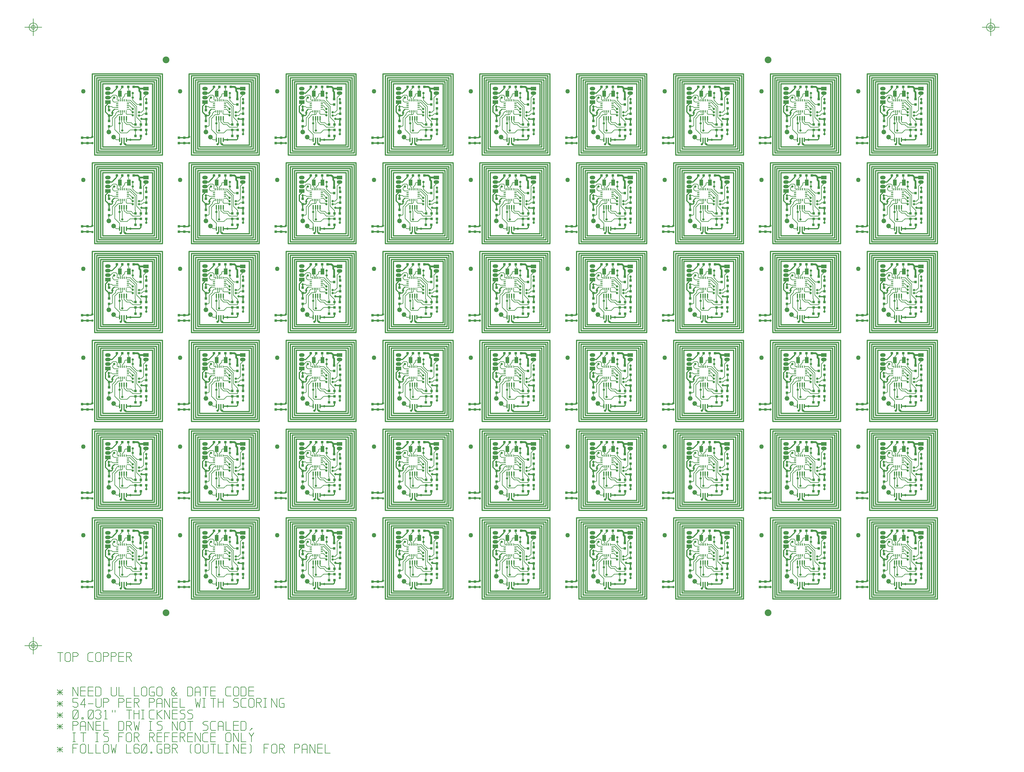
<source format=gbr>
*%FSLAX24Y24*%
%MOIN*%
%IPPOS*%
%ADD10R,0.03X0.03*%
%ADD11R,0.03X0.03*%
%ADD12R,0.0155X0.05*%
%ADD13C,0.05*%
%ADD14R,0.0394X0.0709*%
%AMD15*
21,1,0.0206,0.01,0.0,0.0,0.0*
21,1,0.0256,0.005,0.0,0.0,0.0*
1,1,0.005,0.0103,0.0025*
1,1,0.005,-0.0103,0.0025*
1,1,0.005,0.0103,-0.0025*
1,1,0.005,-0.0103,-0.0025*%
%ADD15D15*%
G04:---LTIenv:A015:17,0.0256,0.01,0.0025 *
%AMD16*
21,1,0.005,0.0256,0.0,0.0,0.0*
21,1,0.01,0.0206,0.0,0.0,0.0*
1,1,0.005,0.0025,0.0103*
1,1,0.005,-0.0025,0.0103*
1,1,0.005,0.0025,-0.0103*
1,1,0.005,-0.0025,-0.0103*%
%ADD16D16*%
G04:---LTIenv:A016:17,0.01,0.0256,0.0025 *
%AMD17*
4,1,8
,0.0049,0.0103
,0.0049,-0.0103
,0.0025,-0.0128
,-0.0025,-0.0128
,-0.0049,-0.0103
,-0.0049,0.0103
,-0.0025,0.0128
,0.0025,0.0128,0.0049,0.0103,0.0*%
%ADD17D17*%
%AMD18*
4,1,8
,-0.0103,0.0049
,0.0103,0.0049
,0.0128,0.0025
,0.0128,-0.0025
,0.0103,-0.0049
,-0.0103,-0.0049
,-0.0128,-0.0025
,-0.0128,0.0025,-0.0103,0.0049,0.0*%
%ADD18D18*%
%ADD19C,0.012*%
%ADD20C,0.02*%
%ADD21C,0.008*%
%ADD22C,0.01*%
%ADD23C,0.009*%
%ADD24C,0.15*%
%ADD25C,0.075*%
%ADD26C,0.15*%
%ADD27C,0.052*%
%ADD28R,0.062X0.04*%
%ADD29O,0.062X0.04*%
%ADD30C,0.026*%
%ADD31C,0.092*%
%ADD32C,0.06*%
%ADD33R,0.13X0.15*%
%AMD34*
1,1,0.1,0.0,0.0*
1,0,0.0875,0.0,0.0*
1,1,0.05,0.0,0.0*
1,0,0.0375,0.0,0.0*
20,1,0.0062,0.0,-0.0969,0.0,0.0969,0.0*
20,1,0.0062,-0.0969,0.0,0.0969,0.0,0.0*%
%ADD34D34*%
G04:---LTIenv:A034:6,0.2,6 *
%ADD35C,0.07*%
%ADD36R,0.038X0.038*%
%ADD37R,0.038X0.038*%
%ADD38R,0.0185X0.053*%
%ADD39C,0.1*%
%ADD40R,0.0474X0.0789*%
%AMD41*
21,1,0.0206,0.014,0.0,0.0,0.0*
21,1,0.0296,0.005,0.0,0.0,0.0*
1,1,0.009,0.0103,0.0025*
1,1,0.009,-0.0103,0.0025*
1,1,0.009,0.0103,-0.0025*
1,1,0.009,-0.0103,-0.0025*%
%ADD41D41*%
G04:---LTIenv:A041:17,0.0296,0.014,0.0045 *
%AMD42*
21,1,0.005,0.0296,0.0,0.0,0.0*
21,1,0.014,0.0206,0.0,0.0,0.0*
1,1,0.009,0.0025,0.0103*
1,1,0.009,-0.0025,0.0103*
1,1,0.009,0.0025,-0.0103*
1,1,0.009,-0.0025,-0.0103*%
%ADD42D42*%
G04:---LTIenv:A042:17,0.014,0.0296,0.0045 *
%AMD43*
4,1,8
,0.0069,0.0113
,0.0069,-0.0113
,0.0035,-0.0148
,-0.0035,-0.0148
,-0.0069,-0.0113
,-0.0069,0.0113
,-0.0035,0.0148
,0.0035,0.0148,0.0069,0.0113,0.0*%
%ADD43D43*%
%AMD44*
4,1,8
,-0.0113,0.0069
,0.0113,0.0069
,0.0148,0.0035
,0.0148,-0.0035
,0.0113,-0.0069
,-0.0113,-0.0069
,-0.0148,-0.0035
,-0.0148,0.0035,-0.0113,0.0069,0.0*%
%ADD44D44*%
%ADD45R,0.066X0.044*%
%ADD46O,0.066X0.044*%
%ADD48C,0.1*%
%ADD49R,0.138X0.158*%
%AMD55*
4,1,8
,0.0049,0.0103
,0.0049,-0.0103
,0.0025,-0.0128
,-0.0025,-0.0128
,-0.0049,-0.0103
,-0.0049,0.0103
,-0.0025,0.0128
,0.0025,0.0128,0.0049,0.0103,0.0*%
%ADD55D55*%
%AMD56*
4,1,8
,-0.0103,0.0049
,0.0103,0.0049
,0.0128,0.0025
,0.0128,-0.0025
,0.0103,-0.0049
,-0.0103,-0.0049
,-0.0128,-0.0025
,-0.0128,0.0025,-0.0103,0.0049,0.0*%
%ADD56D56*%
%ADD200C,0.002*%
%ADD901C,0.012*%
G04:---LTIenv:A901:15,0.012,1 *
%ADD902C,0.028*%
G04:---LTIenv:A902:15,0.028,2 *
%ADD903C,0.033*%
G04:---LTIenv:A903:15,0.033,3 *
%ADD904C,0.12*%
G04:---LTIenv:A904:15,0.12,4 *

%LPD*%
D19*X6760Y59690D2*X6710Y59640D1*Y59490*X6470Y57170D2*X6260Y56960D1*Y56790*X5860Y57100D2*Y57470D1*X9490Y56120D2*X9530Y56080D1*X10020*X9400Y54210D2*Y53890D1*X9290Y53780*X8170*X5870Y55880D2*Y56490D1*X6170*X6260Y56580*Y56790*X5490Y56870D2*X5870Y56490D1*X6710Y59490D2*X6200Y58980D1*X5760*X5490Y57510D2*X5760Y57780D1*Y57980*X5490Y56870D2*Y57510D1*X10020Y56080D2*X10010Y56070D1*Y55480*X5180Y52970D2*X10930D1*X10710Y60020D2*X5180D1*Y52970*X7670Y53280D2*X7760Y53190D1*X10710*Y60020*X11810Y61120D2*X4020D1*Y54120*X11810Y61120D2*Y52090D1*X4280*Y60900*X11590*Y52310*X4510*Y60680*X11370*Y52530*X4730*Y60460*X11150*Y52750*X4960*Y60240*X10930*Y52970*X3930Y54020D2*X4020Y54110D1*X4010Y53430D2*X3470D1*X2870*Y54030D2*X3470D1*X3480Y54020*X3930*X7804Y53780D2*X8170D1*X7295D2*Y53405D1*X7170Y53280*X7670D2*X7620D1*X7545Y53355*Y53780*X17535Y59690D2*X17485Y59640D1*Y59490*X17245Y57170D2*X17035Y56960D1*Y56790*X16635Y57100D2*Y57470D1*X20265Y56120D2*X20305Y56080D1*X20795*X20175Y54210D2*Y53890D1*X20065Y53780*X18945*X16645Y55880D2*Y56490D1*X16945*X17035Y56580*Y56790*X16265Y56870D2*X16645Y56490D1*X17485Y59490D2*X16975Y58980D1*X16535*X16265Y57510D2*X16535Y57780D1*Y57980*X16265Y56870D2*Y57510D1*X20795Y56080D2*X20785Y56070D1*Y55480*X15955Y52970D2*X21705D1*X21485Y60020D2*X15955D1*Y52970*X18445Y53280D2*X18535Y53190D1*X21485*Y60020*X22585Y61120D2*X14795D1*Y54120*X22585Y61120D2*Y52090D1*X15055*Y60900*X22365*Y52310*X15285*Y60680*X22145*Y52530*X15505*Y60460*X21925*Y52750*X15735*Y60240*X21705*Y52970*X14705Y54020D2*X14795Y54110D1*X14785Y53430D2*X14245D1*X13645*Y54030D2*X14245D1*X14255Y54020*X14705*X18579Y53780D2*X18945D1*X18070D2*Y53405D1*X17945Y53280*X18445D2*X18395D1*X18320Y53355*Y53780*X28310Y59690D2*X28260Y59640D1*Y59490*X28020Y57170D2*X27810Y56960D1*Y56790*X27410Y57100D2*Y57470D1*X31040Y56120D2*X31080Y56080D1*X31570*X30950Y54210D2*Y53890D1*X30840Y53780*X29720*X27420Y55880D2*Y56490D1*X27720*X27810Y56580*Y56790*X27040Y56870D2*X27420Y56490D1*X28260Y59490D2*X27750Y58980D1*X27310*X27040Y57510D2*X27310Y57780D1*Y57980*X27040Y56870D2*Y57510D1*X31570Y56080D2*X31560Y56070D1*Y55480*X26730Y52970D2*X32480D1*X32260Y60020D2*X26730D1*Y52970*X29220Y53280D2*X29310Y53190D1*X32260*Y60020*X33360Y61120D2*X25570D1*Y54120*X33360Y61120D2*Y52090D1*X25830*Y60900*X33140*Y52310*X26060*Y60680*X32920*Y52530*X26280*Y60460*X32700*Y52750*X26510*Y60240*X32480*Y52970*X25480Y54020D2*X25570Y54110D1*X25560Y53430D2*X25020D1*X24420*Y54030D2*X25020D1*X25030Y54020*X25480*X29354Y53780D2*X29720D1*X28845D2*Y53405D1*X28720Y53280*X29220D2*X29170D1*X29095Y53355*Y53780*X39085Y59690D2*X39035Y59640D1*Y59490*X38795Y57170D2*X38585Y56960D1*Y56790*X38185Y57100D2*Y57470D1*X41815Y56120D2*X41855Y56080D1*X42345*X41725Y54210D2*Y53890D1*X41615Y53780*X40495*X38195Y55880D2*Y56490D1*X38495*X38585Y56580*Y56790*X37815Y56870D2*X38195Y56490D1*X39035Y59490D2*X38525Y58980D1*X38085*X37815Y57510D2*X38085Y57780D1*Y57980*X37815Y56870D2*Y57510D1*X42345Y56080D2*X42335Y56070D1*Y55480*X37505Y52970D2*X43255D1*X43035Y60020D2*X37505D1*Y52970*X39995Y53280D2*X40085Y53190D1*X43035*Y60020*X44135Y61120D2*X36345D1*Y54120*X44135Y61120D2*Y52090D1*X36605*Y60900*X43915*Y52310*X36835*Y60680*X43695*Y52530*X37055*Y60460*X43475*Y52750*X37285*Y60240*X43255*Y52970*X36255Y54020D2*X36345Y54110D1*X36335Y53430D2*X35795D1*X35195*Y54030D2*X35795D1*X35805Y54020*X36255*X40129Y53780D2*X40495D1*X39620D2*Y53405D1*X39495Y53280*X39995D2*X39945D1*X39870Y53355*Y53780*X49860Y59690D2*X49810Y59640D1*Y59490*X49570Y57170D2*X49360Y56960D1*Y56790*X48960Y57100D2*Y57470D1*X52590Y56120D2*X52630Y56080D1*X53120*X52500Y54210D2*Y53890D1*X52390Y53780*X51270*X48970Y55880D2*Y56490D1*X49270*X49360Y56580*Y56790*X48590Y56870D2*X48970Y56490D1*X49810Y59490D2*X49300Y58980D1*X48860*X48590Y57510D2*X48860Y57780D1*Y57980*X48590Y56870D2*Y57510D1*X53120Y56080D2*X53110Y56070D1*Y55480*X48280Y52970D2*X54030D1*X53810Y60020D2*X48280D1*Y52970*X50770Y53280D2*X50860Y53190D1*X53810*Y60020*X54910Y61120D2*X47120D1*Y54120*X54910Y61120D2*Y52090D1*X47380*Y60900*X54690*Y52310*X47610*Y60680*X54470*Y52530*X47830*Y60460*X54250*Y52750*X48060*Y60240*X54030*Y52970*X47030Y54020D2*X47120Y54110D1*X47110Y53430D2*X46570D1*X45970*Y54030D2*X46570D1*X46580Y54020*X47030*X50904Y53780D2*X51270D1*X50395D2*Y53405D1*X50270Y53280*X50770D2*X50720D1*X50645Y53355*Y53780*X60635Y59690D2*X60585Y59640D1*Y59490*X60345Y57170D2*X60135Y56960D1*Y56790*X59735Y57100D2*Y57470D1*X63365Y56120D2*X63405Y56080D1*X63895*X63275Y54210D2*Y53890D1*X63165Y53780*X62045*X59745Y55880D2*Y56490D1*X60045*X60135Y56580*Y56790*X59365Y56870D2*X59745Y56490D1*X60585Y59490D2*X60075Y58980D1*X59635*X59365Y57510D2*X59635Y57780D1*Y57980*X59365Y56870D2*Y57510D1*X63895Y56080D2*X63885Y56070D1*Y55480*X59055Y52970D2*X64805D1*X64585Y60020D2*X59055D1*Y52970*X61545Y53280D2*X61635Y53190D1*X64585*Y60020*X65685Y61120D2*X57895D1*Y54120*X65685Y61120D2*Y52090D1*X58155*Y60900*X65465*Y52310*X58385*Y60680*X65245*Y52530*X58605*Y60460*X65025*Y52750*X58835*Y60240*X64805*Y52970*X57805Y54020D2*X57895Y54110D1*X57885Y53430D2*X57345D1*X56745*Y54030D2*X57345D1*X57355Y54020*X57805*X61679Y53780D2*X62045D1*X61170D2*Y53405D1*X61045Y53280*X61545D2*X61495D1*X61420Y53355*Y53780*X71410Y59690D2*X71360Y59640D1*Y59490*X71120Y57170D2*X70910Y56960D1*Y56790*X70510Y57100D2*Y57470D1*X74140Y56120D2*X74180Y56080D1*X74670*X74050Y54210D2*Y53890D1*X73940Y53780*X72820*X70520Y55880D2*Y56490D1*X70820*X70910Y56580*Y56790*X70140Y56870D2*X70520Y56490D1*X71360Y59490D2*X70850Y58980D1*X70410*X70140Y57510D2*X70410Y57780D1*Y57980*X70140Y56870D2*Y57510D1*X74670Y56080D2*X74660Y56070D1*Y55480*X69830Y52970D2*X75580D1*X75360Y60020D2*X69830D1*Y52970*X72320Y53280D2*X72410Y53190D1*X75360*Y60020*X76460Y61120D2*X68670D1*Y54120*X76460Y61120D2*Y52090D1*X68930*Y60900*X76240*Y52310*X69160*Y60680*X76020*Y52530*X69380*Y60460*X75800*Y52750*X69610*Y60240*X75580*Y52970*X68580Y54020D2*X68670Y54110D1*X68660Y53430D2*X68120D1*X67520*Y54030D2*X68120D1*X68130Y54020*X68580*X72454Y53780D2*X72820D1*X71945D2*Y53405D1*X71820Y53280*X72320D2*X72270D1*X72195Y53355*Y53780*X82185Y59690D2*X82135Y59640D1*Y59490*X81895Y57170D2*X81685Y56960D1*Y56790*X81285Y57100D2*Y57470D1*X84915Y56120D2*X84955Y56080D1*X85445*X84825Y54210D2*Y53890D1*X84715Y53780*X83595*X81295Y55880D2*Y56490D1*X81595*X81685Y56580*Y56790*X80915Y56870D2*X81295Y56490D1*X82135Y59490D2*X81625Y58980D1*X81185*X80915Y57510D2*X81185Y57780D1*Y57980*X80915Y56870D2*Y57510D1*X85445Y56080D2*X85435Y56070D1*Y55480*X80605Y52970D2*X86355D1*X86135Y60020D2*X80605D1*Y52970*X83095Y53280D2*X83185Y53190D1*X86135*Y60020*X87235Y61120D2*X79445D1*Y54120*X87235Y61120D2*Y52090D1*X79705*Y60900*X87015*Y52310*X79935*Y60680*X86795*Y52530*X80155*Y60460*X86575*Y52750*X80385*Y60240*X86355*Y52970*X79355Y54020D2*X79445Y54110D1*X79435Y53430D2*X78895D1*X78295*Y54030D2*X78895D1*X78905Y54020*X79355*X83229Y53780D2*X83595D1*X82720D2*Y53405D1*X82595Y53280*X83095D2*X83045D1*X82970Y53355*Y53780*X92960Y59690D2*X92910Y59640D1*Y59490*X92670Y57170D2*X92460Y56960D1*Y56790*X92060Y57100D2*Y57470D1*X95690Y56120D2*X95730Y56080D1*X96220*X95600Y54210D2*Y53890D1*X95490Y53780*X94370*X92070Y55880D2*Y56490D1*X92370*X92460Y56580*Y56790*X91690Y56870D2*X92070Y56490D1*X92910Y59490D2*X92400Y58980D1*X91960*X91690Y57510D2*X91960Y57780D1*Y57980*X91690Y56870D2*Y57510D1*X96220Y56080D2*X96210Y56070D1*Y55480*X91380Y52970D2*X97130D1*X96910Y60020D2*X91380D1*Y52970*X93870Y53280D2*X93960Y53190D1*X96910*Y60020*X98010Y61120D2*X90220D1*Y54120*X98010Y61120D2*Y52090D1*X90480*Y60900*X97790*Y52310*X90710*Y60680*X97570*Y52530*X90930*Y60460*X97350*Y52750*X91160*Y60240*X97130*Y52970*X90130Y54020D2*X90220Y54110D1*X90210Y53430D2*X89670D1*X89070*Y54030D2*X89670D1*X89680Y54020*X90130*X94004Y53780D2*X94370D1*X93495D2*Y53405D1*X93370Y53280*X93870D2*X93820D1*X93745Y53355*Y53780*X92960Y49800D2*X92910Y49750D1*Y49600*X92670Y47280D2*X92460Y47070D1*Y46900*X92060Y47210D2*Y47580D1*X95690Y46230D2*X95730Y46190D1*X96220*X95600Y44320D2*Y44000D1*X95490Y43890*X94370*X92070Y45990D2*Y46600D1*X92370*X92460Y46690*Y46900*X91690Y46980D2*X92070Y46600D1*X92910Y49600D2*X92400Y49090D1*X91960*X91690Y47620D2*X91960Y47890D1*Y48090*X91690Y46980D2*Y47620D1*X96220Y46190D2*X96210Y46180D1*Y45590*X91380Y43080D2*X97130D1*X96910Y50130D2*X91380D1*Y43080*X93870Y43390D2*X93960Y43300D1*X96910*Y50130*X98010Y51230D2*X90220D1*Y44230*X98010Y51230D2*Y42200D1*X90480*Y51010*X97790*Y42420*X90710*Y50790*X97570*Y42640*X90930*Y50570*X97350*Y42860*X91160*Y50350*X97130*Y43080*X90130Y44130D2*X90220Y44220D1*X90210Y43540D2*X89670D1*X89070*Y44140D2*X89670D1*X89680Y44130*X90130*X94004Y43890D2*X94370D1*X93495D2*Y43515D1*X93370Y43390*X93870D2*X93820D1*X93745Y43465*Y43890*X82185Y49800D2*X82135Y49750D1*Y49600*X81895Y47280D2*X81685Y47070D1*Y46900*X81285Y47210D2*Y47580D1*X84915Y46230D2*X84955Y46190D1*X85445*X84825Y44320D2*Y44000D1*X84715Y43890*X83595*X81295Y45990D2*Y46600D1*X81595*X81685Y46690*Y46900*X80915Y46980D2*X81295Y46600D1*X82135Y49600D2*X81625Y49090D1*X81185*X80915Y47620D2*X81185Y47890D1*Y48090*X80915Y46980D2*Y47620D1*X85445Y46190D2*X85435Y46180D1*Y45590*X80605Y43080D2*X86355D1*X86135Y50130D2*X80605D1*Y43080*X83095Y43390D2*X83185Y43300D1*X86135*Y50130*X87235Y51230D2*X79445D1*Y44230*X87235Y51230D2*Y42200D1*X79705*Y51010*X87015*Y42420*X79935*Y50790*X86795*Y42640*X80155*Y50570*X86575*Y42860*X80385*Y50350*X86355*Y43080*X79355Y44130D2*X79445Y44220D1*X79435Y43540D2*X78895D1*X78295*Y44140D2*X78895D1*X78905Y44130*X79355*X83229Y43890D2*X83595D1*X82720D2*Y43515D1*X82595Y43390*X83095D2*X83045D1*X82970Y43465*Y43890*X71410Y49800D2*X71360Y49750D1*Y49600*X71120Y47280D2*X70910Y47070D1*Y46900*X70510Y47210D2*Y47580D1*X74140Y46230D2*X74180Y46190D1*X74670*X74050Y44320D2*Y44000D1*X73940Y43890*X72820*X70520Y45990D2*Y46600D1*X70820*X70910Y46690*Y46900*X70140Y46980D2*X70520Y46600D1*X71360Y49600D2*X70850Y49090D1*X70410*X70140Y47620D2*X70410Y47890D1*Y48090*X70140Y46980D2*Y47620D1*X74670Y46190D2*X74660Y46180D1*Y45590*X69830Y43080D2*X75580D1*X75360Y50130D2*X69830D1*Y43080*X72320Y43390D2*X72410Y43300D1*X75360*Y50130*X76460Y51230D2*X68670D1*Y44230*X76460Y51230D2*Y42200D1*X68930*Y51010*X76240*Y42420*X69160*Y50790*X76020*Y42640*X69380*Y50570*X75800*Y42860*X69610*Y50350*X75580*Y43080*X68580Y44130D2*X68670Y44220D1*X68660Y43540D2*X68120D1*X67520*Y44140D2*X68120D1*X68130Y44130*X68580*X72454Y43890D2*X72820D1*X71945D2*Y43515D1*X71820Y43390*X72320D2*X72270D1*X72195Y43465*Y43890*X60635Y49800D2*X60585Y49750D1*Y49600*X60345Y47280D2*X60135Y47070D1*Y46900*X59735Y47210D2*Y47580D1*X63365Y46230D2*X63405Y46190D1*X63895*X63275Y44320D2*Y44000D1*X63165Y43890*X62045*X59745Y45990D2*Y46600D1*X60045*X60135Y46690*Y46900*X59365Y46980D2*X59745Y46600D1*X60585Y49600D2*X60075Y49090D1*X59635*X59365Y47620D2*X59635Y47890D1*Y48090*X59365Y46980D2*Y47620D1*X63895Y46190D2*X63885Y46180D1*Y45590*X59055Y43080D2*X64805D1*X64585Y50130D2*X59055D1*Y43080*X61545Y43390D2*X61635Y43300D1*X64585*Y50130*X65685Y51230D2*X57895D1*Y44230*X65685Y51230D2*Y42200D1*X58155*Y51010*X65465*Y42420*X58385*Y50790*X65245*Y42640*X58605*Y50570*X65025*Y42860*X58835*Y50350*X64805*Y43080*X57805Y44130D2*X57895Y44220D1*X57885Y43540D2*X57345D1*X56745*Y44140D2*X57345D1*X57355Y44130*X57805*X61679Y43890D2*X62045D1*X61170D2*Y43515D1*X61045Y43390*X61545D2*X61495D1*X61420Y43465*Y43890*X49860Y49800D2*X49810Y49750D1*Y49600*X49570Y47280D2*X49360Y47070D1*Y46900*X48960Y47210D2*Y47580D1*X52590Y46230D2*X52630Y46190D1*X53120*X52500Y44320D2*Y44000D1*X52390Y43890*X51270*X48970Y45990D2*Y46600D1*X49270*X49360Y46690*Y46900*X48590Y46980D2*X48970Y46600D1*X49810Y49600D2*X49300Y49090D1*X48860*X48590Y47620D2*X48860Y47890D1*Y48090*X48590Y46980D2*Y47620D1*X53120Y46190D2*X53110Y46180D1*Y45590*X48280Y43080D2*X54030D1*X53810Y50130D2*X48280D1*Y43080*X50770Y43390D2*X50860Y43300D1*X53810*Y50130*X54910Y51230D2*X47120D1*Y44230*X54910Y51230D2*Y42200D1*X47380*Y51010*X54690*Y42420*X47610*Y50790*X54470*Y42640*X47830*Y50570*X54250*Y42860*X48060*Y50350*X54030*Y43080*X47030Y44130D2*X47120Y44220D1*X47110Y43540D2*X46570D1*X45970*Y44140D2*X46570D1*X46580Y44130*X47030*X50904Y43890D2*X51270D1*X50395D2*Y43515D1*X50270Y43390*X50770D2*X50720D1*X50645Y43465*Y43890*X39085Y49800D2*X39035Y49750D1*Y49600*X38795Y47280D2*X38585Y47070D1*Y46900*X38185Y47210D2*Y47580D1*X41815Y46230D2*X41855Y46190D1*X42345*X41725Y44320D2*Y44000D1*X41615Y43890*X40495*X38195Y45990D2*Y46600D1*X38495*X38585Y46690*Y46900*X37815Y46980D2*X38195Y46600D1*X39035Y49600D2*X38525Y49090D1*X38085*X37815Y47620D2*X38085Y47890D1*Y48090*X37815Y46980D2*Y47620D1*X42345Y46190D2*X42335Y46180D1*Y45590*X37505Y43080D2*X43255D1*X43035Y50130D2*X37505D1*Y43080*X39995Y43390D2*X40085Y43300D1*X43035*Y50130*X44135Y51230D2*X36345D1*Y44230*X44135Y51230D2*Y42200D1*X36605*Y51010*X43915*Y42420*X36835*Y50790*X43695*Y42640*X37055*Y50570*X43475*Y42860*X37285*Y50350*X43255*Y43080*X36255Y44130D2*X36345Y44220D1*X36335Y43540D2*X35795D1*X35195*Y44140D2*X35795D1*X35805Y44130*X36255*X40129Y43890D2*X40495D1*X39620D2*Y43515D1*X39495Y43390*X39995D2*X39945D1*X39870Y43465*Y43890*X28310Y49800D2*X28260Y49750D1*Y49600*X28020Y47280D2*X27810Y47070D1*Y46900*X27410Y47210D2*Y47580D1*X31040Y46230D2*X31080Y46190D1*X31570*X30950Y44320D2*Y44000D1*X30840Y43890*X29720*X27420Y45990D2*Y46600D1*X27720*X27810Y46690*Y46900*X27040Y46980D2*X27420Y46600D1*X28260Y49600D2*X27750Y49090D1*X27310*X27040Y47620D2*X27310Y47890D1*Y48090*X27040Y46980D2*Y47620D1*X31570Y46190D2*X31560Y46180D1*Y45590*X26730Y43080D2*X32480D1*X32260Y50130D2*X26730D1*Y43080*X29220Y43390D2*X29310Y43300D1*X32260*Y50130*X33360Y51230D2*X25570D1*Y44230*X33360Y51230D2*Y42200D1*X25830*Y51010*X33140*Y42420*X26060*Y50790*X32920*Y42640*X26280*Y50570*X32700*Y42860*X26510*Y50350*X32480*Y43080*X25480Y44130D2*X25570Y44220D1*X25560Y43540D2*X25020D1*X24420*Y44140D2*X25020D1*X25030Y44130*X25480*X29354Y43890D2*X29720D1*X28845D2*Y43515D1*X28720Y43390*X29220D2*X29170D1*X29095Y43465*Y43890*X17535Y49800D2*X17485Y49750D1*Y49600*X17245Y47280D2*X17035Y47070D1*Y46900*X16635Y47210D2*Y47580D1*X20265Y46230D2*X20305Y46190D1*X20795*X20175Y44320D2*Y44000D1*X20065Y43890*X18945*X16645Y45990D2*Y46600D1*X16945*X17035Y46690*Y46900*X16265Y46980D2*X16645Y46600D1*X17485Y49600D2*X16975Y49090D1*X16535*X16265Y47620D2*X16535Y47890D1*Y48090*X16265Y46980D2*Y47620D1*X20795Y46190D2*X20785Y46180D1*Y45590*X15955Y43080D2*X21705D1*X21485Y50130D2*X15955D1*Y43080*X18445Y43390D2*X18535Y43300D1*X21485*Y50130*X22585Y51230D2*X14795D1*Y44230*X22585Y51230D2*Y42200D1*X15055*Y51010*X22365*Y42420*X15285*Y50790*X22145*Y42640*X15505*Y50570*X21925*Y42860*X15735*Y50350*X21705*Y43080*X14705Y44130D2*X14795Y44220D1*X14785Y43540D2*X14245D1*X13645*Y44140D2*X14245D1*X14255Y44130*X14705*X18579Y43890D2*X18945D1*X18070D2*Y43515D1*X17945Y43390*X18445D2*X18395D1*X18320Y43465*Y43890*X6760Y49800D2*X6710Y49750D1*Y49600*X6470Y47280D2*X6260Y47070D1*Y46900*X5860Y47210D2*Y47580D1*X9490Y46230D2*X9530Y46190D1*X10020*X9400Y44320D2*Y44000D1*X9290Y43890*X8170*X5870Y45990D2*Y46600D1*X6170*X6260Y46690*Y46900*X5490Y46980D2*X5870Y46600D1*X6710Y49600D2*X6200Y49090D1*X5760*X5490Y47620D2*X5760Y47890D1*Y48090*X5490Y46980D2*Y47620D1*X10020Y46190D2*X10010Y46180D1*Y45590*X5180Y43080D2*X10930D1*X10710Y50130D2*X5180D1*Y43080*X7670Y43390D2*X7760Y43300D1*X10710*Y50130*X11810Y51230D2*X4020D1*Y44230*X11810Y51230D2*Y42200D1*X4280*Y51010*X11590*Y42420*X4510*Y50790*X11370*Y42640*X4730*Y50570*X11150*Y42860*X4960*Y50350*X10930*Y43080*X3930Y44130D2*X4020Y44220D1*X4010Y43540D2*X3470D1*X2870*Y44140D2*X3470D1*X3480Y44130*X3930*X7804Y43890D2*X8170D1*X7295D2*Y43515D1*X7170Y43390*X7670D2*X7620D1*X7545Y43465*Y43890*X6760Y39910D2*X6710Y39860D1*Y39710*X6470Y37390D2*X6260Y37180D1*Y37010*X5860Y37320D2*Y37690D1*X9490Y36340D2*X9530Y36300D1*X10020*X9400Y34430D2*Y34110D1*X9290Y34000*X8170*X5870Y36100D2*Y36710D1*X6170*X6260Y36800*Y37010*X5490Y37090D2*X5870Y36710D1*X6710Y39710D2*X6200Y39200D1*X5760*X5490Y37730D2*X5760Y38000D1*Y38200*X5490Y37090D2*Y37730D1*X10020Y36300D2*X10010Y36290D1*Y35700*X5180Y33190D2*X10930D1*X10710Y40240D2*X5180D1*Y33190*X7670Y33500D2*X7760Y33410D1*X10710*Y40240*X11810Y41340D2*X4020D1*Y34340*X11810Y41340D2*Y32310D1*X4280*Y41120*X11590*Y32530*X4510*Y40900*X11370*Y32750*X4730*Y40680*X11150*Y32970*X4960*Y40460*X10930*Y33190*X3930Y34240D2*X4020Y34330D1*X4010Y33650D2*X3470D1*X2870*Y34250D2*X3470D1*X3480Y34240*X3930*X7804Y34000D2*X8170D1*X7295D2*Y33625D1*X7170Y33500*X7670D2*X7620D1*X7545Y33575*Y34000*X17535Y39910D2*X17485Y39860D1*Y39710*X17245Y37390D2*X17035Y37180D1*Y37010*X16635Y37320D2*Y37690D1*X20265Y36340D2*X20305Y36300D1*X20795*X20175Y34430D2*Y34110D1*X20065Y34000*X18945*X16645Y36100D2*Y36710D1*X16945*X17035Y36800*Y37010*X16265Y37090D2*X16645Y36710D1*X17485Y39710D2*X16975Y39200D1*X16535*X16265Y37730D2*X16535Y38000D1*Y38200*X16265Y37090D2*Y37730D1*X20795Y36300D2*X20785Y36290D1*Y35700*X15955Y33190D2*X21705D1*X21485Y40240D2*X15955D1*Y33190*X18445Y33500D2*X18535Y33410D1*X21485*Y40240*X22585Y41340D2*X14795D1*Y34340*X22585Y41340D2*Y32310D1*X15055*Y41120*X22365*Y32530*X15285*Y40900*X22145*Y32750*X15505*Y40680*X21925*Y32970*X15735*Y40460*X21705*Y33190*X14705Y34240D2*X14795Y34330D1*X14785Y33650D2*X14245D1*X13645*Y34250D2*X14245D1*X14255Y34240*X14705*X18579Y34000D2*X18945D1*X18070D2*Y33625D1*X17945Y33500*X18445D2*X18395D1*X18320Y33575*Y34000*X28310Y39910D2*X28260Y39860D1*Y39710*X28020Y37390D2*X27810Y37180D1*Y37010*X27410Y37320D2*Y37690D1*X31040Y36340D2*X31080Y36300D1*X31570*X30950Y34430D2*Y34110D1*X30840Y34000*X29720*X27420Y36100D2*Y36710D1*X27720*X27810Y36800*Y37010*X27040Y37090D2*X27420Y36710D1*X28260Y39710D2*X27750Y39200D1*X27310*X27040Y37730D2*X27310Y38000D1*Y38200*X27040Y37090D2*Y37730D1*X31570Y36300D2*X31560Y36290D1*Y35700*X26730Y33190D2*X32480D1*X32260Y40240D2*X26730D1*Y33190*X29220Y33500D2*X29310Y33410D1*X32260*Y40240*X33360Y41340D2*X25570D1*Y34340*X33360Y41340D2*Y32310D1*X25830*Y41120*X33140*Y32530*X26060*Y40900*X32920*Y32750*X26280*Y40680*X32700*Y32970*X26510*Y40460*X32480*Y33190*X25480Y34240D2*X25570Y34330D1*X25560Y33650D2*X25020D1*X24420*Y34250D2*X25020D1*X25030Y34240*X25480*X29354Y34000D2*X29720D1*X28845D2*Y33625D1*X28720Y33500*X29220D2*X29170D1*X29095Y33575*Y34000*X39085Y39910D2*X39035Y39860D1*Y39710*X38795Y37390D2*X38585Y37180D1*Y37010*X38185Y37320D2*Y37690D1*X41815Y36340D2*X41855Y36300D1*X42345*X41725Y34430D2*Y34110D1*X41615Y34000*X40495*X38195Y36100D2*Y36710D1*X38495*X38585Y36800*Y37010*X37815Y37090D2*X38195Y36710D1*X39035Y39710D2*X38525Y39200D1*X38085*X37815Y37730D2*X38085Y38000D1*Y38200*X37815Y37090D2*Y37730D1*X42345Y36300D2*X42335Y36290D1*Y35700*X37505Y33190D2*X43255D1*X43035Y40240D2*X37505D1*Y33190*X39995Y33500D2*X40085Y33410D1*X43035*Y40240*X44135Y41340D2*X36345D1*Y34340*X44135Y41340D2*Y32310D1*X36605*Y41120*X43915*Y32530*X36835*Y40900*X43695*Y32750*X37055*Y40680*X43475*Y32970*X37285*Y40460*X43255*Y33190*X36255Y34240D2*X36345Y34330D1*X36335Y33650D2*X35795D1*X35195*Y34250D2*X35795D1*X35805Y34240*X36255*X40129Y34000D2*X40495D1*X39620D2*Y33625D1*X39495Y33500*X39995D2*X39945D1*X39870Y33575*Y34000*X49860Y39910D2*X49810Y39860D1*Y39710*X49570Y37390D2*X49360Y37180D1*Y37010*X48960Y37320D2*Y37690D1*X52590Y36340D2*X52630Y36300D1*X53120*X52500Y34430D2*Y34110D1*X52390Y34000*X51270*X48970Y36100D2*Y36710D1*X49270*X49360Y36800*Y37010*X48590Y37090D2*X48970Y36710D1*X49810Y39710D2*X49300Y39200D1*X48860*X48590Y37730D2*X48860Y38000D1*Y38200*X48590Y37090D2*Y37730D1*X53120Y36300D2*X53110Y36290D1*Y35700*X48280Y33190D2*X54030D1*X53810Y40240D2*X48280D1*Y33190*X50770Y33500D2*X50860Y33410D1*X53810*Y40240*X54910Y41340D2*X47120D1*Y34340*X54910Y41340D2*Y32310D1*X47380*Y41120*X54690*Y32530*X47610*Y40900*X54470*Y32750*X47830*Y40680*X54250*Y32970*X48060*Y40460*X54030*Y33190*X47030Y34240D2*X47120Y34330D1*X47110Y33650D2*X46570D1*X45970*Y34250D2*X46570D1*X46580Y34240*X47030*X50904Y34000D2*X51270D1*X50395D2*Y33625D1*X50270Y33500*X50770D2*X50720D1*X50645Y33575*Y34000*X60635Y39910D2*X60585Y39860D1*Y39710*X60345Y37390D2*X60135Y37180D1*Y37010*X59735Y37320D2*Y37690D1*X63365Y36340D2*X63405Y36300D1*X63895*X63275Y34430D2*Y34110D1*X63165Y34000*X62045*X59745Y36100D2*Y36710D1*X60045*X60135Y36800*Y37010*X59365Y37090D2*X59745Y36710D1*X60585Y39710D2*X60075Y39200D1*X59635*X59365Y37730D2*X59635Y38000D1*Y38200*X59365Y37090D2*Y37730D1*X63895Y36300D2*X63885Y36290D1*Y35700*X59055Y33190D2*X64805D1*X64585Y40240D2*X59055D1*Y33190*X61545Y33500D2*X61635Y33410D1*X64585*Y40240*X65685Y41340D2*X57895D1*Y34340*X65685Y41340D2*Y32310D1*X58155*Y41120*X65465*Y32530*X58385*Y40900*X65245*Y32750*X58605*Y40680*X65025*Y32970*X58835*Y40460*X64805*Y33190*X57805Y34240D2*X57895Y34330D1*X57885Y33650D2*X57345D1*X56745*Y34250D2*X57345D1*X57355Y34240*X57805*X61679Y34000D2*X62045D1*X61170D2*Y33625D1*X61045Y33500*X61545D2*X61495D1*X61420Y33575*Y34000*X71410Y39910D2*X71360Y39860D1*Y39710*X71120Y37390D2*X70910Y37180D1*Y37010*X70510Y37320D2*Y37690D1*X74140Y36340D2*X74180Y36300D1*X74670*X74050Y34430D2*Y34110D1*X73940Y34000*X72820*X70520Y36100D2*Y36710D1*X70820*X70910Y36800*Y37010*X70140Y37090D2*X70520Y36710D1*X71360Y39710D2*X70850Y39200D1*X70410*X70140Y37730D2*X70410Y38000D1*Y38200*X70140Y37090D2*Y37730D1*X74670Y36300D2*X74660Y36290D1*Y35700*X69830Y33190D2*X75580D1*X75360Y40240D2*X69830D1*Y33190*X72320Y33500D2*X72410Y33410D1*X75360*Y40240*X76460Y41340D2*X68670D1*Y34340*X76460Y41340D2*Y32310D1*X68930*Y41120*X76240*Y32530*X69160*Y40900*X76020*Y32750*X69380*Y40680*X75800*Y32970*X69610*Y40460*X75580*Y33190*X68580Y34240D2*X68670Y34330D1*X68660Y33650D2*X68120D1*X67520*Y34250D2*X68120D1*X68130Y34240*X68580*X72454Y34000D2*X72820D1*X71945D2*Y33625D1*X71820Y33500*X72320D2*X72270D1*X72195Y33575*Y34000*X82185Y39910D2*X82135Y39860D1*Y39710*X81895Y37390D2*X81685Y37180D1*Y37010*X81285Y37320D2*Y37690D1*X84915Y36340D2*X84955Y36300D1*X85445*X84825Y34430D2*Y34110D1*X84715Y34000*X83595*X81295Y36100D2*Y36710D1*X81595*X81685Y36800*Y37010*X80915Y37090D2*X81295Y36710D1*X82135Y39710D2*X81625Y39200D1*X81185*X80915Y37730D2*X81185Y38000D1*Y38200*X80915Y37090D2*Y37730D1*X85445Y36300D2*X85435Y36290D1*Y35700*X80605Y33190D2*X86355D1*X86135Y40240D2*X80605D1*Y33190*X83095Y33500D2*X83185Y33410D1*X86135*Y40240*X87235Y41340D2*X79445D1*Y34340*X87235Y41340D2*Y32310D1*X79705*Y41120*X87015*Y32530*X79935*Y40900*X86795*Y32750*X80155*Y40680*X86575*Y32970*X80385*Y40460*X86355*Y33190*X79355Y34240D2*X79445Y34330D1*X79435Y33650D2*X78895D1*X78295*Y34250D2*X78895D1*X78905Y34240*X79355*X83229Y34000D2*X83595D1*X82720D2*Y33625D1*X82595Y33500*X83095D2*X83045D1*X82970Y33575*Y34000*X92960Y39910D2*X92910Y39860D1*Y39710*X92670Y37390D2*X92460Y37180D1*Y37010*X92060Y37320D2*Y37690D1*X95690Y36340D2*X95730Y36300D1*X96220*X95600Y34430D2*Y34110D1*X95490Y34000*X94370*X92070Y36100D2*Y36710D1*X92370*X92460Y36800*Y37010*X91690Y37090D2*X92070Y36710D1*X92910Y39710D2*X92400Y39200D1*X91960*X91690Y37730D2*X91960Y38000D1*Y38200*X91690Y37090D2*Y37730D1*X96220Y36300D2*X96210Y36290D1*Y35700*X91380Y33190D2*X97130D1*X96910Y40240D2*X91380D1*Y33190*X93870Y33500D2*X93960Y33410D1*X96910*Y40240*X98010Y41340D2*X90220D1*Y34340*X98010Y41340D2*Y32310D1*X90480*Y41120*X97790*Y32530*X90710*Y40900*X97570*Y32750*X90930*Y40680*X97350*Y32970*X91160*Y40460*X97130*Y33190*X90130Y34240D2*X90220Y34330D1*X90210Y33650D2*X89670D1*X89070*Y34250D2*X89670D1*X89680Y34240*X90130*X94004Y34000D2*X94370D1*X93495D2*Y33625D1*X93370Y33500*X93870D2*X93820D1*X93745Y33575*Y34000*X92960Y30020D2*X92910Y29970D1*Y29820*X92670Y27500D2*X92460Y27290D1*Y27120*X92060Y27430D2*Y27800D1*X95690Y26450D2*X95730Y26410D1*X96220*X95600Y24540D2*Y24220D1*X95490Y24110*X94370*X92070Y26210D2*Y26820D1*X92370*X92460Y26910*Y27120*X91690Y27200D2*X92070Y26820D1*X92910Y29820D2*X92400Y29310D1*X91960*X91690Y27840D2*X91960Y28110D1*Y28310*X91690Y27200D2*Y27840D1*X96220Y26410D2*X96210Y26400D1*Y25810*X91380Y23300D2*X97130D1*X96910Y30350D2*X91380D1*Y23300*X93870Y23610D2*X93960Y23520D1*X96910*Y30350*X98010Y31450D2*X90220D1*Y24450*X98010Y31450D2*Y22420D1*X90480*Y31230*X97790*Y22640*X90710*Y31010*X97570*Y22860*X90930*Y30790*X97350*Y23080*X91160*Y30570*X97130*Y23300*X90130Y24350D2*X90220Y24440D1*X90210Y23760D2*X89670D1*X89070*Y24360D2*X89670D1*X89680Y24350*X90130*X94004Y24110D2*X94370D1*X93495D2*Y23735D1*X93370Y23610*X93870D2*X93820D1*X93745Y23685*Y24110*X82185Y30020D2*X82135Y29970D1*Y29820*X81895Y27500D2*X81685Y27290D1*Y27120*X81285Y27430D2*Y27800D1*X84915Y26450D2*X84955Y26410D1*X85445*X84825Y24540D2*Y24220D1*X84715Y24110*X83595*X81295Y26210D2*Y26820D1*X81595*X81685Y26910*Y27120*X80915Y27200D2*X81295Y26820D1*X82135Y29820D2*X81625Y29310D1*X81185*X80915Y27840D2*X81185Y28110D1*Y28310*X80915Y27200D2*Y27840D1*X85445Y26410D2*X85435Y26400D1*Y25810*X80605Y23300D2*X86355D1*X86135Y30350D2*X80605D1*Y23300*X83095Y23610D2*X83185Y23520D1*X86135*Y30350*X87235Y31450D2*X79445D1*Y24450*X87235Y31450D2*Y22420D1*X79705*Y31230*X87015*Y22640*X79935*Y31010*X86795*Y22860*X80155*Y30790*X86575*Y23080*X80385*Y30570*X86355*Y23300*X79355Y24350D2*X79445Y24440D1*X79435Y23760D2*X78895D1*X78295*Y24360D2*X78895D1*X78905Y24350*X79355*X83229Y24110D2*X83595D1*X82720D2*Y23735D1*X82595Y23610*X83095D2*X83045D1*X82970Y23685*Y24110*X71410Y30020D2*X71360Y29970D1*Y29820*X71120Y27500D2*X70910Y27290D1*Y27120*X70510Y27430D2*Y27800D1*X74140Y26450D2*X74180Y26410D1*X74670*X74050Y24540D2*Y24220D1*X73940Y24110*X72820*X70520Y26210D2*Y26820D1*X70820*X70910Y26910*Y27120*X70140Y27200D2*X70520Y26820D1*X71360Y29820D2*X70850Y29310D1*X70410*X70140Y27840D2*X70410Y28110D1*Y28310*X70140Y27200D2*Y27840D1*X74670Y26410D2*X74660Y26400D1*Y25810*X69830Y23300D2*X75580D1*X75360Y30350D2*X69830D1*Y23300*X72320Y23610D2*X72410Y23520D1*X75360*Y30350*X76460Y31450D2*X68670D1*Y24450*X76460Y31450D2*Y22420D1*X68930*Y31230*X76240*Y22640*X69160*Y31010*X76020*Y22860*X69380*Y30790*X75800*Y23080*X69610*Y30570*X75580*Y23300*X68580Y24350D2*X68670Y24440D1*X68660Y23760D2*X68120D1*X67520*Y24360D2*X68120D1*X68130Y24350*X68580*X72454Y24110D2*X72820D1*X71945D2*Y23735D1*X71820Y23610*X72320D2*X72270D1*X72195Y23685*Y24110*X60635Y30020D2*X60585Y29970D1*Y29820*X60345Y27500D2*X60135Y27290D1*Y27120*X59735Y27430D2*Y27800D1*X63365Y26450D2*X63405Y26410D1*X63895*X63275Y24540D2*Y24220D1*X63165Y24110*X62045*X59745Y26210D2*Y26820D1*X60045*X60135Y26910*Y27120*X59365Y27200D2*X59745Y26820D1*X60585Y29820D2*X60075Y29310D1*X59635*X59365Y27840D2*X59635Y28110D1*Y28310*X59365Y27200D2*Y27840D1*X63895Y26410D2*X63885Y26400D1*Y25810*X59055Y23300D2*X64805D1*X64585Y30350D2*X59055D1*Y23300*X61545Y23610D2*X61635Y23520D1*X64585*Y30350*X65685Y31450D2*X57895D1*Y24450*X65685Y31450D2*Y22420D1*X58155*Y31230*X65465*Y22640*X58385*Y31010*X65245*Y22860*X58605*Y30790*X65025*Y23080*X58835*Y30570*X64805*Y23300*X57805Y24350D2*X57895Y24440D1*X57885Y23760D2*X57345D1*X56745*Y24360D2*X57345D1*X57355Y24350*X57805*X61679Y24110D2*X62045D1*X61170D2*Y23735D1*X61045Y23610*X61545D2*X61495D1*X61420Y23685*Y24110*X49860Y30020D2*X49810Y29970D1*Y29820*X49570Y27500D2*X49360Y27290D1*Y27120*X48960Y27430D2*Y27800D1*X52590Y26450D2*X52630Y26410D1*X53120*X52500Y24540D2*Y24220D1*X52390Y24110*X51270*X48970Y26210D2*Y26820D1*X49270*X49360Y26910*Y27120*X48590Y27200D2*X48970Y26820D1*X49810Y29820D2*X49300Y29310D1*X48860*X48590Y27840D2*X48860Y28110D1*Y28310*X48590Y27200D2*Y27840D1*X53120Y26410D2*X53110Y26400D1*Y25810*X48280Y23300D2*X54030D1*X53810Y30350D2*X48280D1*Y23300*X50770Y23610D2*X50860Y23520D1*X53810*Y30350*X54910Y31450D2*X47120D1*Y24450*X54910Y31450D2*Y22420D1*X47380*Y31230*X54690*Y22640*X47610*Y31010*X54470*Y22860*X47830*Y30790*X54250*Y23080*X48060*Y30570*X54030*Y23300*X47030Y24350D2*X47120Y24440D1*X47110Y23760D2*X46570D1*X45970*Y24360D2*X46570D1*X46580Y24350*X47030*X50904Y24110D2*X51270D1*X50395D2*Y23735D1*X50270Y23610*X50770D2*X50720D1*X50645Y23685*Y24110*X39085Y30020D2*X39035Y29970D1*Y29820*X38795Y27500D2*X38585Y27290D1*Y27120*X38185Y27430D2*Y27800D1*X41815Y26450D2*X41855Y26410D1*X42345*X41725Y24540D2*Y24220D1*X41615Y24110*X40495*X38195Y26210D2*Y26820D1*X38495*X38585Y26910*Y27120*X37815Y27200D2*X38195Y26820D1*X39035Y29820D2*X38525Y29310D1*X38085*X37815Y27840D2*X38085Y28110D1*Y28310*X37815Y27200D2*Y27840D1*X42345Y26410D2*X42335Y26400D1*Y25810*X37505Y23300D2*X43255D1*X43035Y30350D2*X37505D1*Y23300*X39995Y23610D2*X40085Y23520D1*X43035*Y30350*X44135Y31450D2*X36345D1*Y24450*X44135Y31450D2*Y22420D1*X36605*Y31230*X43915*Y22640*X36835*Y31010*X43695*Y22860*X37055*Y30790*X43475*Y23080*X37285*Y30570*X43255*Y23300*X36255Y24350D2*X36345Y24440D1*X36335Y23760D2*X35795D1*X35195*Y24360D2*X35795D1*X35805Y24350*X36255*X40129Y24110D2*X40495D1*X39620D2*Y23735D1*X39495Y23610*X39995D2*X39945D1*X39870Y23685*Y24110*X28310Y30020D2*X28260Y29970D1*Y29820*X28020Y27500D2*X27810Y27290D1*Y27120*X27410Y27430D2*Y27800D1*X31040Y26450D2*X31080Y26410D1*X31570*X30950Y24540D2*Y24220D1*X30840Y24110*X29720*X27420Y26210D2*Y26820D1*X27720*X27810Y26910*Y27120*X27040Y27200D2*X27420Y26820D1*X28260Y29820D2*X27750Y29310D1*X27310*X27040Y27840D2*X27310Y28110D1*Y28310*X27040Y27200D2*Y27840D1*X31570Y26410D2*X31560Y26400D1*Y25810*X26730Y23300D2*X32480D1*X32260Y30350D2*X26730D1*Y23300*X29220Y23610D2*X29310Y23520D1*X32260*Y30350*X33360Y31450D2*X25570D1*Y24450*X33360Y31450D2*Y22420D1*X25830*Y31230*X33140*Y22640*X26060*Y31010*X32920*Y22860*X26280*Y30790*X32700*Y23080*X26510*Y30570*X32480*Y23300*X25480Y24350D2*X25570Y24440D1*X25560Y23760D2*X25020D1*X24420*Y24360D2*X25020D1*X25030Y24350*X25480*X29354Y24110D2*X29720D1*X28845D2*Y23735D1*X28720Y23610*X29220D2*X29170D1*X29095Y23685*Y24110*X17535Y30020D2*X17485Y29970D1*Y29820*X17245Y27500D2*X17035Y27290D1*Y27120*X16635Y27430D2*Y27800D1*X20265Y26450D2*X20305Y26410D1*X20795*X20175Y24540D2*Y24220D1*X20065Y24110*X18945*X16645Y26210D2*Y26820D1*X16945*X17035Y26910*Y27120*X16265Y27200D2*X16645Y26820D1*X17485Y29820D2*X16975Y29310D1*X16535*X16265Y27840D2*X16535Y28110D1*Y28310*X16265Y27200D2*Y27840D1*X20795Y26410D2*X20785Y26400D1*Y25810*X15955Y23300D2*X21705D1*X21485Y30350D2*X15955D1*Y23300*X18445Y23610D2*X18535Y23520D1*X21485*Y30350*X22585Y31450D2*X14795D1*Y24450*X22585Y31450D2*Y22420D1*X15055*Y31230*X22365*Y22640*X15285*Y31010*X22145*Y22860*X15505*Y30790*X21925*Y23080*X15735*Y30570*X21705*Y23300*X14705Y24350D2*X14795Y24440D1*X14785Y23760D2*X14245D1*X13645*Y24360D2*X14245D1*X14255Y24350*X14705*X18579Y24110D2*X18945D1*X18070D2*Y23735D1*X17945Y23610*X18445D2*X18395D1*X18320Y23685*Y24110*X6760Y30020D2*X6710Y29970D1*Y29820*X6470Y27500D2*X6260Y27290D1*Y27120*X5860Y27430D2*Y27800D1*X9490Y26450D2*X9530Y26410D1*X10020*X9400Y24540D2*Y24220D1*X9290Y24110*X8170*X5870Y26210D2*Y26820D1*X6170*X6260Y26910*Y27120*X5490Y27200D2*X5870Y26820D1*X6710Y29820D2*X6200Y29310D1*X5760*X5490Y27840D2*X5760Y28110D1*Y28310*X5490Y27200D2*Y27840D1*X10020Y26410D2*X10010Y26400D1*Y25810*X5180Y23300D2*X10930D1*X10710Y30350D2*X5180D1*Y23300*X7670Y23610D2*X7760Y23520D1*X10710*Y30350*X11810Y31450D2*X4020D1*Y24450*X11810Y31450D2*Y22420D1*X4280*Y31230*X11590*Y22640*X4510*Y31010*X11370*Y22860*X4730*Y30790*X11150*Y23080*X4960*Y30570*X10930*Y23300*X3930Y24350D2*X4020Y24440D1*X4010Y23760D2*X3470D1*X2870*Y24360D2*X3470D1*X3480Y24350*X3930*X7804Y24110D2*X8170D1*X7295D2*Y23735D1*X7170Y23610*X7670D2*X7620D1*X7545Y23685*Y24110*X6760Y20130D2*X6710Y20080D1*Y19930*X6470Y17610D2*X6260Y17400D1*Y17230*X5860Y17540D2*Y17910D1*X9490Y16560D2*X9530Y16520D1*X10020*X9400Y14650D2*Y14330D1*X9290Y14220*X8170*X5870Y16320D2*Y16930D1*X6170*X6260Y17020*Y17230*X5490Y17310D2*X5870Y16930D1*X6710Y19930D2*X6200Y19420D1*X5760*X5490Y17950D2*X5760Y18220D1*Y18420*X5490Y17310D2*Y17950D1*X10020Y16520D2*X10010Y16510D1*Y15920*X5180Y13410D2*X10930D1*X10710Y20460D2*X5180D1*Y13410*X7670Y13720D2*X7760Y13630D1*X10710*Y20460*X11810Y21560D2*X4020D1*Y14560*X11810Y21560D2*Y12530D1*X4280*Y21340*X11590*Y12750*X4510*Y21120*X11370*Y12970*X4730*Y20900*X11150*Y13190*X4960*Y20680*X10930*Y13410*X3930Y14460D2*X4020Y14550D1*X4010Y13870D2*X3470D1*X2870*Y14470D2*X3470D1*X3480Y14460*X3930*X7804Y14220D2*X8170D1*X7295D2*Y13845D1*X7170Y13720*X7670D2*X7620D1*X7545Y13795*Y14220*X17535Y20130D2*X17485Y20080D1*Y19930*X17245Y17610D2*X17035Y17400D1*Y17230*X16635Y17540D2*Y17910D1*X20265Y16560D2*X20305Y16520D1*X20795*X20175Y14650D2*Y14330D1*X20065Y14220*X18945*X16645Y16320D2*Y16930D1*X16945*X17035Y17020*Y17230*X16265Y17310D2*X16645Y16930D1*X17485Y19930D2*X16975Y19420D1*X16535*X16265Y17950D2*X16535Y18220D1*Y18420*X16265Y17310D2*Y17950D1*X20795Y16520D2*X20785Y16510D1*Y15920*X15955Y13410D2*X21705D1*X21485Y20460D2*X15955D1*Y13410*X18445Y13720D2*X18535Y13630D1*X21485*Y20460*X22585Y21560D2*X14795D1*Y14560*X22585Y21560D2*Y12530D1*X15055*Y21340*X22365*Y12750*X15285*Y21120*X22145*Y12970*X15505*Y20900*X21925*Y13190*X15735*Y20680*X21705*Y13410*X14705Y14460D2*X14795Y14550D1*X14785Y13870D2*X14245D1*X13645*Y14470D2*X14245D1*X14255Y14460*X14705*X18579Y14220D2*X18945D1*X18070D2*Y13845D1*X17945Y13720*X18445D2*X18395D1*X18320Y13795*Y14220*X28310Y20130D2*X28260Y20080D1*Y19930*X28020Y17610D2*X27810Y17400D1*Y17230*X27410Y17540D2*Y17910D1*X31040Y16560D2*X31080Y16520D1*X31570*X30950Y14650D2*Y14330D1*X30840Y14220*X29720*X27420Y16320D2*Y16930D1*X27720*X27810Y17020*Y17230*X27040Y17310D2*X27420Y16930D1*X28260Y19930D2*X27750Y19420D1*X27310*X27040Y17950D2*X27310Y18220D1*Y18420*X27040Y17310D2*Y17950D1*X31570Y16520D2*X31560Y16510D1*Y15920*X26730Y13410D2*X32480D1*X32260Y20460D2*X26730D1*Y13410*X29220Y13720D2*X29310Y13630D1*X32260*Y20460*X33360Y21560D2*X25570D1*Y14560*X33360Y21560D2*Y12530D1*X25830*Y21340*X33140*Y12750*X26060*Y21120*X32920*Y12970*X26280*Y20900*X32700*Y13190*X26510*Y20680*X32480*Y13410*X25480Y14460D2*X25570Y14550D1*X25560Y13870D2*X25020D1*X24420*Y14470D2*X25020D1*X25030Y14460*X25480*X29354Y14220D2*X29720D1*X28845D2*Y13845D1*X28720Y13720*X29220D2*X29170D1*X29095Y13795*Y14220*X39085Y20130D2*X39035Y20080D1*Y19930*X38795Y17610D2*X38585Y17400D1*Y17230*X38185Y17540D2*Y17910D1*X41815Y16560D2*X41855Y16520D1*X42345*X41725Y14650D2*Y14330D1*X41615Y14220*X40495*X38195Y16320D2*Y16930D1*X38495*X38585Y17020*Y17230*X37815Y17310D2*X38195Y16930D1*X39035Y19930D2*X38525Y19420D1*X38085*X37815Y17950D2*X38085Y18220D1*Y18420*X37815Y17310D2*Y17950D1*X42345Y16520D2*X42335Y16510D1*Y15920*X37505Y13410D2*X43255D1*X43035Y20460D2*X37505D1*Y13410*X39995Y13720D2*X40085Y13630D1*X43035*Y20460*X44135Y21560D2*X36345D1*Y14560*X44135Y21560D2*Y12530D1*X36605*Y21340*X43915*Y12750*X36835*Y21120*X43695*Y12970*X37055*Y20900*X43475*Y13190*X37285*Y20680*X43255*Y13410*X36255Y14460D2*X36345Y14550D1*X36335Y13870D2*X35795D1*X35195*Y14470D2*X35795D1*X35805Y14460*X36255*X40129Y14220D2*X40495D1*X39620D2*Y13845D1*X39495Y13720*X39995D2*X39945D1*X39870Y13795*Y14220*X49860Y20130D2*X49810Y20080D1*Y19930*X49570Y17610D2*X49360Y17400D1*Y17230*X48960Y17540D2*Y17910D1*X52590Y16560D2*X52630Y16520D1*X53120*X52500Y14650D2*Y14330D1*X52390Y14220*X51270*X48970Y16320D2*Y16930D1*X49270*X49360Y17020*Y17230*X48590Y17310D2*X48970Y16930D1*X49810Y19930D2*X49300Y19420D1*X48860*X48590Y17950D2*X48860Y18220D1*Y18420*X48590Y17310D2*Y17950D1*X53120Y16520D2*X53110Y16510D1*Y15920*X48280Y13410D2*X54030D1*X53810Y20460D2*X48280D1*Y13410*X50770Y13720D2*X50860Y13630D1*X53810*Y20460*X54910Y21560D2*X47120D1*Y14560*X54910Y21560D2*Y12530D1*X47380*Y21340*X54690*Y12750*X47610*Y21120*X54470*Y12970*X47830*Y20900*X54250*Y13190*X48060*Y20680*X54030*Y13410*X47030Y14460D2*X47120Y14550D1*X47110Y13870D2*X46570D1*X45970*Y14470D2*X46570D1*X46580Y14460*X47030*X50904Y14220D2*X51270D1*X50395D2*Y13845D1*X50270Y13720*X50770D2*X50720D1*X50645Y13795*Y14220*X60635Y20130D2*X60585Y20080D1*Y19930*X60345Y17610D2*X60135Y17400D1*Y17230*X59735Y17540D2*Y17910D1*X63365Y16560D2*X63405Y16520D1*X63895*X63275Y14650D2*Y14330D1*X63165Y14220*X62045*X59745Y16320D2*Y16930D1*X60045*X60135Y17020*Y17230*X59365Y17310D2*X59745Y16930D1*X60585Y19930D2*X60075Y19420D1*X59635*X59365Y17950D2*X59635Y18220D1*Y18420*X59365Y17310D2*Y17950D1*X63895Y16520D2*X63885Y16510D1*Y15920*X59055Y13410D2*X64805D1*X64585Y20460D2*X59055D1*Y13410*X61545Y13720D2*X61635Y13630D1*X64585*Y20460*X65685Y21560D2*X57895D1*Y14560*X65685Y21560D2*Y12530D1*X58155*Y21340*X65465*Y12750*X58385*Y21120*X65245*Y12970*X58605*Y20900*X65025*Y13190*X58835*Y20680*X64805*Y13410*X57805Y14460D2*X57895Y14550D1*X57885Y13870D2*X57345D1*X56745*Y14470D2*X57345D1*X57355Y14460*X57805*X61679Y14220D2*X62045D1*X61170D2*Y13845D1*X61045Y13720*X61545D2*X61495D1*X61420Y13795*Y14220*X71410Y20130D2*X71360Y20080D1*Y19930*X71120Y17610D2*X70910Y17400D1*Y17230*X70510Y17540D2*Y17910D1*X74140Y16560D2*X74180Y16520D1*X74670*X74050Y14650D2*Y14330D1*X73940Y14220*X72820*X70520Y16320D2*Y16930D1*X70820*X70910Y17020*Y17230*X70140Y17310D2*X70520Y16930D1*X71360Y19930D2*X70850Y19420D1*X70410*X70140Y17950D2*X70410Y18220D1*Y18420*X70140Y17310D2*Y17950D1*X74670Y16520D2*X74660Y16510D1*Y15920*X69830Y13410D2*X75580D1*X75360Y20460D2*X69830D1*Y13410*X72320Y13720D2*X72410Y13630D1*X75360*Y20460*X76460Y21560D2*X68670D1*Y14560*X76460Y21560D2*Y12530D1*X68930*Y21340*X76240*Y12750*X69160*Y21120*X76020*Y12970*X69380*Y20900*X75800*Y13190*X69610*Y20680*X75580*Y13410*X68580Y14460D2*X68670Y14550D1*X68660Y13870D2*X68120D1*X67520*Y14470D2*X68120D1*X68130Y14460*X68580*X72454Y14220D2*X72820D1*X71945D2*Y13845D1*X71820Y13720*X72320D2*X72270D1*X72195Y13795*Y14220*X82185Y20130D2*X82135Y20080D1*Y19930*X81895Y17610D2*X81685Y17400D1*Y17230*X81285Y17540D2*Y17910D1*X84915Y16560D2*X84955Y16520D1*X85445*X84825Y14650D2*Y14330D1*X84715Y14220*X83595*X81295Y16320D2*Y16930D1*X81595*X81685Y17020*Y17230*X80915Y17310D2*X81295Y16930D1*X82135Y19930D2*X81625Y19420D1*X81185*X80915Y17950D2*X81185Y18220D1*Y18420*X80915Y17310D2*Y17950D1*X85445Y16520D2*X85435Y16510D1*Y15920*X80605Y13410D2*X86355D1*X86135Y20460D2*X80605D1*Y13410*X83095Y13720D2*X83185Y13630D1*X86135*Y20460*X87235Y21560D2*X79445D1*Y14560*X87235Y21560D2*Y12530D1*X79705*Y21340*X87015*Y12750*X79935*Y21120*X86795*Y12970*X80155*Y20900*X86575*Y13190*X80385*Y20680*X86355*Y13410*X79355Y14460D2*X79445Y14550D1*X79435Y13870D2*X78895D1*X78295*Y14470D2*X78895D1*X78905Y14460*X79355*X83229Y14220D2*X83595D1*X82720D2*Y13845D1*X82595Y13720*X83095D2*X83045D1*X82970Y13795*Y14220*X92960Y20130D2*X92910Y20080D1*Y19930*X92670Y17610D2*X92460Y17400D1*Y17230*X92060Y17540D2*Y17910D1*X95690Y16560D2*X95730Y16520D1*X96220*X95600Y14650D2*Y14330D1*X95490Y14220*X94370*X92070Y16320D2*Y16930D1*X92370*X92460Y17020*Y17230*X91690Y17310D2*X92070Y16930D1*X92910Y19930D2*X92400Y19420D1*X91960*X91690Y17950D2*X91960Y18220D1*Y18420*X91690Y17310D2*Y17950D1*X96220Y16520D2*X96210Y16510D1*Y15920*X91380Y13410D2*X97130D1*X96910Y20460D2*X91380D1*Y13410*X93870Y13720D2*X93960Y13630D1*X96910*Y20460*X98010Y21560D2*X90220D1*Y14560*X98010Y21560D2*Y12530D1*X90480*Y21340*X97790*Y12750*X90710*Y21120*X97570*Y12970*X90930*Y20900*X97350*Y13190*X91160*Y20680*X97130*Y13410*X90130Y14460D2*X90220Y14550D1*X90210Y13870D2*X89670D1*X89070*Y14470D2*X89670D1*X89680Y14460*X90130*X94004Y14220D2*X94370D1*X93495D2*Y13845D1*X93370Y13720*X93870D2*X93820D1*X93745Y13795*Y14220*X92960Y10240D2*X92910Y10190D1*Y10040*X92670Y7720D2*X92460Y7510D1*Y7340*X92060Y7650D2*Y8020D1*X95690Y6670D2*X95730Y6630D1*X96220*X95600Y4760D2*Y4440D1*X95490Y4330*X94370*X92070Y6430D2*Y7040D1*X92370*X92460Y7130*Y7340*X91690Y7420D2*X92070Y7040D1*X92910Y10040D2*X92400Y9530D1*X91960*X91690Y8060D2*X91960Y8330D1*Y8530*X91690Y7420D2*Y8060D1*X96220Y6630D2*X96210Y6620D1*Y6030*X91380Y3520D2*X97130D1*X96910Y10570D2*X91380D1*Y3520*X93870Y3830D2*X93960Y3740D1*X96910*Y10570*X98010Y11670D2*X90220D1*Y4670*X98010Y11670D2*Y2640D1*X90480*Y11450*X97790*Y2860*X90710*Y11230*X97570*Y3080*X90930*Y11010*X97350*Y3300*X91160*Y10790*X97130*Y3520*X90130Y4570D2*X90220Y4660D1*X90210Y3980D2*X89670D1*X89070*Y4580D2*X89670D1*X89680Y4570*X90130*X94004Y4330D2*X94370D1*X93495D2*Y3955D1*X93370Y3830*X93870D2*X93820D1*X93745Y3905*Y4330*X82185Y10240D2*X82135Y10190D1*Y10040*X81895Y7720D2*X81685Y7510D1*Y7340*X81285Y7650D2*Y8020D1*X84915Y6670D2*X84955Y6630D1*X85445*X84825Y4760D2*Y4440D1*X84715Y4330*X83595*X81295Y6430D2*Y7040D1*X81595*X81685Y7130*Y7340*X80915Y7420D2*X81295Y7040D1*X82135Y10040D2*X81625Y9530D1*X81185*X80915Y8060D2*X81185Y8330D1*Y8530*X80915Y7420D2*Y8060D1*X85445Y6630D2*X85435Y6620D1*Y6030*X80605Y3520D2*X86355D1*X86135Y10570D2*X80605D1*Y3520*X83095Y3830D2*X83185Y3740D1*X86135*Y10570*X87235Y11670D2*X79445D1*Y4670*X87235Y11670D2*Y2640D1*X79705*Y11450*X87015*Y2860*X79935*Y11230*X86795*Y3080*X80155*Y11010*X86575*Y3300*X80385*Y10790*X86355*Y3520*X79355Y4570D2*X79445Y4660D1*X79435Y3980D2*X78895D1*X78295*Y4580D2*X78895D1*X78905Y4570*X79355*X83229Y4330D2*X83595D1*X82720D2*Y3955D1*X82595Y3830*X83095D2*X83045D1*X82970Y3905*Y4330*X71410Y10240D2*X71360Y10190D1*Y10040*X71120Y7720D2*X70910Y7510D1*Y7340*X70510Y7650D2*Y8020D1*X74140Y6670D2*X74180Y6630D1*X74670*X74050Y4760D2*Y4440D1*X73940Y4330*X72820*X70520Y6430D2*Y7040D1*X70820*X70910Y7130*Y7340*X70140Y7420D2*X70520Y7040D1*X71360Y10040D2*X70850Y9530D1*X70410*X70140Y8060D2*X70410Y8330D1*Y8530*X70140Y7420D2*Y8060D1*X74670Y6630D2*X74660Y6620D1*Y6030*X69830Y3520D2*X75580D1*X75360Y10570D2*X69830D1*Y3520*X72320Y3830D2*X72410Y3740D1*X75360*Y10570*X76460Y11670D2*X68670D1*Y4670*X76460Y11670D2*Y2640D1*X68930*Y11450*X76240*Y2860*X69160*Y11230*X76020*Y3080*X69380*Y11010*X75800*Y3300*X69610*Y10790*X75580*Y3520*X68580Y4570D2*X68670Y4660D1*X68660Y3980D2*X68120D1*X67520*Y4580D2*X68120D1*X68130Y4570*X68580*X72454Y4330D2*X72820D1*X71945D2*Y3955D1*X71820Y3830*X72320D2*X72270D1*X72195Y3905*Y4330*X60635Y10240D2*X60585Y10190D1*Y10040*X60345Y7720D2*X60135Y7510D1*Y7340*X59735Y7650D2*Y8020D1*X63365Y6670D2*X63405Y6630D1*X63895*X63275Y4760D2*Y4440D1*X63165Y4330*X62045*X59745Y6430D2*Y7040D1*X60045*X60135Y7130*Y7340*X59365Y7420D2*X59745Y7040D1*X60585Y10040D2*X60075Y9530D1*X59635*X59365Y8060D2*X59635Y8330D1*Y8530*X59365Y7420D2*Y8060D1*X63895Y6630D2*X63885Y6620D1*Y6030*X59055Y3520D2*X64805D1*X64585Y10570D2*X59055D1*Y3520*X61545Y3830D2*X61635Y3740D1*X64585*Y10570*X65685Y11670D2*X57895D1*Y4670*X65685Y11670D2*Y2640D1*X58155*Y11450*X65465*Y2860*X58385*Y11230*X65245*Y3080*X58605*Y11010*X65025*Y3300*X58835*Y10790*X64805*Y3520*X57805Y4570D2*X57895Y4660D1*X57885Y3980D2*X57345D1*X56745*Y4580D2*X57345D1*X57355Y4570*X57805*X61679Y4330D2*X62045D1*X61170D2*Y3955D1*X61045Y3830*X61545D2*X61495D1*X61420Y3905*Y4330*X49860Y10240D2*X49810Y10190D1*Y10040*X49570Y7720D2*X49360Y7510D1*Y7340*X48960Y7650D2*Y8020D1*X52590Y6670D2*X52630Y6630D1*X53120*X52500Y4760D2*Y4440D1*X52390Y4330*X51270*X48970Y6430D2*Y7040D1*X49270*X49360Y7130*Y7340*X48590Y7420D2*X48970Y7040D1*X49810Y10040D2*X49300Y9530D1*X48860*X48590Y8060D2*X48860Y8330D1*Y8530*X48590Y7420D2*Y8060D1*X53120Y6630D2*X53110Y6620D1*Y6030*X48280Y3520D2*X54030D1*X53810Y10570D2*X48280D1*Y3520*X50770Y3830D2*X50860Y3740D1*X53810*Y10570*X54910Y11670D2*X47120D1*Y4670*X54910Y11670D2*Y2640D1*X47380*Y11450*X54690*Y2860*X47610*Y11230*X54470*Y3080*X47830*Y11010*X54250*Y3300*X48060*Y10790*X54030*Y3520*X47030Y4570D2*X47120Y4660D1*X47110Y3980D2*X46570D1*X45970*Y4580D2*X46570D1*X46580Y4570*X47030*X50904Y4330D2*X51270D1*X50395D2*Y3955D1*X50270Y3830*X50770D2*X50720D1*X50645Y3905*Y4330*X39085Y10240D2*X39035Y10190D1*Y10040*X38795Y7720D2*X38585Y7510D1*Y7340*X38185Y7650D2*Y8020D1*X41815Y6670D2*X41855Y6630D1*X42345*X41725Y4760D2*Y4440D1*X41615Y4330*X40495*X38195Y6430D2*Y7040D1*X38495*X38585Y7130*Y7340*X37815Y7420D2*X38195Y7040D1*X39035Y10040D2*X38525Y9530D1*X38085*X37815Y8060D2*X38085Y8330D1*Y8530*X37815Y7420D2*Y8060D1*X42345Y6630D2*X42335Y6620D1*Y6030*X37505Y3520D2*X43255D1*X43035Y10570D2*X37505D1*Y3520*X39995Y3830D2*X40085Y3740D1*X43035*Y10570*X44135Y11670D2*X36345D1*Y4670*X44135Y11670D2*Y2640D1*X36605*Y11450*X43915*Y2860*X36835*Y11230*X43695*Y3080*X37055*Y11010*X43475*Y3300*X37285*Y10790*X43255*Y3520*X36255Y4570D2*X36345Y4660D1*X36335Y3980D2*X35795D1*X35195*Y4580D2*X35795D1*X35805Y4570*X36255*X40129Y4330D2*X40495D1*X39620D2*Y3955D1*X39495Y3830*X39995D2*X39945D1*X39870Y3905*Y4330*X28310Y10240D2*X28260Y10190D1*Y10040*X28020Y7720D2*X27810Y7510D1*Y7340*X27410Y7650D2*Y8020D1*X31040Y6670D2*X31080Y6630D1*X31570*X30950Y4760D2*Y4440D1*X30840Y4330*X29720*X27420Y6430D2*Y7040D1*X27720*X27810Y7130*Y7340*X27040Y7420D2*X27420Y7040D1*X28260Y10040D2*X27750Y9530D1*X27310*X27040Y8060D2*X27310Y8330D1*Y8530*X27040Y7420D2*Y8060D1*X31570Y6630D2*X31560Y6620D1*Y6030*X26730Y3520D2*X32480D1*X32260Y10570D2*X26730D1*Y3520*X29220Y3830D2*X29310Y3740D1*X32260*Y10570*X33360Y11670D2*X25570D1*Y4670*X33360Y11670D2*Y2640D1*X25830*Y11450*X33140*Y2860*X26060*Y11230*X32920*Y3080*X26280*Y11010*X32700*Y3300*X26510*Y10790*X32480*Y3520*X25480Y4570D2*X25570Y4660D1*X25560Y3980D2*X25020D1*X24420*Y4580D2*X25020D1*X25030Y4570*X25480*X29354Y4330D2*X29720D1*X28845D2*Y3955D1*X28720Y3830*X29220D2*X29170D1*X29095Y3905*Y4330*X17535Y10240D2*X17485Y10190D1*Y10040*X17245Y7720D2*X17035Y7510D1*Y7340*X16635Y7650D2*Y8020D1*X20265Y6670D2*X20305Y6630D1*X20795*X20175Y4760D2*Y4440D1*X20065Y4330*X18945*X16645Y6430D2*Y7040D1*X16945*X17035Y7130*Y7340*X16265Y7420D2*X16645Y7040D1*X17485Y10040D2*X16975Y9530D1*X16535*X16265Y8060D2*X16535Y8330D1*Y8530*X16265Y7420D2*Y8060D1*X20795Y6630D2*X20785Y6620D1*Y6030*X15955Y3520D2*X21705D1*X21485Y10570D2*X15955D1*Y3520*X18445Y3830D2*X18535Y3740D1*X21485*Y10570*X22585Y11670D2*X14795D1*Y4670*X22585Y11670D2*Y2640D1*X15055*Y11450*X22365*Y2860*X15285*Y11230*X22145*Y3080*X15505*Y11010*X21925*Y3300*X15735*Y10790*X21705*Y3520*X14705Y4570D2*X14795Y4660D1*X14785Y3980D2*X14245D1*X13645*Y4580D2*X14245D1*X14255Y4570*X14705*X18579Y4330D2*X18945D1*X18070D2*Y3955D1*X17945Y3830*X18445D2*X18395D1*X18320Y3905*Y4330*X6760Y10240D2*X6710Y10190D1*Y10040*X6470Y7720D2*X6260Y7510D1*Y7340*X5860Y7650D2*Y8020D1*X9490Y6670D2*X9530Y6630D1*X10020*X9400Y4760D2*Y4440D1*X9290Y4330*X8170*X5870Y6430D2*Y7040D1*X6170*X6260Y7130*Y7340*X5490Y7420D2*X5870Y7040D1*X6710Y10040D2*X6200Y9530D1*X5760*X5490Y8060D2*X5760Y8330D1*Y8530*X5490Y7420D2*Y8060D1*X10020Y6630D2*X10010Y6620D1*Y6030*X5180Y3520D2*X10930D1*X10710Y10570D2*X5180D1*Y3520*X7670Y3830D2*X7760Y3740D1*X10710*Y10570*X11810Y11670D2*X4020D1*Y4670*X11810Y11670D2*Y2640D1*X4280*Y11450*X11590*Y2860*X4510*Y11230*X11370*Y3080*X4730*Y11010*X11150*Y3300*X4960*Y10790*X10930*Y3520*X3930Y4570D2*X4020Y4660D1*X4010Y3980D2*X3470D1*X2870*Y4580D2*X3470D1*X3480Y4570*X3930*X7804Y4330D2*X8170D1*X7295D2*Y3955D1*X7170Y3830*X7670D2*X7620D1*X7545Y3905*Y4330*D20*X8630Y59690D2*X9070D1*X9250Y59510*X9240Y59520*X9250Y59510D2*X9290Y59470D1*X9970*X9250Y59510D2*Y59200D1*X9380Y59070*Y58330*X19405Y59690D2*X19845D1*X20025Y59510*X20015Y59520*X20025Y59510D2*X20065Y59470D1*X20745*X20025Y59510D2*Y59200D1*X20155Y59070*Y58330*X30180Y59690D2*X30620D1*X30800Y59510*X30790Y59520*X30800Y59510D2*X30840Y59470D1*X31520*X30800Y59510D2*Y59200D1*X30930Y59070*Y58330*X40955Y59690D2*X41395D1*X41575Y59510*X41565Y59520*X41575Y59510D2*X41615Y59470D1*X42295*X41575Y59510D2*Y59200D1*X41705Y59070*Y58330*X51730Y59690D2*X52170D1*X52350Y59510*X52340Y59520*X52350Y59510D2*X52390Y59470D1*X53070*X52350Y59510D2*Y59200D1*X52480Y59070*Y58330*X62505Y59690D2*X62945D1*X63125Y59510*X63115Y59520*X63125Y59510D2*X63165Y59470D1*X63845*X63125Y59510D2*Y59200D1*X63255Y59070*Y58330*X73280Y59690D2*X73720D1*X73900Y59510*X73890Y59520*X73900Y59510D2*X73940Y59470D1*X74620*X73900Y59510D2*Y59200D1*X74030Y59070*Y58330*X84055Y59690D2*X84495D1*X84675Y59510*X84665Y59520*X84675Y59510D2*X84715Y59470D1*X85395*X84675Y59510D2*Y59200D1*X84805Y59070*Y58330*X94830Y59690D2*X95270D1*X95450Y59510*X95440Y59520*X95450Y59510D2*X95490Y59470D1*X96170*X95450Y59510D2*Y59200D1*X95580Y59070*Y58330*X94830Y49800D2*X95270D1*X95450Y49620*X95440Y49630*X95450Y49620D2*X95490Y49580D1*X96170*X95450Y49620D2*Y49310D1*X95580Y49180*Y48440*X84055Y49800D2*X84495D1*X84675Y49620*X84665Y49630*X84675Y49620D2*X84715Y49580D1*X85395*X84675Y49620D2*Y49310D1*X84805Y49180*Y48440*X73280Y49800D2*X73720D1*X73900Y49620*X73890Y49630*X73900Y49620D2*X73940Y49580D1*X74620*X73900Y49620D2*Y49310D1*X74030Y49180*Y48440*X62505Y49800D2*X62945D1*X63125Y49620*X63115Y49630*X63125Y49620D2*X63165Y49580D1*X63845*X63125Y49620D2*Y49310D1*X63255Y49180*Y48440*X51730Y49800D2*X52170D1*X52350Y49620*X52340Y49630*X52350Y49620D2*X52390Y49580D1*X53070*X52350Y49620D2*Y49310D1*X52480Y49180*Y48440*X40955Y49800D2*X41395D1*X41575Y49620*X41565Y49630*X41575Y49620D2*X41615Y49580D1*X42295*X41575Y49620D2*Y49310D1*X41705Y49180*Y48440*X30180Y49800D2*X30620D1*X30800Y49620*X30790Y49630*X30800Y49620D2*X30840Y49580D1*X31520*X30800Y49620D2*Y49310D1*X30930Y49180*Y48440*X19405Y49800D2*X19845D1*X20025Y49620*X20015Y49630*X20025Y49620D2*X20065Y49580D1*X20745*X20025Y49620D2*Y49310D1*X20155Y49180*Y48440*X8630Y49800D2*X9070D1*X9250Y49620*X9240Y49630*X9250Y49620D2*X9290Y49580D1*X9970*X9250Y49620D2*Y49310D1*X9380Y49180*Y48440*X8630Y39910D2*X9070D1*X9250Y39730*X9240Y39740*X9250Y39730D2*X9290Y39690D1*X9970*X9250Y39730D2*Y39420D1*X9380Y39290*Y38550*X19405Y39910D2*X19845D1*X20025Y39730*X20015Y39740*X20025Y39730D2*X20065Y39690D1*X20745*X20025Y39730D2*Y39420D1*X20155Y39290*Y38550*X30180Y39910D2*X30620D1*X30800Y39730*X30790Y39740*X30800Y39730D2*X30840Y39690D1*X31520*X30800Y39730D2*Y39420D1*X30930Y39290*Y38550*X40955Y39910D2*X41395D1*X41575Y39730*X41565Y39740*X41575Y39730D2*X41615Y39690D1*X42295*X41575Y39730D2*Y39420D1*X41705Y39290*Y38550*X51730Y39910D2*X52170D1*X52350Y39730*X52340Y39740*X52350Y39730D2*X52390Y39690D1*X53070*X52350Y39730D2*Y39420D1*X52480Y39290*Y38550*X62505Y39910D2*X62945D1*X63125Y39730*X63115Y39740*X63125Y39730D2*X63165Y39690D1*X63845*X63125Y39730D2*Y39420D1*X63255Y39290*Y38550*X73280Y39910D2*X73720D1*X73900Y39730*X73890Y39740*X73900Y39730D2*X73940Y39690D1*X74620*X73900Y39730D2*Y39420D1*X74030Y39290*Y38550*X84055Y39910D2*X84495D1*X84675Y39730*X84665Y39740*X84675Y39730D2*X84715Y39690D1*X85395*X84675Y39730D2*Y39420D1*X84805Y39290*Y38550*X94830Y39910D2*X95270D1*X95450Y39730*X95440Y39740*X95450Y39730D2*X95490Y39690D1*X96170*X95450Y39730D2*Y39420D1*X95580Y39290*Y38550*X94830Y30020D2*X95270D1*X95450Y29840*X95440Y29850*X95450Y29840D2*X95490Y29800D1*X96170*X95450Y29840D2*Y29530D1*X95580Y29400*Y28660*X84055Y30020D2*X84495D1*X84675Y29840*X84665Y29850*X84675Y29840D2*X84715Y29800D1*X85395*X84675Y29840D2*Y29530D1*X84805Y29400*Y28660*X73280Y30020D2*X73720D1*X73900Y29840*X73890Y29850*X73900Y29840D2*X73940Y29800D1*X74620*X73900Y29840D2*Y29530D1*X74030Y29400*Y28660*X62505Y30020D2*X62945D1*X63125Y29840*X63115Y29850*X63125Y29840D2*X63165Y29800D1*X63845*X63125Y29840D2*Y29530D1*X63255Y29400*Y28660*X51730Y30020D2*X52170D1*X52350Y29840*X52340Y29850*X52350Y29840D2*X52390Y29800D1*X53070*X52350Y29840D2*Y29530D1*X52480Y29400*Y28660*X40955Y30020D2*X41395D1*X41575Y29840*X41565Y29850*X41575Y29840D2*X41615Y29800D1*X42295*X41575Y29840D2*Y29530D1*X41705Y29400*Y28660*X30180Y30020D2*X30620D1*X30800Y29840*X30790Y29850*X30800Y29840D2*X30840Y29800D1*X31520*X30800Y29840D2*Y29530D1*X30930Y29400*Y28660*X19405Y30020D2*X19845D1*X20025Y29840*X20015Y29850*X20025Y29840D2*X20065Y29800D1*X20745*X20025Y29840D2*Y29530D1*X20155Y29400*Y28660*X8630Y30020D2*X9070D1*X9250Y29840*X9240Y29850*X9250Y29840D2*X9290Y29800D1*X9970*X9250Y29840D2*Y29530D1*X9380Y29400*Y28660*X8630Y20130D2*X9070D1*X9250Y19950*X9240Y19960*X9250Y19950D2*X9290Y19910D1*X9970*X9250Y19950D2*Y19640D1*X9380Y19510*Y18770*X19405Y20130D2*X19845D1*X20025Y19950*X20015Y19960*X20025Y19950D2*X20065Y19910D1*X20745*X20025Y19950D2*Y19640D1*X20155Y19510*Y18770*X30180Y20130D2*X30620D1*X30800Y19950*X30790Y19960*X30800Y19950D2*X30840Y19910D1*X31520*X30800Y19950D2*Y19640D1*X30930Y19510*Y18770*X40955Y20130D2*X41395D1*X41575Y19950*X41565Y19960*X41575Y19950D2*X41615Y19910D1*X42295*X41575Y19950D2*Y19640D1*X41705Y19510*Y18770*X51730Y20130D2*X52170D1*X52350Y19950*X52340Y19960*X52350Y19950D2*X52390Y19910D1*X53070*X52350Y19950D2*Y19640D1*X52480Y19510*Y18770*X62505Y20130D2*X62945D1*X63125Y19950*X63115Y19960*X63125Y19950D2*X63165Y19910D1*X63845*X63125Y19950D2*Y19640D1*X63255Y19510*Y18770*X73280Y20130D2*X73720D1*X73900Y19950*X73890Y19960*X73900Y19950D2*X73940Y19910D1*X74620*X73900Y19950D2*Y19640D1*X74030Y19510*Y18770*X84055Y20130D2*X84495D1*X84675Y19950*X84665Y19960*X84675Y19950D2*X84715Y19910D1*X85395*X84675Y19950D2*Y19640D1*X84805Y19510*Y18770*X94830Y20130D2*X95270D1*X95450Y19950*X95440Y19960*X95450Y19950D2*X95490Y19910D1*X96170*X95450Y19950D2*Y19640D1*X95580Y19510*Y18770*X94830Y10240D2*X95270D1*X95450Y10060*X95440Y10070*X95450Y10060D2*X95490Y10020D1*X96170*X95450Y10060D2*Y9750D1*X95580Y9620*Y8880*X84055Y10240D2*X84495D1*X84675Y10060*X84665Y10070*X84675Y10060D2*X84715Y10020D1*X85395*X84675Y10060D2*Y9750D1*X84805Y9620*Y8880*X73280Y10240D2*X73720D1*X73900Y10060*X73890Y10070*X73900Y10060D2*X73940Y10020D1*X74620*X73900Y10060D2*Y9750D1*X74030Y9620*Y8880*X62505Y10240D2*X62945D1*X63125Y10060*X63115Y10070*X63125Y10060D2*X63165Y10020D1*X63845*X63125Y10060D2*Y9750D1*X63255Y9620*Y8880*X51730Y10240D2*X52170D1*X52350Y10060*X52340Y10070*X52350Y10060D2*X52390Y10020D1*X53070*X52350Y10060D2*Y9750D1*X52480Y9620*Y8880*X40955Y10240D2*X41395D1*X41575Y10060*X41565Y10070*X41575Y10060D2*X41615Y10020D1*X42295*X41575Y10060D2*Y9750D1*X41705Y9620*Y8880*X30180Y10240D2*X30620D1*X30800Y10060*X30790Y10070*X30800Y10060D2*X30840Y10020D1*X31520*X30800Y10060D2*Y9750D1*X30930Y9620*Y8880*X19405Y10240D2*X19845D1*X20025Y10060*X20015Y10070*X20025Y10060D2*X20065Y10020D1*X20745*X20025Y10060D2*Y9750D1*X20155Y9620*Y8880*X8630Y10240D2*X9070D1*X9250Y10060*X9240Y10070*X9250Y10060D2*X9290Y10020D1*X9970*X9250Y10060D2*Y9750D1*X9380Y9620*Y8880*D21*X126Y-13839D2*X724Y-14382D1*X126D2*X724Y-13839D1*X126Y-14115D2*X724D1*X425Y-14382D2*Y-13839D1*X1858Y-13957D2*X2252D1*X1858Y-14532D2*Y-13532D1*X2402*X2693Y-13689D2*Y-14382D1*X2843Y-14532*X3142*X3291Y-14382*Y-13689*X3142Y-13532*X2843*X2693Y-13689*X4110Y-14532D2*X3567D1*Y-13532*X4961Y-14532D2*X4417D1*Y-13532*X5244Y-13689D2*Y-14382D1*X5394Y-14532*X5693*X5843Y-14382*Y-13689*X5693Y-13532*X5394*X5244Y-13689*X6685Y-13532D2*X6559Y-14532D1*X6409Y-13934*X6260Y-14532*X6110Y-13532*X8362Y-14532D2*X7819D1*Y-13532*X8646Y-13957D2*X9094D1*X9244Y-14115*Y-14382*X9094Y-14532*X8795*X8646Y-14335*Y-13689*X8795Y-13532*X9094*X9244Y-13689*X9488Y-14532D2*X10087Y-13532D1*X9638D2*X9488Y-13689D1*Y-14382*X9638Y-14532*X9937*X10087Y-14382*Y-13689*X9937Y-13532*X9638*X10504Y-14532D2*X10654D1*Y-14382*X10504*Y-14532*X11480Y-14083D2*X11756D1*Y-14532*X11354*X11205Y-14382*Y-13689*X11354Y-13532*X11756*X12039Y-13957D2*X12488D1*X12039Y-14532D2*X12488D1*X12638Y-14382*Y-14083*X12488Y-13957*X12638Y-13839*Y-13689*X12488Y-13532*X12039*Y-14532*X13173Y-13989D2*X13472Y-14532D1*X12929Y-13989D2*X13323D1*X13472Y-13839*Y-13689*X13323Y-13532*X12929*Y-14532*X15024D2*X14898Y-14382D1*Y-13689*X15024Y-13532*X15449Y-13689D2*Y-14382D1*X15598Y-14532*X15898*X16047Y-14382*Y-13689*X15898Y-13532*X15598*X15449Y-13689*X16906Y-13532D2*Y-14382D1*X16756Y-14532*X16457*X16307Y-14382*Y-13532*X17465Y-14532D2*Y-13532D1*X17165D2*X17764D1*X18567Y-14532D2*X18024D1*Y-13532*X18843Y-14532D2*X19142D1*X18992D2*Y-13532D1*X18843D2*X19142D1*X20283D2*Y-14532D1*X19709Y-13532*Y-14532*X20567Y-13957D2*X21118D1*Y-13532D2*X20567D1*Y-14532*X21118*X21543D2*X21693Y-14382D1*Y-13689*X21543Y-13532*X23118Y-13957D2*X23512D1*X23118Y-14532D2*Y-13532D1*X23661*X23953Y-13689D2*Y-14382D1*X24102Y-14532*X24402*X24551Y-14382*Y-13689*X24402Y-13532*X24102*X23953Y-13689*X25079Y-13989D2*X25378Y-14532D1*X24835Y-13989D2*X25228D1*X25378Y-13839*Y-13689*X25228Y-13532*X24835*Y-14532*X26520Y-13957D2*X26945D1*X27094Y-13808*Y-13689*X26945Y-13532*X26520*Y-14532*X27354Y-14083D2*X27929D1*Y-14532D2*Y-13689D1*X27780Y-13532*X27504*X27354Y-13689*Y-14532*X28787Y-13532D2*Y-14532D1*X28213Y-13532*Y-14532*X29071Y-13957D2*X29622D1*Y-13532D2*X29071D1*Y-14532*X29622*X30472D2*X29929D1*Y-13532*X126Y-7461D2*X724Y-8004D1*X126D2*X724Y-7461D1*X126Y-7737D2*X724D1*X425Y-8004D2*Y-7461D1*X2425Y-7154D2*Y-8154D1*X1850Y-7154*Y-8154*X2709Y-7579D2*X3260D1*Y-7154D2*X2709D1*Y-8154*X3260*X3559Y-7579D2*X4110D1*Y-7154D2*X3559D1*Y-8154*X4110*X4819D2*X4969Y-8004D1*Y-7311*X4819Y-7154*X4394*Y-8154*X4819*X6701Y-7154D2*Y-8004D1*X6551Y-8154*X6252*X6102Y-8004*Y-7154*X7512Y-8154D2*X6969D1*Y-7154*X9213Y-8154D2*X8669D1*Y-7154*X9496Y-7311D2*Y-8004D1*X9646Y-8154*X9945*X10094Y-8004*Y-7311*X9945Y-7154*X9646*X9496Y-7311*X10630Y-7705D2*X10906D1*Y-8154*X10504*X10354Y-8004*Y-7311*X10504Y-7154*X10906*X11197Y-7311D2*Y-8004D1*X11346Y-8154*X11646*X11795Y-8004*Y-7311*X11646Y-7154*X11346*X11197Y-7311*X13457Y-8154D2*X12858Y-7461D1*Y-7311*X13024Y-7154*X13181Y-7311*Y-7461*X12858Y-7705*Y-8004*X13008Y-8154*X13157*X13307Y-8036*Y-7886*X13457Y-7737*X15024Y-8154D2*X15173Y-8004D1*Y-7311*X15024Y-7154*X14598*Y-8154*X15024*X15449Y-7705D2*X16024D1*Y-8154D2*Y-7311D1*X15874Y-7154*X15598*X15449Y-7311*Y-8154*X16614D2*Y-7154D1*X16315D2*X16913D1*X17165Y-7579D2*X17717D1*Y-7154D2*X17165D1*Y-8154*X17717*X19433D2*X18984D1*X18835Y-8004*Y-7311*X18984Y-7154*X19433*X19701Y-7311D2*Y-8004D1*X19850Y-8154*X20150*X20299Y-8004*Y-7311*X20150Y-7154*X19850*X19701Y-7311*X20976Y-8154D2*X21126Y-8004D1*Y-7311*X20976Y-7154*X20551*Y-8154*X20976*X21417Y-7579D2*X21969D1*Y-7154D2*X21417D1*Y-8154*X21969*X126Y-8737D2*X724Y-9280D1*X126D2*X724Y-8737D1*X126Y-9012D2*X724D1*X425Y-9280D2*Y-8737D1*X2402Y-8430D2*X1850D1*Y-8855*X2252*X2402Y-9012*Y-9280*X2252Y-9430*X2000*X1850Y-9280*X3283Y-9130D2*X2709D1*X3134Y-8430*Y-9430*X3559Y-9012D2*X4110D1*X5000Y-8430D2*Y-9280D1*X4850Y-9430*X4551*X4402Y-9280*Y-8430*X5260Y-8855D2*X5685D1*X5835Y-8705*Y-8587*X5685Y-8430*X5260*Y-9430*X6961Y-8855D2*X7386D1*X7535Y-8705*Y-8587*X7386Y-8430*X6961*Y-9430*X7811Y-8855D2*X8362D1*Y-8430D2*X7811D1*Y-9430*X8362*X8921Y-8886D2*X9220Y-9430D1*X8677Y-8886D2*X9071D1*X9220Y-8737*Y-8587*X9071Y-8430*X8677*Y-9430*X10362Y-8855D2*X10787D1*X10937Y-8705*Y-8587*X10787Y-8430*X10362*Y-9430*X11197Y-8981D2*X11772D1*Y-9430D2*Y-8587D1*X11622Y-8430*X11346*X11197Y-8587*Y-9430*X12630Y-8430D2*Y-9430D1*X12055Y-8430*Y-9430*X12913Y-8855D2*X13465D1*Y-8430D2*X12913D1*Y-9430*X13465*X14315D2*X13772D1*Y-8430*X16039D2*X15913Y-9430D1*X15764Y-8831*X15614Y-9430*X15465Y-8430*X16291Y-9430D2*X16591D1*X16441D2*Y-8430D1*X16291D2*X16591D1*X17465Y-9430D2*Y-8430D1*X17165D2*X17764D1*X18000Y-8855D2*X18575D1*Y-9430D2*Y-8430D1*X18000Y-9430D2*Y-8430D1*X19724Y-9430D2*X20126D1*X20276Y-9280*Y-8981*X20126Y-8831*X19874*X19724Y-8682*Y-8587*X19874Y-8430*X20276*X21134Y-9430D2*X20685D1*X20535Y-9280*Y-8587*X20685Y-8430*X21134*X21402Y-8587D2*Y-9280D1*X21551Y-9430*X21850*X22000Y-9280*Y-8587*X21850Y-8430*X21551*X21402Y-8587*X22528Y-8886D2*X22827Y-9430D1*X22283Y-8886D2*X22677D1*X22827Y-8737*Y-8587*X22677Y-8430*X22283*Y-9430*X23094D2*X23394D1*X23244D2*Y-8430D1*X23094D2*X23394D1*X24535D2*Y-9430D1*X23961Y-8430*Y-9430*X25087Y-8981D2*X25362D1*Y-9430*X24961*X24811Y-9280*Y-8587*X24961Y-8430*X25362*X126Y-10012D2*X724Y-10556D1*X126D2*X724Y-10012D1*X126Y-10288D2*X724D1*X425Y-10556D2*Y-10012D1*X1835Y-10705D2*X2433Y-9705D1*X1984D2*X1835Y-9863D1*Y-10556*X1984Y-10705*X2283*X2433Y-10556*Y-9863*X2283Y-9705*X1984*X2850Y-10705D2*X3000D1*Y-10556*X2850*Y-10705*X3535D2*X4134Y-9705D1*X3685D2*X3535Y-9863D1*Y-10556*X3685Y-10705*X3984*X4134Y-10556*Y-9863*X3984Y-9705*X3685*X4362Y-10556D2*X4512Y-10705D1*X4819*X4969Y-10556*Y-10311*X4819Y-10162*X4969Y-10012*Y-9863*X4819Y-9705*X4512*X4362Y-9863*X5378Y-10705D2*X5677D1*X5528D2*Y-9705D1*X5378Y-9863*X6535Y-9957D2*Y-9705D1*X6236Y-9957D2*Y-9705D1*X8110Y-10705D2*Y-9705D1*X7811D2*X8409D1*X8646Y-10130D2*X9220D1*Y-10705D2*Y-9705D1*X8646Y-10705D2*Y-9705D1*X9488Y-10705D2*X9787D1*X9638D2*Y-9705D1*X9488D2*X9787D1*X10929Y-10705D2*X10480D1*X10331Y-10556*Y-9863*X10480Y-9705*X10929*X11220Y-10705D2*Y-9705D1*X11772Y-10705D2*X11220Y-10130D1*X11772Y-9705*X12630D2*Y-10705D1*X12055Y-9705*Y-10705*X12913Y-10130D2*X13465D1*Y-9705D2*X12913D1*Y-10705*X13465*X13772D2*X14173D1*X14323Y-10556*Y-10256*X14173Y-10107*X13921*X13772Y-9957*Y-9863*X13921Y-9705*X14323*X14622Y-10705D2*X15024D1*X15173Y-10556*Y-10256*X15024Y-10107*X14772*X14622Y-9957*Y-9863*X14772Y-9705*X15173*X126Y-11288D2*X724Y-11831D1*X126D2*X724Y-11288D1*X126Y-11563D2*X724D1*X425Y-11831D2*Y-11288D1*X1858Y-11406D2*X2283D1*X2433Y-11256*Y-11138*X2283Y-10981*X1858*Y-11981*X2693Y-11532D2*X3268D1*Y-11981D2*Y-11138D1*X3118Y-10981*X2843*X2693Y-11138*Y-11981*X4126Y-10981D2*Y-11981D1*X3551Y-10981*Y-11981*X4409Y-11406D2*X4961D1*Y-10981D2*X4409D1*Y-11981*X4961*X5811D2*X5268D1*Y-10981*X7370Y-11981D2*X7520Y-11831D1*Y-11138*X7370Y-10981*X6945*Y-11981*X7370*X8071Y-11437D2*X8370Y-11981D1*X7827Y-11437D2*X8220D1*X8370Y-11288*Y-11138*X8220Y-10981*X7827*Y-11981*X9236Y-10981D2*X9110Y-11981D1*X8961Y-11382*X8811Y-11981*X8661Y-10981*X10339Y-11981D2*X10638D1*X10488D2*Y-10981D1*X10339D2*X10638D1*X11220Y-11981D2*X11622D1*X11772Y-11831*Y-11532*X11622Y-11382*X11370*X11220Y-11233*Y-11138*X11370Y-10981*X11772*X13480D2*Y-11981D1*X12906Y-10981*Y-11981*X13748Y-11138D2*Y-11831D1*X13898Y-11981*X14197*X14346Y-11831*Y-11138*X14197Y-10981*X13898*X13748Y-11138*X14913Y-11981D2*Y-10981D1*X14614D2*X15213D1*X16323Y-11981D2*X16724D1*X16874Y-11831*Y-11532*X16724Y-11382*X16472*X16323Y-11233*Y-11138*X16472Y-10981*X16874*X17732Y-11981D2*X17283D1*X17134Y-11831*Y-11138*X17283Y-10981*X17732*X18000Y-11532D2*X18575D1*Y-11981D2*Y-11138D1*X18425Y-10981*X18150*X18000Y-11138*Y-11981*X19417D2*X18874D1*Y-10981*X19717Y-11406D2*X20268D1*Y-10981D2*X19717D1*Y-11981*X20268*X20976D2*X21126Y-11831D1*Y-11138*X20976Y-10981*X20551*Y-11981*X20976*X21701Y-11847D2*Y-11737D1*X21819*X21543Y-11981*X1835Y-13256D2*X2134D1*X1984D2*Y-12256D1*X1835D2*X2134D1*X3008Y-13256D2*Y-12256D1*X2709D2*X3307D1*X4386Y-13256D2*X4685D1*X4535D2*Y-12256D1*X4386D2*X4685D1*X5268Y-13256D2*X5669D1*X5819Y-13107*Y-12808*X5669Y-12658*X5417*X5268Y-12508*Y-12414*X5417Y-12256*X5819*X6961Y-12682D2*X7354D1*X6961Y-13256D2*Y-12256D1*X7504*X7795Y-12414D2*Y-13107D1*X7945Y-13256*X8244*X8394Y-13107*Y-12414*X8244Y-12256*X7945*X7795Y-12414*X8921Y-12713D2*X9220Y-13256D1*X8677Y-12713D2*X9071D1*X9220Y-12563*Y-12414*X9071Y-12256*X8677*Y-13256*X10622Y-12713D2*X10921Y-13256D1*X10378Y-12713D2*X10772D1*X10921Y-12563*Y-12414*X10772Y-12256*X10378*Y-13256*X11213Y-12682D2*X11764D1*Y-12256D2*X11213D1*Y-13256*X11764*X12063Y-12682D2*X12457D1*X12063Y-13256D2*Y-12256D1*X12606*X12913Y-12682D2*X13465D1*Y-12256D2*X12913D1*Y-13256*X13465*X14024Y-12713D2*X14323Y-13256D1*X13780Y-12713D2*X14173D1*X14323Y-12563*Y-12414*X14173Y-12256*X13780*Y-13256*X14614Y-12682D2*X15165D1*Y-12256D2*X14614D1*Y-13256*X15165*X16031Y-12256D2*Y-13256D1*X15457Y-12256*Y-13256*X16882D2*X16433D1*X16283Y-13107*Y-12414*X16433Y-12256*X16882*X17165Y-12682D2*X17717D1*Y-12256D2*X17165D1*Y-13256*X17717*X18850Y-12414D2*Y-13107D1*X19000Y-13256*X19299*X19449Y-13107*Y-12414*X19299Y-12256*X19000*X18850Y-12414*X20283Y-12256D2*Y-13256D1*X19709Y-12256*Y-13256*X21118D2*X20575D1*Y-12256*X21433D2*X21709Y-12658D1*X21984Y-12256*X21709Y-13256D2*Y-12658D1*X457Y-4326D2*Y-3326D1*X157D2*X756D1*X992Y-3483D2*Y-4176D1*X1142Y-4326*X1441*X1591Y-4176*Y-3483*X1441Y-3326*X1142*X992Y-3483*X1858Y-3751D2*X2283D1*X2433Y-3602*Y-3483*X2283Y-3326*X1858*Y-4326*X4126D2*X3677D1*X3528Y-4176*Y-3483*X3677Y-3326*X4126*X4394Y-3483D2*Y-4176D1*X4543Y-4326*X4843*X4992Y-4176*Y-3483*X4843Y-3326*X4543*X4394Y-3483*X5260Y-3751D2*X5685D1*X5835Y-3602*Y-3483*X5685Y-3326*X5260*Y-4326*X6110Y-3751D2*X6535D1*X6685Y-3602*Y-3483*X6535Y-3326*X6110*Y-4326*X6961Y-3751D2*X7512D1*Y-3326D2*X6961D1*Y-4326*X7512*X8071Y-3783D2*X8370Y-4326D1*X7827Y-3783D2*X8220D1*X8370Y-3633*Y-3483*X8220Y-3326*X7827*Y-4326*X6366Y58024D2*X6426Y57964D1*X6770*X6766Y58240D2*X6826Y58180D1*X6986*X7088Y59298D2*X7360Y59570D1*Y59690*X7088Y59298D2*Y58910D1*X7080Y58902*Y58470*X7183Y58367*Y58111*X6217Y57433D2*X6277Y57373D1*X6830*X6476Y57176D2*X6770D1*X7183Y56573D2*X7180Y56570D1*X7290*X6910D2*X7180D1*X7183Y56573D2*Y57020D1*X6605Y56575D2*Y56715D1*X6600Y56720D2*X6840Y56960D1*X6250Y56220D2*X6605Y56575D1*X6600Y56720D2*X6605Y56715D1*X6840Y56960D2*X6986D1*X6910Y56570D2*X6500Y56160D1*Y54900*X7036Y54364*X7380Y57020D2*Y56660D1*X7290Y56570*X6250Y56220D2*Y55380D1*X6150Y55280*X5870*X7774Y56960D2*Y56696D1*X7850Y56620*X8380*X8500Y56500*X7990Y57176D2*X8174D1*X8500Y56850*Y57220D2*X8150Y57570D1*X7921*X8770Y55850D2*Y57390D1*X8940Y56270D2*Y57480D1*X8196Y57964D2*X8770Y57390D1*X8940Y57480D2*X8240Y58180D1*X7774*X7990Y57964D2*X8196D1*X8030Y59420D2*X8072Y59378D1*X7380Y58111D2*Y58420D1*X7630Y58670*Y58840*X7700Y58910*X8072*Y59378*X8030Y59420D2*Y59690D1*X5870Y54680D2*X5860Y54690D1*Y55280*Y57100D2*X5870Y57090D1*X8810Y54880D2*X8800Y54870D1*Y54210*X8530Y58980D2*Y58470D1*Y58180*X8980Y57730*X9380*X8770Y55850D2*X8810Y55810D1*Y55480*X6440Y58470D2*X6270Y58300D1*Y58120*X6366Y58024*X6310Y58750D2*X6040Y58480D1*X5760*X6310Y58750D2*X6640D1*X6766Y58624*Y58240*X7340Y54810D2*Y55710D1*X7295Y55755*Y56180*X8810Y54880D2*X8200D1*X7880Y54560*X7170*X7040Y54690*Y55630*X7036Y55634D2*Y56180D1*X8190Y55490D2*X8500Y55180D1*X7545Y55785D2*X7840Y55490D1*X8500Y55180D2*X9360D1*X7840Y55490D2*X8190D1*X8550Y55480D2*X8340Y55690D1*X7930*X8550Y55480D2*X8810D1*X7930Y55690D2*X7804Y55816D1*Y56180*X7545Y55785D2*Y56180D1*X8470Y56500D2*X8500D1*X9700Y58490D2*Y57070D1*X9470Y56840*X9210*X10020Y56680D2*X9720D1*X9530Y56490*X9210*X9700Y58490D2*X9970Y58760D1*Y58970*X10020Y56680D2*Y57280D1*X9360Y55180D2*X9410Y55230D1*Y55480*X8940Y56270D2*X9410Y55800D1*X7036Y53780D2*X6670D1*X6370Y54080*X7036Y53780D2*Y54364D1*X5860Y57470D2*X6180D1*X6217Y57433*X8810Y54880D2*X9410D1*Y55480D2*Y55800D1*X17141Y58024D2*X17201Y57964D1*X17545*X17541Y58240D2*X17601Y58180D1*X17761*X17863Y59298D2*X18135Y59570D1*Y59690*X17863Y59298D2*Y58910D1*X17855Y58902*Y58470*X17958Y58367*Y58111*X16992Y57433D2*X17052Y57373D1*X17605*X17251Y57176D2*X17545D1*X17958Y56573D2*X17955Y56570D1*X18065*X17685D2*X17955D1*X17958Y56573D2*Y57020D1*X17380Y56575D2*Y56715D1*X17375Y56720D2*X17615Y56960D1*X17025Y56220D2*X17380Y56575D1*X17375Y56720D2*X17380Y56715D1*X17615Y56960D2*X17761D1*X17685Y56570D2*X17275Y56160D1*Y54900*X17811Y54364*X18155Y57020D2*Y56660D1*X18065Y56570*X17025Y56220D2*Y55380D1*X16925Y55280*X16645*X18549Y56960D2*Y56696D1*X18625Y56620*X19155*X19275Y56500*X18765Y57176D2*X18949D1*X19275Y56850*Y57220D2*X18925Y57570D1*X18696*X19545Y55850D2*Y57390D1*X19715Y56270D2*Y57480D1*X18971Y57964D2*X19545Y57390D1*X19715Y57480D2*X19015Y58180D1*X18549*X18765Y57964D2*X18971D1*X18805Y59420D2*X18847Y59378D1*X18155Y58111D2*Y58420D1*X18405Y58670*Y58840*X18475Y58910*X18847*Y59378*X18805Y59420D2*Y59690D1*X16645Y54680D2*X16635Y54690D1*Y55280*Y57100D2*X16645Y57090D1*X19585Y54880D2*X19575Y54870D1*Y54210*X19305Y58980D2*Y58470D1*Y58180*X19755Y57730*X20155*X19545Y55850D2*X19585Y55810D1*Y55480*X17215Y58470D2*X17045Y58300D1*Y58120*X17141Y58024*X17085Y58750D2*X16815Y58480D1*X16535*X17085Y58750D2*X17415D1*X17541Y58624*Y58240*X18115Y54810D2*Y55710D1*X18070Y55755*Y56180*X19585Y54880D2*X18975D1*X18655Y54560*X17945*X17815Y54690*Y55630*X17811Y55634D2*Y56180D1*X18965Y55490D2*X19275Y55180D1*X18320Y55785D2*X18615Y55490D1*X19275Y55180D2*X20135D1*X18615Y55490D2*X18965D1*X19325Y55480D2*X19115Y55690D1*X18705*X19325Y55480D2*X19585D1*X18705Y55690D2*X18579Y55816D1*Y56180*X18320Y55785D2*Y56180D1*X19245Y56500D2*X19275D1*X20475Y58490D2*Y57070D1*X20245Y56840*X19985*X20795Y56680D2*X20495D1*X20305Y56490*X19985*X20475Y58490D2*X20745Y58760D1*Y58970*X20795Y56680D2*Y57280D1*X20135Y55180D2*X20185Y55230D1*Y55480*X19715Y56270D2*X20185Y55800D1*X17811Y53780D2*X17445D1*X17145Y54080*X17811Y53780D2*Y54364D1*X16635Y57470D2*X16955D1*X16992Y57433*X19585Y54880D2*X20185D1*Y55480D2*Y55800D1*X27916Y58024D2*X27976Y57964D1*X28320*X28316Y58240D2*X28376Y58180D1*X28536*X28638Y59298D2*X28910Y59570D1*Y59690*X28638Y59298D2*Y58910D1*X28630Y58902*Y58470*X28733Y58367*Y58111*X27767Y57433D2*X27827Y57373D1*X28380*X28026Y57176D2*X28320D1*X28733Y56573D2*X28730Y56570D1*X28840*X28460D2*X28730D1*X28733Y56573D2*Y57020D1*X28155Y56575D2*Y56715D1*X28150Y56720D2*X28390Y56960D1*X27800Y56220D2*X28155Y56575D1*X28150Y56720D2*X28155Y56715D1*X28390Y56960D2*X28536D1*X28460Y56570D2*X28050Y56160D1*Y54900*X28586Y54364*X28930Y57020D2*Y56660D1*X28840Y56570*X27800Y56220D2*Y55380D1*X27700Y55280*X27420*X29324Y56960D2*Y56696D1*X29400Y56620*X29930*X30050Y56500*X29540Y57176D2*X29724D1*X30050Y56850*Y57220D2*X29700Y57570D1*X29471*X30320Y55850D2*Y57390D1*X30490Y56270D2*Y57480D1*X29746Y57964D2*X30320Y57390D1*X30490Y57480D2*X29790Y58180D1*X29324*X29540Y57964D2*X29746D1*X29580Y59420D2*X29622Y59378D1*X28930Y58111D2*Y58420D1*X29180Y58670*Y58840*X29250Y58910*X29622*Y59378*X29580Y59420D2*Y59690D1*X27420Y54680D2*X27410Y54690D1*Y55280*Y57100D2*X27420Y57090D1*X30360Y54880D2*X30350Y54870D1*Y54210*X30080Y58980D2*Y58470D1*Y58180*X30530Y57730*X30930*X30320Y55850D2*X30360Y55810D1*Y55480*X27990Y58470D2*X27820Y58300D1*Y58120*X27916Y58024*X27860Y58750D2*X27590Y58480D1*X27310*X27860Y58750D2*X28190D1*X28316Y58624*Y58240*X28890Y54810D2*Y55710D1*X28845Y55755*Y56180*X30360Y54880D2*X29750D1*X29430Y54560*X28720*X28590Y54690*Y55630*X28586Y55634D2*Y56180D1*X29740Y55490D2*X30050Y55180D1*X29095Y55785D2*X29390Y55490D1*X30050Y55180D2*X30910D1*X29390Y55490D2*X29740D1*X30100Y55480D2*X29890Y55690D1*X29480*X30100Y55480D2*X30360D1*X29480Y55690D2*X29354Y55816D1*Y56180*X29095Y55785D2*Y56180D1*X30020Y56500D2*X30050D1*X31250Y58490D2*Y57070D1*X31020Y56840*X30760*X31570Y56680D2*X31270D1*X31080Y56490*X30760*X31250Y58490D2*X31520Y58760D1*Y58970*X31570Y56680D2*Y57280D1*X30910Y55180D2*X30960Y55230D1*Y55480*X30490Y56270D2*X30960Y55800D1*X28586Y53780D2*X28220D1*X27920Y54080*X28586Y53780D2*Y54364D1*X27410Y57470D2*X27730D1*X27767Y57433*X30360Y54880D2*X30960D1*Y55480D2*Y55800D1*X38691Y58024D2*X38751Y57964D1*X39095*X39091Y58240D2*X39151Y58180D1*X39311*X39413Y59298D2*X39685Y59570D1*Y59690*X39413Y59298D2*Y58910D1*X39405Y58902*Y58470*X39508Y58367*Y58111*X38542Y57433D2*X38602Y57373D1*X39155*X38801Y57176D2*X39095D1*X39508Y56573D2*X39505Y56570D1*X39615*X39235D2*X39505D1*X39508Y56573D2*Y57020D1*X38930Y56575D2*Y56715D1*X38925Y56720D2*X39165Y56960D1*X38575Y56220D2*X38930Y56575D1*X38925Y56720D2*X38930Y56715D1*X39165Y56960D2*X39311D1*X39235Y56570D2*X38825Y56160D1*Y54900*X39361Y54364*X39705Y57020D2*Y56660D1*X39615Y56570*X38575Y56220D2*Y55380D1*X38475Y55280*X38195*X40099Y56960D2*Y56696D1*X40175Y56620*X40705*X40825Y56500*X40315Y57176D2*X40499D1*X40825Y56850*Y57220D2*X40475Y57570D1*X40246*X41095Y55850D2*Y57390D1*X41265Y56270D2*Y57480D1*X40521Y57964D2*X41095Y57390D1*X41265Y57480D2*X40565Y58180D1*X40099*X40315Y57964D2*X40521D1*X40355Y59420D2*X40397Y59378D1*X39705Y58111D2*Y58420D1*X39955Y58670*Y58840*X40025Y58910*X40397*Y59378*X40355Y59420D2*Y59690D1*X38195Y54680D2*X38185Y54690D1*Y55280*Y57100D2*X38195Y57090D1*X41135Y54880D2*X41125Y54870D1*Y54210*X40855Y58980D2*Y58470D1*Y58180*X41305Y57730*X41705*X41095Y55850D2*X41135Y55810D1*Y55480*X38765Y58470D2*X38595Y58300D1*Y58120*X38691Y58024*X38635Y58750D2*X38365Y58480D1*X38085*X38635Y58750D2*X38965D1*X39091Y58624*Y58240*X39665Y54810D2*Y55710D1*X39620Y55755*Y56180*X41135Y54880D2*X40525D1*X40205Y54560*X39495*X39365Y54690*Y55630*X39361Y55634D2*Y56180D1*X40515Y55490D2*X40825Y55180D1*X39870Y55785D2*X40165Y55490D1*X40825Y55180D2*X41685D1*X40165Y55490D2*X40515D1*X40875Y55480D2*X40665Y55690D1*X40255*X40875Y55480D2*X41135D1*X40255Y55690D2*X40129Y55816D1*Y56180*X39870Y55785D2*Y56180D1*X40795Y56500D2*X40825D1*X42025Y58490D2*Y57070D1*X41795Y56840*X41535*X42345Y56680D2*X42045D1*X41855Y56490*X41535*X42025Y58490D2*X42295Y58760D1*Y58970*X42345Y56680D2*Y57280D1*X41685Y55180D2*X41735Y55230D1*Y55480*X41265Y56270D2*X41735Y55800D1*X39361Y53780D2*X38995D1*X38695Y54080*X39361Y53780D2*Y54364D1*X38185Y57470D2*X38505D1*X38542Y57433*X41135Y54880D2*X41735D1*Y55480D2*Y55800D1*X49466Y58024D2*X49526Y57964D1*X49870*X49866Y58240D2*X49926Y58180D1*X50086*X50188Y59298D2*X50460Y59570D1*Y59690*X50188Y59298D2*Y58910D1*X50180Y58902*Y58470*X50283Y58367*Y58111*X49317Y57433D2*X49377Y57373D1*X49930*X49576Y57176D2*X49870D1*X50283Y56573D2*X50280Y56570D1*X50390*X50010D2*X50280D1*X50283Y56573D2*Y57020D1*X49705Y56575D2*Y56715D1*X49700Y56720D2*X49940Y56960D1*X49350Y56220D2*X49705Y56575D1*X49700Y56720D2*X49705Y56715D1*X49940Y56960D2*X50086D1*X50010Y56570D2*X49600Y56160D1*Y54900*X50136Y54364*X50480Y57020D2*Y56660D1*X50390Y56570*X49350Y56220D2*Y55380D1*X49250Y55280*X48970*X50874Y56960D2*Y56696D1*X50950Y56620*X51480*X51600Y56500*X51090Y57176D2*X51274D1*X51600Y56850*Y57220D2*X51250Y57570D1*X51021*X51870Y55850D2*Y57390D1*X52040Y56270D2*Y57480D1*X51296Y57964D2*X51870Y57390D1*X52040Y57480D2*X51340Y58180D1*X50874*X51090Y57964D2*X51296D1*X51130Y59420D2*X51172Y59378D1*X50480Y58111D2*Y58420D1*X50730Y58670*Y58840*X50800Y58910*X51172*Y59378*X51130Y59420D2*Y59690D1*X48970Y54680D2*X48960Y54690D1*Y55280*Y57100D2*X48970Y57090D1*X51910Y54880D2*X51900Y54870D1*Y54210*X51630Y58980D2*Y58470D1*Y58180*X52080Y57730*X52480*X51870Y55850D2*X51910Y55810D1*Y55480*X49540Y58470D2*X49370Y58300D1*Y58120*X49466Y58024*X49410Y58750D2*X49140Y58480D1*X48860*X49410Y58750D2*X49740D1*X49866Y58624*Y58240*X50440Y54810D2*Y55710D1*X50395Y55755*Y56180*X51910Y54880D2*X51300D1*X50980Y54560*X50270*X50140Y54690*Y55630*X50136Y55634D2*Y56180D1*X51290Y55490D2*X51600Y55180D1*X50645Y55785D2*X50940Y55490D1*X51600Y55180D2*X52460D1*X50940Y55490D2*X51290D1*X51650Y55480D2*X51440Y55690D1*X51030*X51650Y55480D2*X51910D1*X51030Y55690D2*X50904Y55816D1*Y56180*X50645Y55785D2*Y56180D1*X51570Y56500D2*X51600D1*X52800Y58490D2*Y57070D1*X52570Y56840*X52310*X53120Y56680D2*X52820D1*X52630Y56490*X52310*X52800Y58490D2*X53070Y58760D1*Y58970*X53120Y56680D2*Y57280D1*X52460Y55180D2*X52510Y55230D1*Y55480*X52040Y56270D2*X52510Y55800D1*X50136Y53780D2*X49770D1*X49470Y54080*X50136Y53780D2*Y54364D1*X48960Y57470D2*X49280D1*X49317Y57433*X51910Y54880D2*X52510D1*Y55480D2*Y55800D1*X60241Y58024D2*X60301Y57964D1*X60645*X60641Y58240D2*X60701Y58180D1*X60861*X60963Y59298D2*X61235Y59570D1*Y59690*X60963Y59298D2*Y58910D1*X60955Y58902*Y58470*X61058Y58367*Y58111*X60092Y57433D2*X60152Y57373D1*X60705*X60351Y57176D2*X60645D1*X61058Y56573D2*X61055Y56570D1*X61165*X60785D2*X61055D1*X61058Y56573D2*Y57020D1*X60480Y56575D2*Y56715D1*X60475Y56720D2*X60715Y56960D1*X60125Y56220D2*X60480Y56575D1*X60475Y56720D2*X60480Y56715D1*X60715Y56960D2*X60861D1*X60785Y56570D2*X60375Y56160D1*Y54900*X60911Y54364*X61255Y57020D2*Y56660D1*X61165Y56570*X60125Y56220D2*Y55380D1*X60025Y55280*X59745*X61649Y56960D2*Y56696D1*X61725Y56620*X62255*X62375Y56500*X61865Y57176D2*X62049D1*X62375Y56850*Y57220D2*X62025Y57570D1*X61796*X62645Y55850D2*Y57390D1*X62815Y56270D2*Y57480D1*X62071Y57964D2*X62645Y57390D1*X62815Y57480D2*X62115Y58180D1*X61649*X61865Y57964D2*X62071D1*X61905Y59420D2*X61947Y59378D1*X61255Y58111D2*Y58420D1*X61505Y58670*Y58840*X61575Y58910*X61947*Y59378*X61905Y59420D2*Y59690D1*X59745Y54680D2*X59735Y54690D1*Y55280*Y57100D2*X59745Y57090D1*X62685Y54880D2*X62675Y54870D1*Y54210*X62405Y58980D2*Y58470D1*Y58180*X62855Y57730*X63255*X62645Y55850D2*X62685Y55810D1*Y55480*X60315Y58470D2*X60145Y58300D1*Y58120*X60241Y58024*X60185Y58750D2*X59915Y58480D1*X59635*X60185Y58750D2*X60515D1*X60641Y58624*Y58240*X61215Y54810D2*Y55710D1*X61170Y55755*Y56180*X62685Y54880D2*X62075D1*X61755Y54560*X61045*X60915Y54690*Y55630*X60911Y55634D2*Y56180D1*X62065Y55490D2*X62375Y55180D1*X61420Y55785D2*X61715Y55490D1*X62375Y55180D2*X63235D1*X61715Y55490D2*X62065D1*X62425Y55480D2*X62215Y55690D1*X61805*X62425Y55480D2*X62685D1*X61805Y55690D2*X61679Y55816D1*Y56180*X61420Y55785D2*Y56180D1*X62345Y56500D2*X62375D1*X63575Y58490D2*Y57070D1*X63345Y56840*X63085*X63895Y56680D2*X63595D1*X63405Y56490*X63085*X63575Y58490D2*X63845Y58760D1*Y58970*X63895Y56680D2*Y57280D1*X63235Y55180D2*X63285Y55230D1*Y55480*X62815Y56270D2*X63285Y55800D1*X60911Y53780D2*X60545D1*X60245Y54080*X60911Y53780D2*Y54364D1*X59735Y57470D2*X60055D1*X60092Y57433*X62685Y54880D2*X63285D1*Y55480D2*Y55800D1*X71016Y58024D2*X71076Y57964D1*X71420*X71416Y58240D2*X71476Y58180D1*X71636*X71738Y59298D2*X72010Y59570D1*Y59690*X71738Y59298D2*Y58910D1*X71730Y58902*Y58470*X71833Y58367*Y58111*X70867Y57433D2*X70927Y57373D1*X71480*X71126Y57176D2*X71420D1*X71833Y56573D2*X71830Y56570D1*X71940*X71560D2*X71830D1*X71833Y56573D2*Y57020D1*X71255Y56575D2*Y56715D1*X71250Y56720D2*X71490Y56960D1*X70900Y56220D2*X71255Y56575D1*X71250Y56720D2*X71255Y56715D1*X71490Y56960D2*X71636D1*X71560Y56570D2*X71150Y56160D1*Y54900*X71686Y54364*X72030Y57020D2*Y56660D1*X71940Y56570*X70900Y56220D2*Y55380D1*X70800Y55280*X70520*X72424Y56960D2*Y56696D1*X72500Y56620*X73030*X73150Y56500*X72640Y57176D2*X72824D1*X73150Y56850*Y57220D2*X72800Y57570D1*X72571*X73420Y55850D2*Y57390D1*X73590Y56270D2*Y57480D1*X72846Y57964D2*X73420Y57390D1*X73590Y57480D2*X72890Y58180D1*X72424*X72640Y57964D2*X72846D1*X72680Y59420D2*X72722Y59378D1*X72030Y58111D2*Y58420D1*X72280Y58670*Y58840*X72350Y58910*X72722*Y59378*X72680Y59420D2*Y59690D1*X70520Y54680D2*X70510Y54690D1*Y55280*Y57100D2*X70520Y57090D1*X73460Y54880D2*X73450Y54870D1*Y54210*X73180Y58980D2*Y58470D1*Y58180*X73630Y57730*X74030*X73420Y55850D2*X73460Y55810D1*Y55480*X71090Y58470D2*X70920Y58300D1*Y58120*X71016Y58024*X70960Y58750D2*X70690Y58480D1*X70410*X70960Y58750D2*X71290D1*X71416Y58624*Y58240*X71990Y54810D2*Y55710D1*X71945Y55755*Y56180*X73460Y54880D2*X72850D1*X72530Y54560*X71820*X71690Y54690*Y55630*X71686Y55634D2*Y56180D1*X72840Y55490D2*X73150Y55180D1*X72195Y55785D2*X72490Y55490D1*X73150Y55180D2*X74010D1*X72490Y55490D2*X72840D1*X73200Y55480D2*X72990Y55690D1*X72580*X73200Y55480D2*X73460D1*X72580Y55690D2*X72454Y55816D1*Y56180*X72195Y55785D2*Y56180D1*X73120Y56500D2*X73150D1*X74350Y58490D2*Y57070D1*X74120Y56840*X73860*X74670Y56680D2*X74370D1*X74180Y56490*X73860*X74350Y58490D2*X74620Y58760D1*Y58970*X74670Y56680D2*Y57280D1*X74010Y55180D2*X74060Y55230D1*Y55480*X73590Y56270D2*X74060Y55800D1*X71686Y53780D2*X71320D1*X71020Y54080*X71686Y53780D2*Y54364D1*X70510Y57470D2*X70830D1*X70867Y57433*X73460Y54880D2*X74060D1*Y55480D2*Y55800D1*X81791Y58024D2*X81851Y57964D1*X82195*X82191Y58240D2*X82251Y58180D1*X82411*X82513Y59298D2*X82785Y59570D1*Y59690*X82513Y59298D2*Y58910D1*X82505Y58902*Y58470*X82608Y58367*Y58111*X81642Y57433D2*X81702Y57373D1*X82255*X81901Y57176D2*X82195D1*X82608Y56573D2*X82605Y56570D1*X82715*X82335D2*X82605D1*X82608Y56573D2*Y57020D1*X82030Y56575D2*Y56715D1*X82025Y56720D2*X82265Y56960D1*X81675Y56220D2*X82030Y56575D1*X82025Y56720D2*X82030Y56715D1*X82265Y56960D2*X82411D1*X82335Y56570D2*X81925Y56160D1*Y54900*X82461Y54364*X82805Y57020D2*Y56660D1*X82715Y56570*X81675Y56220D2*Y55380D1*X81575Y55280*X81295*X83199Y56960D2*Y56696D1*X83275Y56620*X83805*X83925Y56500*X83415Y57176D2*X83599D1*X83925Y56850*Y57220D2*X83575Y57570D1*X83346*X84195Y55850D2*Y57390D1*X84365Y56270D2*Y57480D1*X83621Y57964D2*X84195Y57390D1*X84365Y57480D2*X83665Y58180D1*X83199*X83415Y57964D2*X83621D1*X83455Y59420D2*X83497Y59378D1*X82805Y58111D2*Y58420D1*X83055Y58670*Y58840*X83125Y58910*X83497*Y59378*X83455Y59420D2*Y59690D1*X81295Y54680D2*X81285Y54690D1*Y55280*Y57100D2*X81295Y57090D1*X84235Y54880D2*X84225Y54870D1*Y54210*X83955Y58980D2*Y58470D1*Y58180*X84405Y57730*X84805*X84195Y55850D2*X84235Y55810D1*Y55480*X81865Y58470D2*X81695Y58300D1*Y58120*X81791Y58024*X81735Y58750D2*X81465Y58480D1*X81185*X81735Y58750D2*X82065D1*X82191Y58624*Y58240*X82765Y54810D2*Y55710D1*X82720Y55755*Y56180*X84235Y54880D2*X83625D1*X83305Y54560*X82595*X82465Y54690*Y55630*X82461Y55634D2*Y56180D1*X83615Y55490D2*X83925Y55180D1*X82970Y55785D2*X83265Y55490D1*X83925Y55180D2*X84785D1*X83265Y55490D2*X83615D1*X83975Y55480D2*X83765Y55690D1*X83355*X83975Y55480D2*X84235D1*X83355Y55690D2*X83229Y55816D1*Y56180*X82970Y55785D2*Y56180D1*X83895Y56500D2*X83925D1*X85125Y58490D2*Y57070D1*X84895Y56840*X84635*X85445Y56680D2*X85145D1*X84955Y56490*X84635*X85125Y58490D2*X85395Y58760D1*Y58970*X85445Y56680D2*Y57280D1*X84785Y55180D2*X84835Y55230D1*Y55480*X84365Y56270D2*X84835Y55800D1*X82461Y53780D2*X82095D1*X81795Y54080*X82461Y53780D2*Y54364D1*X81285Y57470D2*X81605D1*X81642Y57433*X84235Y54880D2*X84835D1*Y55480D2*Y55800D1*X92566Y58024D2*X92626Y57964D1*X92970*X92966Y58240D2*X93026Y58180D1*X93186*X93288Y59298D2*X93560Y59570D1*Y59690*X93288Y59298D2*Y58910D1*X93280Y58902*Y58470*X93383Y58367*Y58111*X92417Y57433D2*X92477Y57373D1*X93030*X92676Y57176D2*X92970D1*X93383Y56573D2*X93380Y56570D1*X93490*X93110D2*X93380D1*X93383Y56573D2*Y57020D1*X92805Y56575D2*Y56715D1*X92800Y56720D2*X93040Y56960D1*X92450Y56220D2*X92805Y56575D1*X92800Y56720D2*X92805Y56715D1*X93040Y56960D2*X93186D1*X93110Y56570D2*X92700Y56160D1*Y54900*X93236Y54364*X93580Y57020D2*Y56660D1*X93490Y56570*X92450Y56220D2*Y55380D1*X92350Y55280*X92070*X93974Y56960D2*Y56696D1*X94050Y56620*X94580*X94700Y56500*X94190Y57176D2*X94374D1*X94700Y56850*Y57220D2*X94350Y57570D1*X94121*X94970Y55850D2*Y57390D1*X95140Y56270D2*Y57480D1*X94396Y57964D2*X94970Y57390D1*X95140Y57480D2*X94440Y58180D1*X93974*X94190Y57964D2*X94396D1*X94230Y59420D2*X94272Y59378D1*X93580Y58111D2*Y58420D1*X93830Y58670*Y58840*X93900Y58910*X94272*Y59378*X94230Y59420D2*Y59690D1*X92070Y54680D2*X92060Y54690D1*Y55280*Y57100D2*X92070Y57090D1*X95010Y54880D2*X95000Y54870D1*Y54210*X94730Y58980D2*Y58470D1*Y58180*X95180Y57730*X95580*X94970Y55850D2*X95010Y55810D1*Y55480*X92640Y58470D2*X92470Y58300D1*Y58120*X92566Y58024*X92510Y58750D2*X92240Y58480D1*X91960*X92510Y58750D2*X92840D1*X92966Y58624*Y58240*X93540Y54810D2*Y55710D1*X93495Y55755*Y56180*X95010Y54880D2*X94400D1*X94080Y54560*X93370*X93240Y54690*Y55630*X93236Y55634D2*Y56180D1*X94390Y55490D2*X94700Y55180D1*X93745Y55785D2*X94040Y55490D1*X94700Y55180D2*X95560D1*X94040Y55490D2*X94390D1*X94750Y55480D2*X94540Y55690D1*X94130*X94750Y55480D2*X95010D1*X94130Y55690D2*X94004Y55816D1*Y56180*X93745Y55785D2*Y56180D1*X94670Y56500D2*X94700D1*X95900Y58490D2*Y57070D1*X95670Y56840*X95410*X96220Y56680D2*X95920D1*X95730Y56490*X95410*X95900Y58490D2*X96170Y58760D1*Y58970*X96220Y56680D2*Y57280D1*X95560Y55180D2*X95610Y55230D1*Y55480*X95140Y56270D2*X95610Y55800D1*X93236Y53780D2*X92870D1*X92570Y54080*X93236Y53780D2*Y54364D1*X92060Y57470D2*X92380D1*X92417Y57433*X95010Y54880D2*X95610D1*Y55480D2*Y55800D1*X92566Y48134D2*X92626Y48074D1*X92970*X92966Y48350D2*X93026Y48290D1*X93186*X93288Y49408D2*X93560Y49680D1*Y49800*X93288Y49408D2*Y49020D1*X93280Y49012*Y48580*X93383Y48477*Y48221*X92417Y47543D2*X92477Y47483D1*X93030*X92676Y47286D2*X92970D1*X93383Y46683D2*X93380Y46680D1*X93490*X93110D2*X93380D1*X93383Y46683D2*Y47130D1*X92805Y46685D2*Y46825D1*X92800Y46830D2*X93040Y47070D1*X92450Y46330D2*X92805Y46685D1*X92800Y46830D2*X92805Y46825D1*X93040Y47070D2*X93186D1*X93110Y46680D2*X92700Y46270D1*Y45010*X93236Y44474*X93580Y47130D2*Y46770D1*X93490Y46680*X92450Y46330D2*Y45490D1*X92350Y45390*X92070*X93974Y47070D2*Y46806D1*X94050Y46730*X94580*X94700Y46610*X94190Y47286D2*X94374D1*X94700Y46960*Y47330D2*X94350Y47680D1*X94121*X94970Y45960D2*Y47500D1*X95140Y46380D2*Y47590D1*X94396Y48074D2*X94970Y47500D1*X95140Y47590D2*X94440Y48290D1*X93974*X94190Y48074D2*X94396D1*X94230Y49530D2*X94272Y49488D1*X93580Y48221D2*Y48530D1*X93830Y48780*Y48950*X93900Y49020*X94272*Y49488*X94230Y49530D2*Y49800D1*X92070Y44790D2*X92060Y44800D1*Y45390*Y47210D2*X92070Y47200D1*X95010Y44990D2*X95000Y44980D1*Y44320*X94730Y49090D2*Y48580D1*Y48290*X95180Y47840*X95580*X94970Y45960D2*X95010Y45920D1*Y45590*X92640Y48580D2*X92470Y48410D1*Y48230*X92566Y48134*X92510Y48860D2*X92240Y48590D1*X91960*X92510Y48860D2*X92840D1*X92966Y48734*Y48350*X93540Y44920D2*Y45820D1*X93495Y45865*Y46290*X95010Y44990D2*X94400D1*X94080Y44670*X93370*X93240Y44800*Y45740*X93236Y45744D2*Y46290D1*X94390Y45600D2*X94700Y45290D1*X93745Y45895D2*X94040Y45600D1*X94700Y45290D2*X95560D1*X94040Y45600D2*X94390D1*X94750Y45590D2*X94540Y45800D1*X94130*X94750Y45590D2*X95010D1*X94130Y45800D2*X94004Y45926D1*Y46290*X93745Y45895D2*Y46290D1*X94670Y46610D2*X94700D1*X95900Y48600D2*Y47180D1*X95670Y46950*X95410*X96220Y46790D2*X95920D1*X95730Y46600*X95410*X95900Y48600D2*X96170Y48870D1*Y49080*X96220Y46790D2*Y47390D1*X95560Y45290D2*X95610Y45340D1*Y45590*X95140Y46380D2*X95610Y45910D1*X93236Y43890D2*X92870D1*X92570Y44190*X93236Y43890D2*Y44474D1*X92060Y47580D2*X92380D1*X92417Y47543*X95010Y44990D2*X95610D1*Y45590D2*Y45910D1*X81791Y48134D2*X81851Y48074D1*X82195*X82191Y48350D2*X82251Y48290D1*X82411*X82513Y49408D2*X82785Y49680D1*Y49800*X82513Y49408D2*Y49020D1*X82505Y49012*Y48580*X82608Y48477*Y48221*X81642Y47543D2*X81702Y47483D1*X82255*X81901Y47286D2*X82195D1*X82608Y46683D2*X82605Y46680D1*X82715*X82335D2*X82605D1*X82608Y46683D2*Y47130D1*X82030Y46685D2*Y46825D1*X82025Y46830D2*X82265Y47070D1*X81675Y46330D2*X82030Y46685D1*X82025Y46830D2*X82030Y46825D1*X82265Y47070D2*X82411D1*X82335Y46680D2*X81925Y46270D1*Y45010*X82461Y44474*X82805Y47130D2*Y46770D1*X82715Y46680*X81675Y46330D2*Y45490D1*X81575Y45390*X81295*X83199Y47070D2*Y46806D1*X83275Y46730*X83805*X83925Y46610*X83415Y47286D2*X83599D1*X83925Y46960*Y47330D2*X83575Y47680D1*X83346*X84195Y45960D2*Y47500D1*X84365Y46380D2*Y47590D1*X83621Y48074D2*X84195Y47500D1*X84365Y47590D2*X83665Y48290D1*X83199*X83415Y48074D2*X83621D1*X83455Y49530D2*X83497Y49488D1*X82805Y48221D2*Y48530D1*X83055Y48780*Y48950*X83125Y49020*X83497*Y49488*X83455Y49530D2*Y49800D1*X81295Y44790D2*X81285Y44800D1*Y45390*Y47210D2*X81295Y47200D1*X84235Y44990D2*X84225Y44980D1*Y44320*X83955Y49090D2*Y48580D1*Y48290*X84405Y47840*X84805*X84195Y45960D2*X84235Y45920D1*Y45590*X81865Y48580D2*X81695Y48410D1*Y48230*X81791Y48134*X81735Y48860D2*X81465Y48590D1*X81185*X81735Y48860D2*X82065D1*X82191Y48734*Y48350*X82765Y44920D2*Y45820D1*X82720Y45865*Y46290*X84235Y44990D2*X83625D1*X83305Y44670*X82595*X82465Y44800*Y45740*X82461Y45744D2*Y46290D1*X83615Y45600D2*X83925Y45290D1*X82970Y45895D2*X83265Y45600D1*X83925Y45290D2*X84785D1*X83265Y45600D2*X83615D1*X83975Y45590D2*X83765Y45800D1*X83355*X83975Y45590D2*X84235D1*X83355Y45800D2*X83229Y45926D1*Y46290*X82970Y45895D2*Y46290D1*X83895Y46610D2*X83925D1*X85125Y48600D2*Y47180D1*X84895Y46950*X84635*X85445Y46790D2*X85145D1*X84955Y46600*X84635*X85125Y48600D2*X85395Y48870D1*Y49080*X85445Y46790D2*Y47390D1*X84785Y45290D2*X84835Y45340D1*Y45590*X84365Y46380D2*X84835Y45910D1*X82461Y43890D2*X82095D1*X81795Y44190*X82461Y43890D2*Y44474D1*X81285Y47580D2*X81605D1*X81642Y47543*X84235Y44990D2*X84835D1*Y45590D2*Y45910D1*X71016Y48134D2*X71076Y48074D1*X71420*X71416Y48350D2*X71476Y48290D1*X71636*X71738Y49408D2*X72010Y49680D1*Y49800*X71738Y49408D2*Y49020D1*X71730Y49012*Y48580*X71833Y48477*Y48221*X70867Y47543D2*X70927Y47483D1*X71480*X71126Y47286D2*X71420D1*X71833Y46683D2*X71830Y46680D1*X71940*X71560D2*X71830D1*X71833Y46683D2*Y47130D1*X71255Y46685D2*Y46825D1*X71250Y46830D2*X71490Y47070D1*X70900Y46330D2*X71255Y46685D1*X71250Y46830D2*X71255Y46825D1*X71490Y47070D2*X71636D1*X71560Y46680D2*X71150Y46270D1*Y45010*X71686Y44474*X72030Y47130D2*Y46770D1*X71940Y46680*X70900Y46330D2*Y45490D1*X70800Y45390*X70520*X72424Y47070D2*Y46806D1*X72500Y46730*X73030*X73150Y46610*X72640Y47286D2*X72824D1*X73150Y46960*Y47330D2*X72800Y47680D1*X72571*X73420Y45960D2*Y47500D1*X73590Y46380D2*Y47590D1*X72846Y48074D2*X73420Y47500D1*X73590Y47590D2*X72890Y48290D1*X72424*X72640Y48074D2*X72846D1*X72680Y49530D2*X72722Y49488D1*X72030Y48221D2*Y48530D1*X72280Y48780*Y48950*X72350Y49020*X72722*Y49488*X72680Y49530D2*Y49800D1*X70520Y44790D2*X70510Y44800D1*Y45390*Y47210D2*X70520Y47200D1*X73460Y44990D2*X73450Y44980D1*Y44320*X73180Y49090D2*Y48580D1*Y48290*X73630Y47840*X74030*X73420Y45960D2*X73460Y45920D1*Y45590*X71090Y48580D2*X70920Y48410D1*Y48230*X71016Y48134*X70960Y48860D2*X70690Y48590D1*X70410*X70960Y48860D2*X71290D1*X71416Y48734*Y48350*X71990Y44920D2*Y45820D1*X71945Y45865*Y46290*X73460Y44990D2*X72850D1*X72530Y44670*X71820*X71690Y44800*Y45740*X71686Y45744D2*Y46290D1*X72840Y45600D2*X73150Y45290D1*X72195Y45895D2*X72490Y45600D1*X73150Y45290D2*X74010D1*X72490Y45600D2*X72840D1*X73200Y45590D2*X72990Y45800D1*X72580*X73200Y45590D2*X73460D1*X72580Y45800D2*X72454Y45926D1*Y46290*X72195Y45895D2*Y46290D1*X73120Y46610D2*X73150D1*X74350Y48600D2*Y47180D1*X74120Y46950*X73860*X74670Y46790D2*X74370D1*X74180Y46600*X73860*X74350Y48600D2*X74620Y48870D1*Y49080*X74670Y46790D2*Y47390D1*X74010Y45290D2*X74060Y45340D1*Y45590*X73590Y46380D2*X74060Y45910D1*X71686Y43890D2*X71320D1*X71020Y44190*X71686Y43890D2*Y44474D1*X70510Y47580D2*X70830D1*X70867Y47543*X73460Y44990D2*X74060D1*Y45590D2*Y45910D1*X60241Y48134D2*X60301Y48074D1*X60645*X60641Y48350D2*X60701Y48290D1*X60861*X60963Y49408D2*X61235Y49680D1*Y49800*X60963Y49408D2*Y49020D1*X60955Y49012*Y48580*X61058Y48477*Y48221*X60092Y47543D2*X60152Y47483D1*X60705*X60351Y47286D2*X60645D1*X61058Y46683D2*X61055Y46680D1*X61165*X60785D2*X61055D1*X61058Y46683D2*Y47130D1*X60480Y46685D2*Y46825D1*X60475Y46830D2*X60715Y47070D1*X60125Y46330D2*X60480Y46685D1*X60475Y46830D2*X60480Y46825D1*X60715Y47070D2*X60861D1*X60785Y46680D2*X60375Y46270D1*Y45010*X60911Y44474*X61255Y47130D2*Y46770D1*X61165Y46680*X60125Y46330D2*Y45490D1*X60025Y45390*X59745*X61649Y47070D2*Y46806D1*X61725Y46730*X62255*X62375Y46610*X61865Y47286D2*X62049D1*X62375Y46960*Y47330D2*X62025Y47680D1*X61796*X62645Y45960D2*Y47500D1*X62815Y46380D2*Y47590D1*X62071Y48074D2*X62645Y47500D1*X62815Y47590D2*X62115Y48290D1*X61649*X61865Y48074D2*X62071D1*X61905Y49530D2*X61947Y49488D1*X61255Y48221D2*Y48530D1*X61505Y48780*Y48950*X61575Y49020*X61947*Y49488*X61905Y49530D2*Y49800D1*X59745Y44790D2*X59735Y44800D1*Y45390*Y47210D2*X59745Y47200D1*X62685Y44990D2*X62675Y44980D1*Y44320*X62405Y49090D2*Y48580D1*Y48290*X62855Y47840*X63255*X62645Y45960D2*X62685Y45920D1*Y45590*X60315Y48580D2*X60145Y48410D1*Y48230*X60241Y48134*X60185Y48860D2*X59915Y48590D1*X59635*X60185Y48860D2*X60515D1*X60641Y48734*Y48350*X61215Y44920D2*Y45820D1*X61170Y45865*Y46290*X62685Y44990D2*X62075D1*X61755Y44670*X61045*X60915Y44800*Y45740*X60911Y45744D2*Y46290D1*X62065Y45600D2*X62375Y45290D1*X61420Y45895D2*X61715Y45600D1*X62375Y45290D2*X63235D1*X61715Y45600D2*X62065D1*X62425Y45590D2*X62215Y45800D1*X61805*X62425Y45590D2*X62685D1*X61805Y45800D2*X61679Y45926D1*Y46290*X61420Y45895D2*Y46290D1*X62345Y46610D2*X62375D1*X63575Y48600D2*Y47180D1*X63345Y46950*X63085*X63895Y46790D2*X63595D1*X63405Y46600*X63085*X63575Y48600D2*X63845Y48870D1*Y49080*X63895Y46790D2*Y47390D1*X63235Y45290D2*X63285Y45340D1*Y45590*X62815Y46380D2*X63285Y45910D1*X60911Y43890D2*X60545D1*X60245Y44190*X60911Y43890D2*Y44474D1*X59735Y47580D2*X60055D1*X60092Y47543*X62685Y44990D2*X63285D1*Y45590D2*Y45910D1*X49466Y48134D2*X49526Y48074D1*X49870*X49866Y48350D2*X49926Y48290D1*X50086*X50188Y49408D2*X50460Y49680D1*Y49800*X50188Y49408D2*Y49020D1*X50180Y49012*Y48580*X50283Y48477*Y48221*X49317Y47543D2*X49377Y47483D1*X49930*X49576Y47286D2*X49870D1*X50283Y46683D2*X50280Y46680D1*X50390*X50010D2*X50280D1*X50283Y46683D2*Y47130D1*X49705Y46685D2*Y46825D1*X49700Y46830D2*X49940Y47070D1*X49350Y46330D2*X49705Y46685D1*X49700Y46830D2*X49705Y46825D1*X49940Y47070D2*X50086D1*X50010Y46680D2*X49600Y46270D1*Y45010*X50136Y44474*X50480Y47130D2*Y46770D1*X50390Y46680*X49350Y46330D2*Y45490D1*X49250Y45390*X48970*X50874Y47070D2*Y46806D1*X50950Y46730*X51480*X51600Y46610*X51090Y47286D2*X51274D1*X51600Y46960*Y47330D2*X51250Y47680D1*X51021*X51870Y45960D2*Y47500D1*X52040Y46380D2*Y47590D1*X51296Y48074D2*X51870Y47500D1*X52040Y47590D2*X51340Y48290D1*X50874*X51090Y48074D2*X51296D1*X51130Y49530D2*X51172Y49488D1*X50480Y48221D2*Y48530D1*X50730Y48780*Y48950*X50800Y49020*X51172*Y49488*X51130Y49530D2*Y49800D1*X48970Y44790D2*X48960Y44800D1*Y45390*Y47210D2*X48970Y47200D1*X51910Y44990D2*X51900Y44980D1*Y44320*X51630Y49090D2*Y48580D1*Y48290*X52080Y47840*X52480*X51870Y45960D2*X51910Y45920D1*Y45590*X49540Y48580D2*X49370Y48410D1*Y48230*X49466Y48134*X49410Y48860D2*X49140Y48590D1*X48860*X49410Y48860D2*X49740D1*X49866Y48734*Y48350*X50440Y44920D2*Y45820D1*X50395Y45865*Y46290*X51910Y44990D2*X51300D1*X50980Y44670*X50270*X50140Y44800*Y45740*X50136Y45744D2*Y46290D1*X51290Y45600D2*X51600Y45290D1*X50645Y45895D2*X50940Y45600D1*X51600Y45290D2*X52460D1*X50940Y45600D2*X51290D1*X51650Y45590D2*X51440Y45800D1*X51030*X51650Y45590D2*X51910D1*X51030Y45800D2*X50904Y45926D1*Y46290*X50645Y45895D2*Y46290D1*X51570Y46610D2*X51600D1*X52800Y48600D2*Y47180D1*X52570Y46950*X52310*X53120Y46790D2*X52820D1*X52630Y46600*X52310*X52800Y48600D2*X53070Y48870D1*Y49080*X53120Y46790D2*Y47390D1*X52460Y45290D2*X52510Y45340D1*Y45590*X52040Y46380D2*X52510Y45910D1*X50136Y43890D2*X49770D1*X49470Y44190*X50136Y43890D2*Y44474D1*X48960Y47580D2*X49280D1*X49317Y47543*X51910Y44990D2*X52510D1*Y45590D2*Y45910D1*X38691Y48134D2*X38751Y48074D1*X39095*X39091Y48350D2*X39151Y48290D1*X39311*X39413Y49408D2*X39685Y49680D1*Y49800*X39413Y49408D2*Y49020D1*X39405Y49012*Y48580*X39508Y48477*Y48221*X38542Y47543D2*X38602Y47483D1*X39155*X38801Y47286D2*X39095D1*X39508Y46683D2*X39505Y46680D1*X39615*X39235D2*X39505D1*X39508Y46683D2*Y47130D1*X38930Y46685D2*Y46825D1*X38925Y46830D2*X39165Y47070D1*X38575Y46330D2*X38930Y46685D1*X38925Y46830D2*X38930Y46825D1*X39165Y47070D2*X39311D1*X39235Y46680D2*X38825Y46270D1*Y45010*X39361Y44474*X39705Y47130D2*Y46770D1*X39615Y46680*X38575Y46330D2*Y45490D1*X38475Y45390*X38195*X40099Y47070D2*Y46806D1*X40175Y46730*X40705*X40825Y46610*X40315Y47286D2*X40499D1*X40825Y46960*Y47330D2*X40475Y47680D1*X40246*X41095Y45960D2*Y47500D1*X41265Y46380D2*Y47590D1*X40521Y48074D2*X41095Y47500D1*X41265Y47590D2*X40565Y48290D1*X40099*X40315Y48074D2*X40521D1*X40355Y49530D2*X40397Y49488D1*X39705Y48221D2*Y48530D1*X39955Y48780*Y48950*X40025Y49020*X40397*Y49488*X40355Y49530D2*Y49800D1*X38195Y44790D2*X38185Y44800D1*Y45390*Y47210D2*X38195Y47200D1*X41135Y44990D2*X41125Y44980D1*Y44320*X40855Y49090D2*Y48580D1*Y48290*X41305Y47840*X41705*X41095Y45960D2*X41135Y45920D1*Y45590*X38765Y48580D2*X38595Y48410D1*Y48230*X38691Y48134*X38635Y48860D2*X38365Y48590D1*X38085*X38635Y48860D2*X38965D1*X39091Y48734*Y48350*X39665Y44920D2*Y45820D1*X39620Y45865*Y46290*X41135Y44990D2*X40525D1*X40205Y44670*X39495*X39365Y44800*Y45740*X39361Y45744D2*Y46290D1*X40515Y45600D2*X40825Y45290D1*X39870Y45895D2*X40165Y45600D1*X40825Y45290D2*X41685D1*X40165Y45600D2*X40515D1*X40875Y45590D2*X40665Y45800D1*X40255*X40875Y45590D2*X41135D1*X40255Y45800D2*X40129Y45926D1*Y46290*X39870Y45895D2*Y46290D1*X40795Y46610D2*X40825D1*X42025Y48600D2*Y47180D1*X41795Y46950*X41535*X42345Y46790D2*X42045D1*X41855Y46600*X41535*X42025Y48600D2*X42295Y48870D1*Y49080*X42345Y46790D2*Y47390D1*X41685Y45290D2*X41735Y45340D1*Y45590*X41265Y46380D2*X41735Y45910D1*X39361Y43890D2*X38995D1*X38695Y44190*X39361Y43890D2*Y44474D1*X38185Y47580D2*X38505D1*X38542Y47543*X41135Y44990D2*X41735D1*Y45590D2*Y45910D1*X27916Y48134D2*X27976Y48074D1*X28320*X28316Y48350D2*X28376Y48290D1*X28536*X28638Y49408D2*X28910Y49680D1*Y49800*X28638Y49408D2*Y49020D1*X28630Y49012*Y48580*X28733Y48477*Y48221*X27767Y47543D2*X27827Y47483D1*X28380*X28026Y47286D2*X28320D1*X28733Y46683D2*X28730Y46680D1*X28840*X28460D2*X28730D1*X28733Y46683D2*Y47130D1*X28155Y46685D2*Y46825D1*X28150Y46830D2*X28390Y47070D1*X27800Y46330D2*X28155Y46685D1*X28150Y46830D2*X28155Y46825D1*X28390Y47070D2*X28536D1*X28460Y46680D2*X28050Y46270D1*Y45010*X28586Y44474*X28930Y47130D2*Y46770D1*X28840Y46680*X27800Y46330D2*Y45490D1*X27700Y45390*X27420*X29324Y47070D2*Y46806D1*X29400Y46730*X29930*X30050Y46610*X29540Y47286D2*X29724D1*X30050Y46960*Y47330D2*X29700Y47680D1*X29471*X30320Y45960D2*Y47500D1*X30490Y46380D2*Y47590D1*X29746Y48074D2*X30320Y47500D1*X30490Y47590D2*X29790Y48290D1*X29324*X29540Y48074D2*X29746D1*X29580Y49530D2*X29622Y49488D1*X28930Y48221D2*Y48530D1*X29180Y48780*Y48950*X29250Y49020*X29622*Y49488*X29580Y49530D2*Y49800D1*X27420Y44790D2*X27410Y44800D1*Y45390*Y47210D2*X27420Y47200D1*X30360Y44990D2*X30350Y44980D1*Y44320*X30080Y49090D2*Y48580D1*Y48290*X30530Y47840*X30930*X30320Y45960D2*X30360Y45920D1*Y45590*X27990Y48580D2*X27820Y48410D1*Y48230*X27916Y48134*X27860Y48860D2*X27590Y48590D1*X27310*X27860Y48860D2*X28190D1*X28316Y48734*Y48350*X28890Y44920D2*Y45820D1*X28845Y45865*Y46290*X30360Y44990D2*X29750D1*X29430Y44670*X28720*X28590Y44800*Y45740*X28586Y45744D2*Y46290D1*X29740Y45600D2*X30050Y45290D1*X29095Y45895D2*X29390Y45600D1*X30050Y45290D2*X30910D1*X29390Y45600D2*X29740D1*X30100Y45590D2*X29890Y45800D1*X29480*X30100Y45590D2*X30360D1*X29480Y45800D2*X29354Y45926D1*Y46290*X29095Y45895D2*Y46290D1*X30020Y46610D2*X30050D1*X31250Y48600D2*Y47180D1*X31020Y46950*X30760*X31570Y46790D2*X31270D1*X31080Y46600*X30760*X31250Y48600D2*X31520Y48870D1*Y49080*X31570Y46790D2*Y47390D1*X30910Y45290D2*X30960Y45340D1*Y45590*X30490Y46380D2*X30960Y45910D1*X28586Y43890D2*X28220D1*X27920Y44190*X28586Y43890D2*Y44474D1*X27410Y47580D2*X27730D1*X27767Y47543*X30360Y44990D2*X30960D1*Y45590D2*Y45910D1*X17141Y48134D2*X17201Y48074D1*X17545*X17541Y48350D2*X17601Y48290D1*X17761*X17863Y49408D2*X18135Y49680D1*Y49800*X17863Y49408D2*Y49020D1*X17855Y49012*Y48580*X17958Y48477*Y48221*X16992Y47543D2*X17052Y47483D1*X17605*X17251Y47286D2*X17545D1*X17958Y46683D2*X17955Y46680D1*X18065*X17685D2*X17955D1*X17958Y46683D2*Y47130D1*X17380Y46685D2*Y46825D1*X17375Y46830D2*X17615Y47070D1*X17025Y46330D2*X17380Y46685D1*X17375Y46830D2*X17380Y46825D1*X17615Y47070D2*X17761D1*X17685Y46680D2*X17275Y46270D1*Y45010*X17811Y44474*X18155Y47130D2*Y46770D1*X18065Y46680*X17025Y46330D2*Y45490D1*X16925Y45390*X16645*X18549Y47070D2*Y46806D1*X18625Y46730*X19155*X19275Y46610*X18765Y47286D2*X18949D1*X19275Y46960*Y47330D2*X18925Y47680D1*X18696*X19545Y45960D2*Y47500D1*X19715Y46380D2*Y47590D1*X18971Y48074D2*X19545Y47500D1*X19715Y47590D2*X19015Y48290D1*X18549*X18765Y48074D2*X18971D1*X18805Y49530D2*X18847Y49488D1*X18155Y48221D2*Y48530D1*X18405Y48780*Y48950*X18475Y49020*X18847*Y49488*X18805Y49530D2*Y49800D1*X16645Y44790D2*X16635Y44800D1*Y45390*Y47210D2*X16645Y47200D1*X19585Y44990D2*X19575Y44980D1*Y44320*X19305Y49090D2*Y48580D1*Y48290*X19755Y47840*X20155*X19545Y45960D2*X19585Y45920D1*Y45590*X17215Y48580D2*X17045Y48410D1*Y48230*X17141Y48134*X17085Y48860D2*X16815Y48590D1*X16535*X17085Y48860D2*X17415D1*X17541Y48734*Y48350*X18115Y44920D2*Y45820D1*X18070Y45865*Y46290*X19585Y44990D2*X18975D1*X18655Y44670*X17945*X17815Y44800*Y45740*X17811Y45744D2*Y46290D1*X18965Y45600D2*X19275Y45290D1*X18320Y45895D2*X18615Y45600D1*X19275Y45290D2*X20135D1*X18615Y45600D2*X18965D1*X19325Y45590D2*X19115Y45800D1*X18705*X19325Y45590D2*X19585D1*X18705Y45800D2*X18579Y45926D1*Y46290*X18320Y45895D2*Y46290D1*X19245Y46610D2*X19275D1*X20475Y48600D2*Y47180D1*X20245Y46950*X19985*X20795Y46790D2*X20495D1*X20305Y46600*X19985*X20475Y48600D2*X20745Y48870D1*Y49080*X20795Y46790D2*Y47390D1*X20135Y45290D2*X20185Y45340D1*Y45590*X19715Y46380D2*X20185Y45910D1*X17811Y43890D2*X17445D1*X17145Y44190*X17811Y43890D2*Y44474D1*X16635Y47580D2*X16955D1*X16992Y47543*X19585Y44990D2*X20185D1*Y45590D2*Y45910D1*X6366Y48134D2*X6426Y48074D1*X6770*X6766Y48350D2*X6826Y48290D1*X6986*X7088Y49408D2*X7360Y49680D1*Y49800*X7088Y49408D2*Y49020D1*X7080Y49012*Y48580*X7183Y48477*Y48221*X6217Y47543D2*X6277Y47483D1*X6830*X6476Y47286D2*X6770D1*X7183Y46683D2*X7180Y46680D1*X7290*X6910D2*X7180D1*X7183Y46683D2*Y47130D1*X6605Y46685D2*Y46825D1*X6600Y46830D2*X6840Y47070D1*X6250Y46330D2*X6605Y46685D1*X6600Y46830D2*X6605Y46825D1*X6840Y47070D2*X6986D1*X6910Y46680D2*X6500Y46270D1*Y45010*X7036Y44474*X7380Y47130D2*Y46770D1*X7290Y46680*X6250Y46330D2*Y45490D1*X6150Y45390*X5870*X7774Y47070D2*Y46806D1*X7850Y46730*X8380*X8500Y46610*X7990Y47286D2*X8174D1*X8500Y46960*Y47330D2*X8150Y47680D1*X7921*X8770Y45960D2*Y47500D1*X8940Y46380D2*Y47590D1*X8196Y48074D2*X8770Y47500D1*X8940Y47590D2*X8240Y48290D1*X7774*X7990Y48074D2*X8196D1*X8030Y49530D2*X8072Y49488D1*X7380Y48221D2*Y48530D1*X7630Y48780*Y48950*X7700Y49020*X8072*Y49488*X8030Y49530D2*Y49800D1*X5870Y44790D2*X5860Y44800D1*Y45390*Y47210D2*X5870Y47200D1*X8810Y44990D2*X8800Y44980D1*Y44320*X8530Y49090D2*Y48580D1*Y48290*X8980Y47840*X9380*X8770Y45960D2*X8810Y45920D1*Y45590*X6440Y48580D2*X6270Y48410D1*Y48230*X6366Y48134*X6310Y48860D2*X6040Y48590D1*X5760*X6310Y48860D2*X6640D1*X6766Y48734*Y48350*X7340Y44920D2*Y45820D1*X7295Y45865*Y46290*X8810Y44990D2*X8200D1*X7880Y44670*X7170*X7040Y44800*Y45740*X7036Y45744D2*Y46290D1*X8190Y45600D2*X8500Y45290D1*X7545Y45895D2*X7840Y45600D1*X8500Y45290D2*X9360D1*X7840Y45600D2*X8190D1*X8550Y45590D2*X8340Y45800D1*X7930*X8550Y45590D2*X8810D1*X7930Y45800D2*X7804Y45926D1*Y46290*X7545Y45895D2*Y46290D1*X8470Y46610D2*X8500D1*X9700Y48600D2*Y47180D1*X9470Y46950*X9210*X10020Y46790D2*X9720D1*X9530Y46600*X9210*X9700Y48600D2*X9970Y48870D1*Y49080*X10020Y46790D2*Y47390D1*X9360Y45290D2*X9410Y45340D1*Y45590*X8940Y46380D2*X9410Y45910D1*X7036Y43890D2*X6670D1*X6370Y44190*X7036Y43890D2*Y44474D1*X5860Y47580D2*X6180D1*X6217Y47543*X8810Y44990D2*X9410D1*Y45590D2*Y45910D1*X6366Y38244D2*X6426Y38184D1*X6770*X6766Y38460D2*X6826Y38400D1*X6986*X7088Y39518D2*X7360Y39790D1*Y39910*X7088Y39518D2*Y39130D1*X7080Y39122*Y38690*X7183Y38587*Y38331*X6217Y37653D2*X6277Y37593D1*X6830*X6476Y37396D2*X6770D1*X7183Y36793D2*X7180Y36790D1*X7290*X6910D2*X7180D1*X7183Y36793D2*Y37240D1*X6605Y36795D2*Y36935D1*X6600Y36940D2*X6840Y37180D1*X6250Y36440D2*X6605Y36795D1*X6600Y36940D2*X6605Y36935D1*X6840Y37180D2*X6986D1*X6910Y36790D2*X6500Y36380D1*Y35120*X7036Y34584*X7380Y37240D2*Y36880D1*X7290Y36790*X6250Y36440D2*Y35600D1*X6150Y35500*X5870*X7774Y37180D2*Y36916D1*X7850Y36840*X8380*X8500Y36720*X7990Y37396D2*X8174D1*X8500Y37070*Y37440D2*X8150Y37790D1*X7921*X8770Y36070D2*Y37610D1*X8940Y36490D2*Y37700D1*X8196Y38184D2*X8770Y37610D1*X8940Y37700D2*X8240Y38400D1*X7774*X7990Y38184D2*X8196D1*X8030Y39640D2*X8072Y39598D1*X7380Y38331D2*Y38640D1*X7630Y38890*Y39060*X7700Y39130*X8072*Y39598*X8030Y39640D2*Y39910D1*X5870Y34900D2*X5860Y34910D1*Y35500*Y37320D2*X5870Y37310D1*X8810Y35100D2*X8800Y35090D1*Y34430*X8530Y39200D2*Y38690D1*Y38400*X8980Y37950*X9380*X8770Y36070D2*X8810Y36030D1*Y35700*X6440Y38690D2*X6270Y38520D1*Y38340*X6366Y38244*X6310Y38970D2*X6040Y38700D1*X5760*X6310Y38970D2*X6640D1*X6766Y38844*Y38460*X7340Y35030D2*Y35930D1*X7295Y35975*Y36400*X8810Y35100D2*X8200D1*X7880Y34780*X7170*X7040Y34910*Y35850*X7036Y35854D2*Y36400D1*X8190Y35710D2*X8500Y35400D1*X7545Y36005D2*X7840Y35710D1*X8500Y35400D2*X9360D1*X7840Y35710D2*X8190D1*X8550Y35700D2*X8340Y35910D1*X7930*X8550Y35700D2*X8810D1*X7930Y35910D2*X7804Y36036D1*Y36400*X7545Y36005D2*Y36400D1*X8470Y36720D2*X8500D1*X9700Y38710D2*Y37290D1*X9470Y37060*X9210*X10020Y36900D2*X9720D1*X9530Y36710*X9210*X9700Y38710D2*X9970Y38980D1*Y39190*X10020Y36900D2*Y37500D1*X9360Y35400D2*X9410Y35450D1*Y35700*X8940Y36490D2*X9410Y36020D1*X7036Y34000D2*X6670D1*X6370Y34300*X7036Y34000D2*Y34584D1*X5860Y37690D2*X6180D1*X6217Y37653*X8810Y35100D2*X9410D1*Y35700D2*Y36020D1*X17141Y38244D2*X17201Y38184D1*X17545*X17541Y38460D2*X17601Y38400D1*X17761*X17863Y39518D2*X18135Y39790D1*Y39910*X17863Y39518D2*Y39130D1*X17855Y39122*Y38690*X17958Y38587*Y38331*X16992Y37653D2*X17052Y37593D1*X17605*X17251Y37396D2*X17545D1*X17958Y36793D2*X17955Y36790D1*X18065*X17685D2*X17955D1*X17958Y36793D2*Y37240D1*X17380Y36795D2*Y36935D1*X17375Y36940D2*X17615Y37180D1*X17025Y36440D2*X17380Y36795D1*X17375Y36940D2*X17380Y36935D1*X17615Y37180D2*X17761D1*X17685Y36790D2*X17275Y36380D1*Y35120*X17811Y34584*X18155Y37240D2*Y36880D1*X18065Y36790*X17025Y36440D2*Y35600D1*X16925Y35500*X16645*X18549Y37180D2*Y36916D1*X18625Y36840*X19155*X19275Y36720*X18765Y37396D2*X18949D1*X19275Y37070*Y37440D2*X18925Y37790D1*X18696*X19545Y36070D2*Y37610D1*X19715Y36490D2*Y37700D1*X18971Y38184D2*X19545Y37610D1*X19715Y37700D2*X19015Y38400D1*X18549*X18765Y38184D2*X18971D1*X18805Y39640D2*X18847Y39598D1*X18155Y38331D2*Y38640D1*X18405Y38890*Y39060*X18475Y39130*X18847*Y39598*X18805Y39640D2*Y39910D1*X16645Y34900D2*X16635Y34910D1*Y35500*Y37320D2*X16645Y37310D1*X19585Y35100D2*X19575Y35090D1*Y34430*X19305Y39200D2*Y38690D1*Y38400*X19755Y37950*X20155*X19545Y36070D2*X19585Y36030D1*Y35700*X17215Y38690D2*X17045Y38520D1*Y38340*X17141Y38244*X17085Y38970D2*X16815Y38700D1*X16535*X17085Y38970D2*X17415D1*X17541Y38844*Y38460*X18115Y35030D2*Y35930D1*X18070Y35975*Y36400*X19585Y35100D2*X18975D1*X18655Y34780*X17945*X17815Y34910*Y35850*X17811Y35854D2*Y36400D1*X18965Y35710D2*X19275Y35400D1*X18320Y36005D2*X18615Y35710D1*X19275Y35400D2*X20135D1*X18615Y35710D2*X18965D1*X19325Y35700D2*X19115Y35910D1*X18705*X19325Y35700D2*X19585D1*X18705Y35910D2*X18579Y36036D1*Y36400*X18320Y36005D2*Y36400D1*X19245Y36720D2*X19275D1*X20475Y38710D2*Y37290D1*X20245Y37060*X19985*X20795Y36900D2*X20495D1*X20305Y36710*X19985*X20475Y38710D2*X20745Y38980D1*Y39190*X20795Y36900D2*Y37500D1*X20135Y35400D2*X20185Y35450D1*Y35700*X19715Y36490D2*X20185Y36020D1*X17811Y34000D2*X17445D1*X17145Y34300*X17811Y34000D2*Y34584D1*X16635Y37690D2*X16955D1*X16992Y37653*X19585Y35100D2*X20185D1*Y35700D2*Y36020D1*X27916Y38244D2*X27976Y38184D1*X28320*X28316Y38460D2*X28376Y38400D1*X28536*X28638Y39518D2*X28910Y39790D1*Y39910*X28638Y39518D2*Y39130D1*X28630Y39122*Y38690*X28733Y38587*Y38331*X27767Y37653D2*X27827Y37593D1*X28380*X28026Y37396D2*X28320D1*X28733Y36793D2*X28730Y36790D1*X28840*X28460D2*X28730D1*X28733Y36793D2*Y37240D1*X28155Y36795D2*Y36935D1*X28150Y36940D2*X28390Y37180D1*X27800Y36440D2*X28155Y36795D1*X28150Y36940D2*X28155Y36935D1*X28390Y37180D2*X28536D1*X28460Y36790D2*X28050Y36380D1*Y35120*X28586Y34584*X28930Y37240D2*Y36880D1*X28840Y36790*X27800Y36440D2*Y35600D1*X27700Y35500*X27420*X29324Y37180D2*Y36916D1*X29400Y36840*X29930*X30050Y36720*X29540Y37396D2*X29724D1*X30050Y37070*Y37440D2*X29700Y37790D1*X29471*X30320Y36070D2*Y37610D1*X30490Y36490D2*Y37700D1*X29746Y38184D2*X30320Y37610D1*X30490Y37700D2*X29790Y38400D1*X29324*X29540Y38184D2*X29746D1*X29580Y39640D2*X29622Y39598D1*X28930Y38331D2*Y38640D1*X29180Y38890*Y39060*X29250Y39130*X29622*Y39598*X29580Y39640D2*Y39910D1*X27420Y34900D2*X27410Y34910D1*Y35500*Y37320D2*X27420Y37310D1*X30360Y35100D2*X30350Y35090D1*Y34430*X30080Y39200D2*Y38690D1*Y38400*X30530Y37950*X30930*X30320Y36070D2*X30360Y36030D1*Y35700*X27990Y38690D2*X27820Y38520D1*Y38340*X27916Y38244*X27860Y38970D2*X27590Y38700D1*X27310*X27860Y38970D2*X28190D1*X28316Y38844*Y38460*X28890Y35030D2*Y35930D1*X28845Y35975*Y36400*X30360Y35100D2*X29750D1*X29430Y34780*X28720*X28590Y34910*Y35850*X28586Y35854D2*Y36400D1*X29740Y35710D2*X30050Y35400D1*X29095Y36005D2*X29390Y35710D1*X30050Y35400D2*X30910D1*X29390Y35710D2*X29740D1*X30100Y35700D2*X29890Y35910D1*X29480*X30100Y35700D2*X30360D1*X29480Y35910D2*X29354Y36036D1*Y36400*X29095Y36005D2*Y36400D1*X30020Y36720D2*X30050D1*X31250Y38710D2*Y37290D1*X31020Y37060*X30760*X31570Y36900D2*X31270D1*X31080Y36710*X30760*X31250Y38710D2*X31520Y38980D1*Y39190*X31570Y36900D2*Y37500D1*X30910Y35400D2*X30960Y35450D1*Y35700*X30490Y36490D2*X30960Y36020D1*X28586Y34000D2*X28220D1*X27920Y34300*X28586Y34000D2*Y34584D1*X27410Y37690D2*X27730D1*X27767Y37653*X30360Y35100D2*X30960D1*Y35700D2*Y36020D1*X38691Y38244D2*X38751Y38184D1*X39095*X39091Y38460D2*X39151Y38400D1*X39311*X39413Y39518D2*X39685Y39790D1*Y39910*X39413Y39518D2*Y39130D1*X39405Y39122*Y38690*X39508Y38587*Y38331*X38542Y37653D2*X38602Y37593D1*X39155*X38801Y37396D2*X39095D1*X39508Y36793D2*X39505Y36790D1*X39615*X39235D2*X39505D1*X39508Y36793D2*Y37240D1*X38930Y36795D2*Y36935D1*X38925Y36940D2*X39165Y37180D1*X38575Y36440D2*X38930Y36795D1*X38925Y36940D2*X38930Y36935D1*X39165Y37180D2*X39311D1*X39235Y36790D2*X38825Y36380D1*Y35120*X39361Y34584*X39705Y37240D2*Y36880D1*X39615Y36790*X38575Y36440D2*Y35600D1*X38475Y35500*X38195*X40099Y37180D2*Y36916D1*X40175Y36840*X40705*X40825Y36720*X40315Y37396D2*X40499D1*X40825Y37070*Y37440D2*X40475Y37790D1*X40246*X41095Y36070D2*Y37610D1*X41265Y36490D2*Y37700D1*X40521Y38184D2*X41095Y37610D1*X41265Y37700D2*X40565Y38400D1*X40099*X40315Y38184D2*X40521D1*X40355Y39640D2*X40397Y39598D1*X39705Y38331D2*Y38640D1*X39955Y38890*Y39060*X40025Y39130*X40397*Y39598*X40355Y39640D2*Y39910D1*X38195Y34900D2*X38185Y34910D1*Y35500*Y37320D2*X38195Y37310D1*X41135Y35100D2*X41125Y35090D1*Y34430*X40855Y39200D2*Y38690D1*Y38400*X41305Y37950*X41705*X41095Y36070D2*X41135Y36030D1*Y35700*X38765Y38690D2*X38595Y38520D1*Y38340*X38691Y38244*X38635Y38970D2*X38365Y38700D1*X38085*X38635Y38970D2*X38965D1*X39091Y38844*Y38460*X39665Y35030D2*Y35930D1*X39620Y35975*Y36400*X41135Y35100D2*X40525D1*X40205Y34780*X39495*X39365Y34910*Y35850*X39361Y35854D2*Y36400D1*X40515Y35710D2*X40825Y35400D1*X39870Y36005D2*X40165Y35710D1*X40825Y35400D2*X41685D1*X40165Y35710D2*X40515D1*X40875Y35700D2*X40665Y35910D1*X40255*X40875Y35700D2*X41135D1*X40255Y35910D2*X40129Y36036D1*Y36400*X39870Y36005D2*Y36400D1*X40795Y36720D2*X40825D1*X42025Y38710D2*Y37290D1*X41795Y37060*X41535*X42345Y36900D2*X42045D1*X41855Y36710*X41535*X42025Y38710D2*X42295Y38980D1*Y39190*X42345Y36900D2*Y37500D1*X41685Y35400D2*X41735Y35450D1*Y35700*X41265Y36490D2*X41735Y36020D1*X39361Y34000D2*X38995D1*X38695Y34300*X39361Y34000D2*Y34584D1*X38185Y37690D2*X38505D1*X38542Y37653*X41135Y35100D2*X41735D1*Y35700D2*Y36020D1*X49466Y38244D2*X49526Y38184D1*X49870*X49866Y38460D2*X49926Y38400D1*X50086*X50188Y39518D2*X50460Y39790D1*Y39910*X50188Y39518D2*Y39130D1*X50180Y39122*Y38690*X50283Y38587*Y38331*X49317Y37653D2*X49377Y37593D1*X49930*X49576Y37396D2*X49870D1*X50283Y36793D2*X50280Y36790D1*X50390*X50010D2*X50280D1*X50283Y36793D2*Y37240D1*X49705Y36795D2*Y36935D1*X49700Y36940D2*X49940Y37180D1*X49350Y36440D2*X49705Y36795D1*X49700Y36940D2*X49705Y36935D1*X49940Y37180D2*X50086D1*X50010Y36790D2*X49600Y36380D1*Y35120*X50136Y34584*X50480Y37240D2*Y36880D1*X50390Y36790*X49350Y36440D2*Y35600D1*X49250Y35500*X48970*X50874Y37180D2*Y36916D1*X50950Y36840*X51480*X51600Y36720*X51090Y37396D2*X51274D1*X51600Y37070*Y37440D2*X51250Y37790D1*X51021*X51870Y36070D2*Y37610D1*X52040Y36490D2*Y37700D1*X51296Y38184D2*X51870Y37610D1*X52040Y37700D2*X51340Y38400D1*X50874*X51090Y38184D2*X51296D1*X51130Y39640D2*X51172Y39598D1*X50480Y38331D2*Y38640D1*X50730Y38890*Y39060*X50800Y39130*X51172*Y39598*X51130Y39640D2*Y39910D1*X48970Y34900D2*X48960Y34910D1*Y35500*Y37320D2*X48970Y37310D1*X51910Y35100D2*X51900Y35090D1*Y34430*X51630Y39200D2*Y38690D1*Y38400*X52080Y37950*X52480*X51870Y36070D2*X51910Y36030D1*Y35700*X49540Y38690D2*X49370Y38520D1*Y38340*X49466Y38244*X49410Y38970D2*X49140Y38700D1*X48860*X49410Y38970D2*X49740D1*X49866Y38844*Y38460*X50440Y35030D2*Y35930D1*X50395Y35975*Y36400*X51910Y35100D2*X51300D1*X50980Y34780*X50270*X50140Y34910*Y35850*X50136Y35854D2*Y36400D1*X51290Y35710D2*X51600Y35400D1*X50645Y36005D2*X50940Y35710D1*X51600Y35400D2*X52460D1*X50940Y35710D2*X51290D1*X51650Y35700D2*X51440Y35910D1*X51030*X51650Y35700D2*X51910D1*X51030Y35910D2*X50904Y36036D1*Y36400*X50645Y36005D2*Y36400D1*X51570Y36720D2*X51600D1*X52800Y38710D2*Y37290D1*X52570Y37060*X52310*X53120Y36900D2*X52820D1*X52630Y36710*X52310*X52800Y38710D2*X53070Y38980D1*Y39190*X53120Y36900D2*Y37500D1*X52460Y35400D2*X52510Y35450D1*Y35700*X52040Y36490D2*X52510Y36020D1*X50136Y34000D2*X49770D1*X49470Y34300*X50136Y34000D2*Y34584D1*X48960Y37690D2*X49280D1*X49317Y37653*X51910Y35100D2*X52510D1*Y35700D2*Y36020D1*X60241Y38244D2*X60301Y38184D1*X60645*X60641Y38460D2*X60701Y38400D1*X60861*X60963Y39518D2*X61235Y39790D1*Y39910*X60963Y39518D2*Y39130D1*X60955Y39122*Y38690*X61058Y38587*Y38331*X60092Y37653D2*X60152Y37593D1*X60705*X60351Y37396D2*X60645D1*X61058Y36793D2*X61055Y36790D1*X61165*X60785D2*X61055D1*X61058Y36793D2*Y37240D1*X60480Y36795D2*Y36935D1*X60475Y36940D2*X60715Y37180D1*X60125Y36440D2*X60480Y36795D1*X60475Y36940D2*X60480Y36935D1*X60715Y37180D2*X60861D1*X60785Y36790D2*X60375Y36380D1*Y35120*X60911Y34584*X61255Y37240D2*Y36880D1*X61165Y36790*X60125Y36440D2*Y35600D1*X60025Y35500*X59745*X61649Y37180D2*Y36916D1*X61725Y36840*X62255*X62375Y36720*X61865Y37396D2*X62049D1*X62375Y37070*Y37440D2*X62025Y37790D1*X61796*X62645Y36070D2*Y37610D1*X62815Y36490D2*Y37700D1*X62071Y38184D2*X62645Y37610D1*X62815Y37700D2*X62115Y38400D1*X61649*X61865Y38184D2*X62071D1*X61905Y39640D2*X61947Y39598D1*X61255Y38331D2*Y38640D1*X61505Y38890*Y39060*X61575Y39130*X61947*Y39598*X61905Y39640D2*Y39910D1*X59745Y34900D2*X59735Y34910D1*Y35500*Y37320D2*X59745Y37310D1*X62685Y35100D2*X62675Y35090D1*Y34430*X62405Y39200D2*Y38690D1*Y38400*X62855Y37950*X63255*X62645Y36070D2*X62685Y36030D1*Y35700*X60315Y38690D2*X60145Y38520D1*Y38340*X60241Y38244*X60185Y38970D2*X59915Y38700D1*X59635*X60185Y38970D2*X60515D1*X60641Y38844*Y38460*X61215Y35030D2*Y35930D1*X61170Y35975*Y36400*X62685Y35100D2*X62075D1*X61755Y34780*X61045*X60915Y34910*Y35850*X60911Y35854D2*Y36400D1*X62065Y35710D2*X62375Y35400D1*X61420Y36005D2*X61715Y35710D1*X62375Y35400D2*X63235D1*X61715Y35710D2*X62065D1*X62425Y35700D2*X62215Y35910D1*X61805*X62425Y35700D2*X62685D1*X61805Y35910D2*X61679Y36036D1*Y36400*X61420Y36005D2*Y36400D1*X62345Y36720D2*X62375D1*X63575Y38710D2*Y37290D1*X63345Y37060*X63085*X63895Y36900D2*X63595D1*X63405Y36710*X63085*X63575Y38710D2*X63845Y38980D1*Y39190*X63895Y36900D2*Y37500D1*X63235Y35400D2*X63285Y35450D1*Y35700*X62815Y36490D2*X63285Y36020D1*X60911Y34000D2*X60545D1*X60245Y34300*X60911Y34000D2*Y34584D1*X59735Y37690D2*X60055D1*X60092Y37653*X62685Y35100D2*X63285D1*Y35700D2*Y36020D1*X71016Y38244D2*X71076Y38184D1*X71420*X71416Y38460D2*X71476Y38400D1*X71636*X71738Y39518D2*X72010Y39790D1*Y39910*X71738Y39518D2*Y39130D1*X71730Y39122*Y38690*X71833Y38587*Y38331*X70867Y37653D2*X70927Y37593D1*X71480*X71126Y37396D2*X71420D1*X71833Y36793D2*X71830Y36790D1*X71940*X71560D2*X71830D1*X71833Y36793D2*Y37240D1*X71255Y36795D2*Y36935D1*X71250Y36940D2*X71490Y37180D1*X70900Y36440D2*X71255Y36795D1*X71250Y36940D2*X71255Y36935D1*X71490Y37180D2*X71636D1*X71560Y36790D2*X71150Y36380D1*Y35120*X71686Y34584*X72030Y37240D2*Y36880D1*X71940Y36790*X70900Y36440D2*Y35600D1*X70800Y35500*X70520*X72424Y37180D2*Y36916D1*X72500Y36840*X73030*X73150Y36720*X72640Y37396D2*X72824D1*X73150Y37070*Y37440D2*X72800Y37790D1*X72571*X73420Y36070D2*Y37610D1*X73590Y36490D2*Y37700D1*X72846Y38184D2*X73420Y37610D1*X73590Y37700D2*X72890Y38400D1*X72424*X72640Y38184D2*X72846D1*X72680Y39640D2*X72722Y39598D1*X72030Y38331D2*Y38640D1*X72280Y38890*Y39060*X72350Y39130*X72722*Y39598*X72680Y39640D2*Y39910D1*X70520Y34900D2*X70510Y34910D1*Y35500*Y37320D2*X70520Y37310D1*X73460Y35100D2*X73450Y35090D1*Y34430*X73180Y39200D2*Y38690D1*Y38400*X73630Y37950*X74030*X73420Y36070D2*X73460Y36030D1*Y35700*X71090Y38690D2*X70920Y38520D1*Y38340*X71016Y38244*X70960Y38970D2*X70690Y38700D1*X70410*X70960Y38970D2*X71290D1*X71416Y38844*Y38460*X71990Y35030D2*Y35930D1*X71945Y35975*Y36400*X73460Y35100D2*X72850D1*X72530Y34780*X71820*X71690Y34910*Y35850*X71686Y35854D2*Y36400D1*X72840Y35710D2*X73150Y35400D1*X72195Y36005D2*X72490Y35710D1*X73150Y35400D2*X74010D1*X72490Y35710D2*X72840D1*X73200Y35700D2*X72990Y35910D1*X72580*X73200Y35700D2*X73460D1*X72580Y35910D2*X72454Y36036D1*Y36400*X72195Y36005D2*Y36400D1*X73120Y36720D2*X73150D1*X74350Y38710D2*Y37290D1*X74120Y37060*X73860*X74670Y36900D2*X74370D1*X74180Y36710*X73860*X74350Y38710D2*X74620Y38980D1*Y39190*X74670Y36900D2*Y37500D1*X74010Y35400D2*X74060Y35450D1*Y35700*X73590Y36490D2*X74060Y36020D1*X71686Y34000D2*X71320D1*X71020Y34300*X71686Y34000D2*Y34584D1*X70510Y37690D2*X70830D1*X70867Y37653*X73460Y35100D2*X74060D1*Y35700D2*Y36020D1*X81791Y38244D2*X81851Y38184D1*X82195*X82191Y38460D2*X82251Y38400D1*X82411*X82513Y39518D2*X82785Y39790D1*Y39910*X82513Y39518D2*Y39130D1*X82505Y39122*Y38690*X82608Y38587*Y38331*X81642Y37653D2*X81702Y37593D1*X82255*X81901Y37396D2*X82195D1*X82608Y36793D2*X82605Y36790D1*X82715*X82335D2*X82605D1*X82608Y36793D2*Y37240D1*X82030Y36795D2*Y36935D1*X82025Y36940D2*X82265Y37180D1*X81675Y36440D2*X82030Y36795D1*X82025Y36940D2*X82030Y36935D1*X82265Y37180D2*X82411D1*X82335Y36790D2*X81925Y36380D1*Y35120*X82461Y34584*X82805Y37240D2*Y36880D1*X82715Y36790*X81675Y36440D2*Y35600D1*X81575Y35500*X81295*X83199Y37180D2*Y36916D1*X83275Y36840*X83805*X83925Y36720*X83415Y37396D2*X83599D1*X83925Y37070*Y37440D2*X83575Y37790D1*X83346*X84195Y36070D2*Y37610D1*X84365Y36490D2*Y37700D1*X83621Y38184D2*X84195Y37610D1*X84365Y37700D2*X83665Y38400D1*X83199*X83415Y38184D2*X83621D1*X83455Y39640D2*X83497Y39598D1*X82805Y38331D2*Y38640D1*X83055Y38890*Y39060*X83125Y39130*X83497*Y39598*X83455Y39640D2*Y39910D1*X81295Y34900D2*X81285Y34910D1*Y35500*Y37320D2*X81295Y37310D1*X84235Y35100D2*X84225Y35090D1*Y34430*X83955Y39200D2*Y38690D1*Y38400*X84405Y37950*X84805*X84195Y36070D2*X84235Y36030D1*Y35700*X81865Y38690D2*X81695Y38520D1*Y38340*X81791Y38244*X81735Y38970D2*X81465Y38700D1*X81185*X81735Y38970D2*X82065D1*X82191Y38844*Y38460*X82765Y35030D2*Y35930D1*X82720Y35975*Y36400*X84235Y35100D2*X83625D1*X83305Y34780*X82595*X82465Y34910*Y35850*X82461Y35854D2*Y36400D1*X83615Y35710D2*X83925Y35400D1*X82970Y36005D2*X83265Y35710D1*X83925Y35400D2*X84785D1*X83265Y35710D2*X83615D1*X83975Y35700D2*X83765Y35910D1*X83355*X83975Y35700D2*X84235D1*X83355Y35910D2*X83229Y36036D1*Y36400*X82970Y36005D2*Y36400D1*X83895Y36720D2*X83925D1*X85125Y38710D2*Y37290D1*X84895Y37060*X84635*X85445Y36900D2*X85145D1*X84955Y36710*X84635*X85125Y38710D2*X85395Y38980D1*Y39190*X85445Y36900D2*Y37500D1*X84785Y35400D2*X84835Y35450D1*Y35700*X84365Y36490D2*X84835Y36020D1*X82461Y34000D2*X82095D1*X81795Y34300*X82461Y34000D2*Y34584D1*X81285Y37690D2*X81605D1*X81642Y37653*X84235Y35100D2*X84835D1*Y35700D2*Y36020D1*X92566Y38244D2*X92626Y38184D1*X92970*X92966Y38460D2*X93026Y38400D1*X93186*X93288Y39518D2*X93560Y39790D1*Y39910*X93288Y39518D2*Y39130D1*X93280Y39122*Y38690*X93383Y38587*Y38331*X92417Y37653D2*X92477Y37593D1*X93030*X92676Y37396D2*X92970D1*X93383Y36793D2*X93380Y36790D1*X93490*X93110D2*X93380D1*X93383Y36793D2*Y37240D1*X92805Y36795D2*Y36935D1*X92800Y36940D2*X93040Y37180D1*X92450Y36440D2*X92805Y36795D1*X92800Y36940D2*X92805Y36935D1*X93040Y37180D2*X93186D1*X93110Y36790D2*X92700Y36380D1*Y35120*X93236Y34584*X93580Y37240D2*Y36880D1*X93490Y36790*X92450Y36440D2*Y35600D1*X92350Y35500*X92070*X93974Y37180D2*Y36916D1*X94050Y36840*X94580*X94700Y36720*X94190Y37396D2*X94374D1*X94700Y37070*Y37440D2*X94350Y37790D1*X94121*X94970Y36070D2*Y37610D1*X95140Y36490D2*Y37700D1*X94396Y38184D2*X94970Y37610D1*X95140Y37700D2*X94440Y38400D1*X93974*X94190Y38184D2*X94396D1*X94230Y39640D2*X94272Y39598D1*X93580Y38331D2*Y38640D1*X93830Y38890*Y39060*X93900Y39130*X94272*Y39598*X94230Y39640D2*Y39910D1*X92070Y34900D2*X92060Y34910D1*Y35500*Y37320D2*X92070Y37310D1*X95010Y35100D2*X95000Y35090D1*Y34430*X94730Y39200D2*Y38690D1*Y38400*X95180Y37950*X95580*X94970Y36070D2*X95010Y36030D1*Y35700*X92640Y38690D2*X92470Y38520D1*Y38340*X92566Y38244*X92510Y38970D2*X92240Y38700D1*X91960*X92510Y38970D2*X92840D1*X92966Y38844*Y38460*X93540Y35030D2*Y35930D1*X93495Y35975*Y36400*X95010Y35100D2*X94400D1*X94080Y34780*X93370*X93240Y34910*Y35850*X93236Y35854D2*Y36400D1*X94390Y35710D2*X94700Y35400D1*X93745Y36005D2*X94040Y35710D1*X94700Y35400D2*X95560D1*X94040Y35710D2*X94390D1*X94750Y35700D2*X94540Y35910D1*X94130*X94750Y35700D2*X95010D1*X94130Y35910D2*X94004Y36036D1*Y36400*X93745Y36005D2*Y36400D1*X94670Y36720D2*X94700D1*X95900Y38710D2*Y37290D1*X95670Y37060*X95410*X96220Y36900D2*X95920D1*X95730Y36710*X95410*X95900Y38710D2*X96170Y38980D1*Y39190*X96220Y36900D2*Y37500D1*X95560Y35400D2*X95610Y35450D1*Y35700*X95140Y36490D2*X95610Y36020D1*X93236Y34000D2*X92870D1*X92570Y34300*X93236Y34000D2*Y34584D1*X92060Y37690D2*X92380D1*X92417Y37653*X95010Y35100D2*X95610D1*Y35700D2*Y36020D1*X92566Y28354D2*X92626Y28294D1*X92970*X92966Y28570D2*X93026Y28510D1*X93186*X93288Y29628D2*X93560Y29900D1*Y30020*X93288Y29628D2*Y29240D1*X93280Y29232*Y28800*X93383Y28697*Y28441*X92417Y27763D2*X92477Y27703D1*X93030*X92676Y27506D2*X92970D1*X93383Y26903D2*X93380Y26900D1*X93490*X93110D2*X93380D1*X93383Y26903D2*Y27350D1*X92805Y26905D2*Y27045D1*X92800Y27050D2*X93040Y27290D1*X92450Y26550D2*X92805Y26905D1*X92800Y27050D2*X92805Y27045D1*X93040Y27290D2*X93186D1*X93110Y26900D2*X92700Y26490D1*Y25230*X93236Y24694*X93580Y27350D2*Y26990D1*X93490Y26900*X92450Y26550D2*Y25710D1*X92350Y25610*X92070*X93974Y27290D2*Y27026D1*X94050Y26950*X94580*X94700Y26830*X94190Y27506D2*X94374D1*X94700Y27180*Y27550D2*X94350Y27900D1*X94121*X94970Y26180D2*Y27720D1*X95140Y26600D2*Y27810D1*X94396Y28294D2*X94970Y27720D1*X95140Y27810D2*X94440Y28510D1*X93974*X94190Y28294D2*X94396D1*X94230Y29750D2*X94272Y29708D1*X93580Y28441D2*Y28750D1*X93830Y29000*Y29170*X93900Y29240*X94272*Y29708*X94230Y29750D2*Y30020D1*X92070Y25010D2*X92060Y25020D1*Y25610*Y27430D2*X92070Y27420D1*X95010Y25210D2*X95000Y25200D1*Y24540*X94730Y29310D2*Y28800D1*Y28510*X95180Y28060*X95580*X94970Y26180D2*X95010Y26140D1*Y25810*X92640Y28800D2*X92470Y28630D1*Y28450*X92566Y28354*X92510Y29080D2*X92240Y28810D1*X91960*X92510Y29080D2*X92840D1*X92966Y28954*Y28570*X93540Y25140D2*Y26040D1*X93495Y26085*Y26510*X95010Y25210D2*X94400D1*X94080Y24890*X93370*X93240Y25020*Y25960*X93236Y25964D2*Y26510D1*X94390Y25820D2*X94700Y25510D1*X93745Y26115D2*X94040Y25820D1*X94700Y25510D2*X95560D1*X94040Y25820D2*X94390D1*X94750Y25810D2*X94540Y26020D1*X94130*X94750Y25810D2*X95010D1*X94130Y26020D2*X94004Y26146D1*Y26510*X93745Y26115D2*Y26510D1*X94670Y26830D2*X94700D1*X95900Y28820D2*Y27400D1*X95670Y27170*X95410*X96220Y27010D2*X95920D1*X95730Y26820*X95410*X95900Y28820D2*X96170Y29090D1*Y29300*X96220Y27010D2*Y27610D1*X95560Y25510D2*X95610Y25560D1*Y25810*X95140Y26600D2*X95610Y26130D1*X93236Y24110D2*X92870D1*X92570Y24410*X93236Y24110D2*Y24694D1*X92060Y27800D2*X92380D1*X92417Y27763*X95010Y25210D2*X95610D1*Y25810D2*Y26130D1*X81791Y28354D2*X81851Y28294D1*X82195*X82191Y28570D2*X82251Y28510D1*X82411*X82513Y29628D2*X82785Y29900D1*Y30020*X82513Y29628D2*Y29240D1*X82505Y29232*Y28800*X82608Y28697*Y28441*X81642Y27763D2*X81702Y27703D1*X82255*X81901Y27506D2*X82195D1*X82608Y26903D2*X82605Y26900D1*X82715*X82335D2*X82605D1*X82608Y26903D2*Y27350D1*X82030Y26905D2*Y27045D1*X82025Y27050D2*X82265Y27290D1*X81675Y26550D2*X82030Y26905D1*X82025Y27050D2*X82030Y27045D1*X82265Y27290D2*X82411D1*X82335Y26900D2*X81925Y26490D1*Y25230*X82461Y24694*X82805Y27350D2*Y26990D1*X82715Y26900*X81675Y26550D2*Y25710D1*X81575Y25610*X81295*X83199Y27290D2*Y27026D1*X83275Y26950*X83805*X83925Y26830*X83415Y27506D2*X83599D1*X83925Y27180*Y27550D2*X83575Y27900D1*X83346*X84195Y26180D2*Y27720D1*X84365Y26600D2*Y27810D1*X83621Y28294D2*X84195Y27720D1*X84365Y27810D2*X83665Y28510D1*X83199*X83415Y28294D2*X83621D1*X83455Y29750D2*X83497Y29708D1*X82805Y28441D2*Y28750D1*X83055Y29000*Y29170*X83125Y29240*X83497*Y29708*X83455Y29750D2*Y30020D1*X81295Y25010D2*X81285Y25020D1*Y25610*Y27430D2*X81295Y27420D1*X84235Y25210D2*X84225Y25200D1*Y24540*X83955Y29310D2*Y28800D1*Y28510*X84405Y28060*X84805*X84195Y26180D2*X84235Y26140D1*Y25810*X81865Y28800D2*X81695Y28630D1*Y28450*X81791Y28354*X81735Y29080D2*X81465Y28810D1*X81185*X81735Y29080D2*X82065D1*X82191Y28954*Y28570*X82765Y25140D2*Y26040D1*X82720Y26085*Y26510*X84235Y25210D2*X83625D1*X83305Y24890*X82595*X82465Y25020*Y25960*X82461Y25964D2*Y26510D1*X83615Y25820D2*X83925Y25510D1*X82970Y26115D2*X83265Y25820D1*X83925Y25510D2*X84785D1*X83265Y25820D2*X83615D1*X83975Y25810D2*X83765Y26020D1*X83355*X83975Y25810D2*X84235D1*X83355Y26020D2*X83229Y26146D1*Y26510*X82970Y26115D2*Y26510D1*X83895Y26830D2*X83925D1*X85125Y28820D2*Y27400D1*X84895Y27170*X84635*X85445Y27010D2*X85145D1*X84955Y26820*X84635*X85125Y28820D2*X85395Y29090D1*Y29300*X85445Y27010D2*Y27610D1*X84785Y25510D2*X84835Y25560D1*Y25810*X84365Y26600D2*X84835Y26130D1*X82461Y24110D2*X82095D1*X81795Y24410*X82461Y24110D2*Y24694D1*X81285Y27800D2*X81605D1*X81642Y27763*X84235Y25210D2*X84835D1*Y25810D2*Y26130D1*X71016Y28354D2*X71076Y28294D1*X71420*X71416Y28570D2*X71476Y28510D1*X71636*X71738Y29628D2*X72010Y29900D1*Y30020*X71738Y29628D2*Y29240D1*X71730Y29232*Y28800*X71833Y28697*Y28441*X70867Y27763D2*X70927Y27703D1*X71480*X71126Y27506D2*X71420D1*X71833Y26903D2*X71830Y26900D1*X71940*X71560D2*X71830D1*X71833Y26903D2*Y27350D1*X71255Y26905D2*Y27045D1*X71250Y27050D2*X71490Y27290D1*X70900Y26550D2*X71255Y26905D1*X71250Y27050D2*X71255Y27045D1*X71490Y27290D2*X71636D1*X71560Y26900D2*X71150Y26490D1*Y25230*X71686Y24694*X72030Y27350D2*Y26990D1*X71940Y26900*X70900Y26550D2*Y25710D1*X70800Y25610*X70520*X72424Y27290D2*Y27026D1*X72500Y26950*X73030*X73150Y26830*X72640Y27506D2*X72824D1*X73150Y27180*Y27550D2*X72800Y27900D1*X72571*X73420Y26180D2*Y27720D1*X73590Y26600D2*Y27810D1*X72846Y28294D2*X73420Y27720D1*X73590Y27810D2*X72890Y28510D1*X72424*X72640Y28294D2*X72846D1*X72680Y29750D2*X72722Y29708D1*X72030Y28441D2*Y28750D1*X72280Y29000*Y29170*X72350Y29240*X72722*Y29708*X72680Y29750D2*Y30020D1*X70520Y25010D2*X70510Y25020D1*Y25610*Y27430D2*X70520Y27420D1*X73460Y25210D2*X73450Y25200D1*Y24540*X73180Y29310D2*Y28800D1*Y28510*X73630Y28060*X74030*X73420Y26180D2*X73460Y26140D1*Y25810*X71090Y28800D2*X70920Y28630D1*Y28450*X71016Y28354*X70960Y29080D2*X70690Y28810D1*X70410*X70960Y29080D2*X71290D1*X71416Y28954*Y28570*X71990Y25140D2*Y26040D1*X71945Y26085*Y26510*X73460Y25210D2*X72850D1*X72530Y24890*X71820*X71690Y25020*Y25960*X71686Y25964D2*Y26510D1*X72840Y25820D2*X73150Y25510D1*X72195Y26115D2*X72490Y25820D1*X73150Y25510D2*X74010D1*X72490Y25820D2*X72840D1*X73200Y25810D2*X72990Y26020D1*X72580*X73200Y25810D2*X73460D1*X72580Y26020D2*X72454Y26146D1*Y26510*X72195Y26115D2*Y26510D1*X73120Y26830D2*X73150D1*X74350Y28820D2*Y27400D1*X74120Y27170*X73860*X74670Y27010D2*X74370D1*X74180Y26820*X73860*X74350Y28820D2*X74620Y29090D1*Y29300*X74670Y27010D2*Y27610D1*X74010Y25510D2*X74060Y25560D1*Y25810*X73590Y26600D2*X74060Y26130D1*X71686Y24110D2*X71320D1*X71020Y24410*X71686Y24110D2*Y24694D1*X70510Y27800D2*X70830D1*X70867Y27763*X73460Y25210D2*X74060D1*Y25810D2*Y26130D1*X60241Y28354D2*X60301Y28294D1*X60645*X60641Y28570D2*X60701Y28510D1*X60861*X60963Y29628D2*X61235Y29900D1*Y30020*X60963Y29628D2*Y29240D1*X60955Y29232*Y28800*X61058Y28697*Y28441*X60092Y27763D2*X60152Y27703D1*X60705*X60351Y27506D2*X60645D1*X61058Y26903D2*X61055Y26900D1*X61165*X60785D2*X61055D1*X61058Y26903D2*Y27350D1*X60480Y26905D2*Y27045D1*X60475Y27050D2*X60715Y27290D1*X60125Y26550D2*X60480Y26905D1*X60475Y27050D2*X60480Y27045D1*X60715Y27290D2*X60861D1*X60785Y26900D2*X60375Y26490D1*Y25230*X60911Y24694*X61255Y27350D2*Y26990D1*X61165Y26900*X60125Y26550D2*Y25710D1*X60025Y25610*X59745*X61649Y27290D2*Y27026D1*X61725Y26950*X62255*X62375Y26830*X61865Y27506D2*X62049D1*X62375Y27180*Y27550D2*X62025Y27900D1*X61796*X62645Y26180D2*Y27720D1*X62815Y26600D2*Y27810D1*X62071Y28294D2*X62645Y27720D1*X62815Y27810D2*X62115Y28510D1*X61649*X61865Y28294D2*X62071D1*X61905Y29750D2*X61947Y29708D1*X61255Y28441D2*Y28750D1*X61505Y29000*Y29170*X61575Y29240*X61947*Y29708*X61905Y29750D2*Y30020D1*X59745Y25010D2*X59735Y25020D1*Y25610*Y27430D2*X59745Y27420D1*X62685Y25210D2*X62675Y25200D1*Y24540*X62405Y29310D2*Y28800D1*Y28510*X62855Y28060*X63255*X62645Y26180D2*X62685Y26140D1*Y25810*X60315Y28800D2*X60145Y28630D1*Y28450*X60241Y28354*X60185Y29080D2*X59915Y28810D1*X59635*X60185Y29080D2*X60515D1*X60641Y28954*Y28570*X61215Y25140D2*Y26040D1*X61170Y26085*Y26510*X62685Y25210D2*X62075D1*X61755Y24890*X61045*X60915Y25020*Y25960*X60911Y25964D2*Y26510D1*X62065Y25820D2*X62375Y25510D1*X61420Y26115D2*X61715Y25820D1*X62375Y25510D2*X63235D1*X61715Y25820D2*X62065D1*X62425Y25810D2*X62215Y26020D1*X61805*X62425Y25810D2*X62685D1*X61805Y26020D2*X61679Y26146D1*Y26510*X61420Y26115D2*Y26510D1*X62345Y26830D2*X62375D1*X63575Y28820D2*Y27400D1*X63345Y27170*X63085*X63895Y27010D2*X63595D1*X63405Y26820*X63085*X63575Y28820D2*X63845Y29090D1*Y29300*X63895Y27010D2*Y27610D1*X63235Y25510D2*X63285Y25560D1*Y25810*X62815Y26600D2*X63285Y26130D1*X60911Y24110D2*X60545D1*X60245Y24410*X60911Y24110D2*Y24694D1*X59735Y27800D2*X60055D1*X60092Y27763*X62685Y25210D2*X63285D1*Y25810D2*Y26130D1*X49466Y28354D2*X49526Y28294D1*X49870*X49866Y28570D2*X49926Y28510D1*X50086*X50188Y29628D2*X50460Y29900D1*Y30020*X50188Y29628D2*Y29240D1*X50180Y29232*Y28800*X50283Y28697*Y28441*X49317Y27763D2*X49377Y27703D1*X49930*X49576Y27506D2*X49870D1*X50283Y26903D2*X50280Y26900D1*X50390*X50010D2*X50280D1*X50283Y26903D2*Y27350D1*X49705Y26905D2*Y27045D1*X49700Y27050D2*X49940Y27290D1*X49350Y26550D2*X49705Y26905D1*X49700Y27050D2*X49705Y27045D1*X49940Y27290D2*X50086D1*X50010Y26900D2*X49600Y26490D1*Y25230*X50136Y24694*X50480Y27350D2*Y26990D1*X50390Y26900*X49350Y26550D2*Y25710D1*X49250Y25610*X48970*X50874Y27290D2*Y27026D1*X50950Y26950*X51480*X51600Y26830*X51090Y27506D2*X51274D1*X51600Y27180*Y27550D2*X51250Y27900D1*X51021*X51870Y26180D2*Y27720D1*X52040Y26600D2*Y27810D1*X51296Y28294D2*X51870Y27720D1*X52040Y27810D2*X51340Y28510D1*X50874*X51090Y28294D2*X51296D1*X51130Y29750D2*X51172Y29708D1*X50480Y28441D2*Y28750D1*X50730Y29000*Y29170*X50800Y29240*X51172*Y29708*X51130Y29750D2*Y30020D1*X48970Y25010D2*X48960Y25020D1*Y25610*Y27430D2*X48970Y27420D1*X51910Y25210D2*X51900Y25200D1*Y24540*X51630Y29310D2*Y28800D1*Y28510*X52080Y28060*X52480*X51870Y26180D2*X51910Y26140D1*Y25810*X49540Y28800D2*X49370Y28630D1*Y28450*X49466Y28354*X49410Y29080D2*X49140Y28810D1*X48860*X49410Y29080D2*X49740D1*X49866Y28954*Y28570*X50440Y25140D2*Y26040D1*X50395Y26085*Y26510*X51910Y25210D2*X51300D1*X50980Y24890*X50270*X50140Y25020*Y25960*X50136Y25964D2*Y26510D1*X51290Y25820D2*X51600Y25510D1*X50645Y26115D2*X50940Y25820D1*X51600Y25510D2*X52460D1*X50940Y25820D2*X51290D1*X51650Y25810D2*X51440Y26020D1*X51030*X51650Y25810D2*X51910D1*X51030Y26020D2*X50904Y26146D1*Y26510*X50645Y26115D2*Y26510D1*X51570Y26830D2*X51600D1*X52800Y28820D2*Y27400D1*X52570Y27170*X52310*X53120Y27010D2*X52820D1*X52630Y26820*X52310*X52800Y28820D2*X53070Y29090D1*Y29300*X53120Y27010D2*Y27610D1*X52460Y25510D2*X52510Y25560D1*Y25810*X52040Y26600D2*X52510Y26130D1*X50136Y24110D2*X49770D1*X49470Y24410*X50136Y24110D2*Y24694D1*X48960Y27800D2*X49280D1*X49317Y27763*X51910Y25210D2*X52510D1*Y25810D2*Y26130D1*X38691Y28354D2*X38751Y28294D1*X39095*X39091Y28570D2*X39151Y28510D1*X39311*X39413Y29628D2*X39685Y29900D1*Y30020*X39413Y29628D2*Y29240D1*X39405Y29232*Y28800*X39508Y28697*Y28441*X38542Y27763D2*X38602Y27703D1*X39155*X38801Y27506D2*X39095D1*X39508Y26903D2*X39505Y26900D1*X39615*X39235D2*X39505D1*X39508Y26903D2*Y27350D1*X38930Y26905D2*Y27045D1*X38925Y27050D2*X39165Y27290D1*X38575Y26550D2*X38930Y26905D1*X38925Y27050D2*X38930Y27045D1*X39165Y27290D2*X39311D1*X39235Y26900D2*X38825Y26490D1*Y25230*X39361Y24694*X39705Y27350D2*Y26990D1*X39615Y26900*X38575Y26550D2*Y25710D1*X38475Y25610*X38195*X40099Y27290D2*Y27026D1*X40175Y26950*X40705*X40825Y26830*X40315Y27506D2*X40499D1*X40825Y27180*Y27550D2*X40475Y27900D1*X40246*X41095Y26180D2*Y27720D1*X41265Y26600D2*Y27810D1*X40521Y28294D2*X41095Y27720D1*X41265Y27810D2*X40565Y28510D1*X40099*X40315Y28294D2*X40521D1*X40355Y29750D2*X40397Y29708D1*X39705Y28441D2*Y28750D1*X39955Y29000*Y29170*X40025Y29240*X40397*Y29708*X40355Y29750D2*Y30020D1*X38195Y25010D2*X38185Y25020D1*Y25610*Y27430D2*X38195Y27420D1*X41135Y25210D2*X41125Y25200D1*Y24540*X40855Y29310D2*Y28800D1*Y28510*X41305Y28060*X41705*X41095Y26180D2*X41135Y26140D1*Y25810*X38765Y28800D2*X38595Y28630D1*Y28450*X38691Y28354*X38635Y29080D2*X38365Y28810D1*X38085*X38635Y29080D2*X38965D1*X39091Y28954*Y28570*X39665Y25140D2*Y26040D1*X39620Y26085*Y26510*X41135Y25210D2*X40525D1*X40205Y24890*X39495*X39365Y25020*Y25960*X39361Y25964D2*Y26510D1*X40515Y25820D2*X40825Y25510D1*X39870Y26115D2*X40165Y25820D1*X40825Y25510D2*X41685D1*X40165Y25820D2*X40515D1*X40875Y25810D2*X40665Y26020D1*X40255*X40875Y25810D2*X41135D1*X40255Y26020D2*X40129Y26146D1*Y26510*X39870Y26115D2*Y26510D1*X40795Y26830D2*X40825D1*X42025Y28820D2*Y27400D1*X41795Y27170*X41535*X42345Y27010D2*X42045D1*X41855Y26820*X41535*X42025Y28820D2*X42295Y29090D1*Y29300*X42345Y27010D2*Y27610D1*X41685Y25510D2*X41735Y25560D1*Y25810*X41265Y26600D2*X41735Y26130D1*X39361Y24110D2*X38995D1*X38695Y24410*X39361Y24110D2*Y24694D1*X38185Y27800D2*X38505D1*X38542Y27763*X41135Y25210D2*X41735D1*Y25810D2*Y26130D1*X27916Y28354D2*X27976Y28294D1*X28320*X28316Y28570D2*X28376Y28510D1*X28536*X28638Y29628D2*X28910Y29900D1*Y30020*X28638Y29628D2*Y29240D1*X28630Y29232*Y28800*X28733Y28697*Y28441*X27767Y27763D2*X27827Y27703D1*X28380*X28026Y27506D2*X28320D1*X28733Y26903D2*X28730Y26900D1*X28840*X28460D2*X28730D1*X28733Y26903D2*Y27350D1*X28155Y26905D2*Y27045D1*X28150Y27050D2*X28390Y27290D1*X27800Y26550D2*X28155Y26905D1*X28150Y27050D2*X28155Y27045D1*X28390Y27290D2*X28536D1*X28460Y26900D2*X28050Y26490D1*Y25230*X28586Y24694*X28930Y27350D2*Y26990D1*X28840Y26900*X27800Y26550D2*Y25710D1*X27700Y25610*X27420*X29324Y27290D2*Y27026D1*X29400Y26950*X29930*X30050Y26830*X29540Y27506D2*X29724D1*X30050Y27180*Y27550D2*X29700Y27900D1*X29471*X30320Y26180D2*Y27720D1*X30490Y26600D2*Y27810D1*X29746Y28294D2*X30320Y27720D1*X30490Y27810D2*X29790Y28510D1*X29324*X29540Y28294D2*X29746D1*X29580Y29750D2*X29622Y29708D1*X28930Y28441D2*Y28750D1*X29180Y29000*Y29170*X29250Y29240*X29622*Y29708*X29580Y29750D2*Y30020D1*X27420Y25010D2*X27410Y25020D1*Y25610*Y27430D2*X27420Y27420D1*X30360Y25210D2*X30350Y25200D1*Y24540*X30080Y29310D2*Y28800D1*Y28510*X30530Y28060*X30930*X30320Y26180D2*X30360Y26140D1*Y25810*X27990Y28800D2*X27820Y28630D1*Y28450*X27916Y28354*X27860Y29080D2*X27590Y28810D1*X27310*X27860Y29080D2*X28190D1*X28316Y28954*Y28570*X28890Y25140D2*Y26040D1*X28845Y26085*Y26510*X30360Y25210D2*X29750D1*X29430Y24890*X28720*X28590Y25020*Y25960*X28586Y25964D2*Y26510D1*X29740Y25820D2*X30050Y25510D1*X29095Y26115D2*X29390Y25820D1*X30050Y25510D2*X30910D1*X29390Y25820D2*X29740D1*X30100Y25810D2*X29890Y26020D1*X29480*X30100Y25810D2*X30360D1*X29480Y26020D2*X29354Y26146D1*Y26510*X29095Y26115D2*Y26510D1*X30020Y26830D2*X30050D1*X31250Y28820D2*Y27400D1*X31020Y27170*X30760*X31570Y27010D2*X31270D1*X31080Y26820*X30760*X31250Y28820D2*X31520Y29090D1*Y29300*X31570Y27010D2*Y27610D1*X30910Y25510D2*X30960Y25560D1*Y25810*X30490Y26600D2*X30960Y26130D1*X28586Y24110D2*X28220D1*X27920Y24410*X28586Y24110D2*Y24694D1*X27410Y27800D2*X27730D1*X27767Y27763*X30360Y25210D2*X30960D1*Y25810D2*Y26130D1*X17141Y28354D2*X17201Y28294D1*X17545*X17541Y28570D2*X17601Y28510D1*X17761*X17863Y29628D2*X18135Y29900D1*Y30020*X17863Y29628D2*Y29240D1*X17855Y29232*Y28800*X17958Y28697*Y28441*X16992Y27763D2*X17052Y27703D1*X17605*X17251Y27506D2*X17545D1*X17958Y26903D2*X17955Y26900D1*X18065*X17685D2*X17955D1*X17958Y26903D2*Y27350D1*X17380Y26905D2*Y27045D1*X17375Y27050D2*X17615Y27290D1*X17025Y26550D2*X17380Y26905D1*X17375Y27050D2*X17380Y27045D1*X17615Y27290D2*X17761D1*X17685Y26900D2*X17275Y26490D1*Y25230*X17811Y24694*X18155Y27350D2*Y26990D1*X18065Y26900*X17025Y26550D2*Y25710D1*X16925Y25610*X16645*X18549Y27290D2*Y27026D1*X18625Y26950*X19155*X19275Y26830*X18765Y27506D2*X18949D1*X19275Y27180*Y27550D2*X18925Y27900D1*X18696*X19545Y26180D2*Y27720D1*X19715Y26600D2*Y27810D1*X18971Y28294D2*X19545Y27720D1*X19715Y27810D2*X19015Y28510D1*X18549*X18765Y28294D2*X18971D1*X18805Y29750D2*X18847Y29708D1*X18155Y28441D2*Y28750D1*X18405Y29000*Y29170*X18475Y29240*X18847*Y29708*X18805Y29750D2*Y30020D1*X16645Y25010D2*X16635Y25020D1*Y25610*Y27430D2*X16645Y27420D1*X19585Y25210D2*X19575Y25200D1*Y24540*X19305Y29310D2*Y28800D1*Y28510*X19755Y28060*X20155*X19545Y26180D2*X19585Y26140D1*Y25810*X17215Y28800D2*X17045Y28630D1*Y28450*X17141Y28354*X17085Y29080D2*X16815Y28810D1*X16535*X17085Y29080D2*X17415D1*X17541Y28954*Y28570*X18115Y25140D2*Y26040D1*X18070Y26085*Y26510*X19585Y25210D2*X18975D1*X18655Y24890*X17945*X17815Y25020*Y25960*X17811Y25964D2*Y26510D1*X18965Y25820D2*X19275Y25510D1*X18320Y26115D2*X18615Y25820D1*X19275Y25510D2*X20135D1*X18615Y25820D2*X18965D1*X19325Y25810D2*X19115Y26020D1*X18705*X19325Y25810D2*X19585D1*X18705Y26020D2*X18579Y26146D1*Y26510*X18320Y26115D2*Y26510D1*X19245Y26830D2*X19275D1*X20475Y28820D2*Y27400D1*X20245Y27170*X19985*X20795Y27010D2*X20495D1*X20305Y26820*X19985*X20475Y28820D2*X20745Y29090D1*Y29300*X20795Y27010D2*Y27610D1*X20135Y25510D2*X20185Y25560D1*Y25810*X19715Y26600D2*X20185Y26130D1*X17811Y24110D2*X17445D1*X17145Y24410*X17811Y24110D2*Y24694D1*X16635Y27800D2*X16955D1*X16992Y27763*X19585Y25210D2*X20185D1*Y25810D2*Y26130D1*X6366Y28354D2*X6426Y28294D1*X6770*X6766Y28570D2*X6826Y28510D1*X6986*X7088Y29628D2*X7360Y29900D1*Y30020*X7088Y29628D2*Y29240D1*X7080Y29232*Y28800*X7183Y28697*Y28441*X6217Y27763D2*X6277Y27703D1*X6830*X6476Y27506D2*X6770D1*X7183Y26903D2*X7180Y26900D1*X7290*X6910D2*X7180D1*X7183Y26903D2*Y27350D1*X6605Y26905D2*Y27045D1*X6600Y27050D2*X6840Y27290D1*X6250Y26550D2*X6605Y26905D1*X6600Y27050D2*X6605Y27045D1*X6840Y27290D2*X6986D1*X6910Y26900D2*X6500Y26490D1*Y25230*X7036Y24694*X7380Y27350D2*Y26990D1*X7290Y26900*X6250Y26550D2*Y25710D1*X6150Y25610*X5870*X7774Y27290D2*Y27026D1*X7850Y26950*X8380*X8500Y26830*X7990Y27506D2*X8174D1*X8500Y27180*Y27550D2*X8150Y27900D1*X7921*X8770Y26180D2*Y27720D1*X8940Y26600D2*Y27810D1*X8196Y28294D2*X8770Y27720D1*X8940Y27810D2*X8240Y28510D1*X7774*X7990Y28294D2*X8196D1*X8030Y29750D2*X8072Y29708D1*X7380Y28441D2*Y28750D1*X7630Y29000*Y29170*X7700Y29240*X8072*Y29708*X8030Y29750D2*Y30020D1*X5870Y25010D2*X5860Y25020D1*Y25610*Y27430D2*X5870Y27420D1*X8810Y25210D2*X8800Y25200D1*Y24540*X8530Y29310D2*Y28800D1*Y28510*X8980Y28060*X9380*X8770Y26180D2*X8810Y26140D1*Y25810*X6440Y28800D2*X6270Y28630D1*Y28450*X6366Y28354*X6310Y29080D2*X6040Y28810D1*X5760*X6310Y29080D2*X6640D1*X6766Y28954*Y28570*X7340Y25140D2*Y26040D1*X7295Y26085*Y26510*X8810Y25210D2*X8200D1*X7880Y24890*X7170*X7040Y25020*Y25960*X7036Y25964D2*Y26510D1*X8190Y25820D2*X8500Y25510D1*X7545Y26115D2*X7840Y25820D1*X8500Y25510D2*X9360D1*X7840Y25820D2*X8190D1*X8550Y25810D2*X8340Y26020D1*X7930*X8550Y25810D2*X8810D1*X7930Y26020D2*X7804Y26146D1*Y26510*X7545Y26115D2*Y26510D1*X8470Y26830D2*X8500D1*X9700Y28820D2*Y27400D1*X9470Y27170*X9210*X10020Y27010D2*X9720D1*X9530Y26820*X9210*X9700Y28820D2*X9970Y29090D1*Y29300*X10020Y27010D2*Y27610D1*X9360Y25510D2*X9410Y25560D1*Y25810*X8940Y26600D2*X9410Y26130D1*X7036Y24110D2*X6670D1*X6370Y24410*X7036Y24110D2*Y24694D1*X5860Y27800D2*X6180D1*X6217Y27763*X8810Y25210D2*X9410D1*Y25810D2*Y26130D1*X6366Y18464D2*X6426Y18404D1*X6770*X6766Y18680D2*X6826Y18620D1*X6986*X7088Y19738D2*X7360Y20010D1*Y20130*X7088Y19738D2*Y19350D1*X7080Y19342*Y18910*X7183Y18807*Y18551*X6217Y17873D2*X6277Y17813D1*X6830*X6476Y17616D2*X6770D1*X7183Y17013D2*X7180Y17010D1*X7290*X6910D2*X7180D1*X7183Y17013D2*Y17460D1*X6605Y17015D2*Y17155D1*X6600Y17160D2*X6840Y17400D1*X6250Y16660D2*X6605Y17015D1*X6600Y17160D2*X6605Y17155D1*X6840Y17400D2*X6986D1*X6910Y17010D2*X6500Y16600D1*Y15340*X7036Y14804*X7380Y17460D2*Y17100D1*X7290Y17010*X6250Y16660D2*Y15820D1*X6150Y15720*X5870*X7774Y17400D2*Y17136D1*X7850Y17060*X8380*X8500Y16940*X7990Y17616D2*X8174D1*X8500Y17290*Y17660D2*X8150Y18010D1*X7921*X8770Y16290D2*Y17830D1*X8940Y16710D2*Y17920D1*X8196Y18404D2*X8770Y17830D1*X8940Y17920D2*X8240Y18620D1*X7774*X7990Y18404D2*X8196D1*X8030Y19860D2*X8072Y19818D1*X7380Y18551D2*Y18860D1*X7630Y19110*Y19280*X7700Y19350*X8072*Y19818*X8030Y19860D2*Y20130D1*X5870Y15120D2*X5860Y15130D1*Y15720*Y17540D2*X5870Y17530D1*X8810Y15320D2*X8800Y15310D1*Y14650*X8530Y19420D2*Y18910D1*Y18620*X8980Y18170*X9380*X8770Y16290D2*X8810Y16250D1*Y15920*X6440Y18910D2*X6270Y18740D1*Y18560*X6366Y18464*X6310Y19190D2*X6040Y18920D1*X5760*X6310Y19190D2*X6640D1*X6766Y19064*Y18680*X7340Y15250D2*Y16150D1*X7295Y16195*Y16620*X8810Y15320D2*X8200D1*X7880Y15000*X7170*X7040Y15130*Y16070*X7036Y16074D2*Y16620D1*X8190Y15930D2*X8500Y15620D1*X7545Y16225D2*X7840Y15930D1*X8500Y15620D2*X9360D1*X7840Y15930D2*X8190D1*X8550Y15920D2*X8340Y16130D1*X7930*X8550Y15920D2*X8810D1*X7930Y16130D2*X7804Y16256D1*Y16620*X7545Y16225D2*Y16620D1*X8470Y16940D2*X8500D1*X9700Y18930D2*Y17510D1*X9470Y17280*X9210*X10020Y17120D2*X9720D1*X9530Y16930*X9210*X9700Y18930D2*X9970Y19200D1*Y19410*X10020Y17120D2*Y17720D1*X9360Y15620D2*X9410Y15670D1*Y15920*X8940Y16710D2*X9410Y16240D1*X7036Y14220D2*X6670D1*X6370Y14520*X7036Y14220D2*Y14804D1*X5860Y17910D2*X6180D1*X6217Y17873*X8810Y15320D2*X9410D1*Y15920D2*Y16240D1*X17141Y18464D2*X17201Y18404D1*X17545*X17541Y18680D2*X17601Y18620D1*X17761*X17863Y19738D2*X18135Y20010D1*Y20130*X17863Y19738D2*Y19350D1*X17855Y19342*Y18910*X17958Y18807*Y18551*X16992Y17873D2*X17052Y17813D1*X17605*X17251Y17616D2*X17545D1*X17958Y17013D2*X17955Y17010D1*X18065*X17685D2*X17955D1*X17958Y17013D2*Y17460D1*X17380Y17015D2*Y17155D1*X17375Y17160D2*X17615Y17400D1*X17025Y16660D2*X17380Y17015D1*X17375Y17160D2*X17380Y17155D1*X17615Y17400D2*X17761D1*X17685Y17010D2*X17275Y16600D1*Y15340*X17811Y14804*X18155Y17460D2*Y17100D1*X18065Y17010*X17025Y16660D2*Y15820D1*X16925Y15720*X16645*X18549Y17400D2*Y17136D1*X18625Y17060*X19155*X19275Y16940*X18765Y17616D2*X18949D1*X19275Y17290*Y17660D2*X18925Y18010D1*X18696*X19545Y16290D2*Y17830D1*X19715Y16710D2*Y17920D1*X18971Y18404D2*X19545Y17830D1*X19715Y17920D2*X19015Y18620D1*X18549*X18765Y18404D2*X18971D1*X18805Y19860D2*X18847Y19818D1*X18155Y18551D2*Y18860D1*X18405Y19110*Y19280*X18475Y19350*X18847*Y19818*X18805Y19860D2*Y20130D1*X16645Y15120D2*X16635Y15130D1*Y15720*Y17540D2*X16645Y17530D1*X19585Y15320D2*X19575Y15310D1*Y14650*X19305Y19420D2*Y18910D1*Y18620*X19755Y18170*X20155*X19545Y16290D2*X19585Y16250D1*Y15920*X17215Y18910D2*X17045Y18740D1*Y18560*X17141Y18464*X17085Y19190D2*X16815Y18920D1*X16535*X17085Y19190D2*X17415D1*X17541Y19064*Y18680*X18115Y15250D2*Y16150D1*X18070Y16195*Y16620*X19585Y15320D2*X18975D1*X18655Y15000*X17945*X17815Y15130*Y16070*X17811Y16074D2*Y16620D1*X18965Y15930D2*X19275Y15620D1*X18320Y16225D2*X18615Y15930D1*X19275Y15620D2*X20135D1*X18615Y15930D2*X18965D1*X19325Y15920D2*X19115Y16130D1*X18705*X19325Y15920D2*X19585D1*X18705Y16130D2*X18579Y16256D1*Y16620*X18320Y16225D2*Y16620D1*X19245Y16940D2*X19275D1*X20475Y18930D2*Y17510D1*X20245Y17280*X19985*X20795Y17120D2*X20495D1*X20305Y16930*X19985*X20475Y18930D2*X20745Y19200D1*Y19410*X20795Y17120D2*Y17720D1*X20135Y15620D2*X20185Y15670D1*Y15920*X19715Y16710D2*X20185Y16240D1*X17811Y14220D2*X17445D1*X17145Y14520*X17811Y14220D2*Y14804D1*X16635Y17910D2*X16955D1*X16992Y17873*X19585Y15320D2*X20185D1*Y15920D2*Y16240D1*X27916Y18464D2*X27976Y18404D1*X28320*X28316Y18680D2*X28376Y18620D1*X28536*X28638Y19738D2*X28910Y20010D1*Y20130*X28638Y19738D2*Y19350D1*X28630Y19342*Y18910*X28733Y18807*Y18551*X27767Y17873D2*X27827Y17813D1*X28380*X28026Y17616D2*X28320D1*X28733Y17013D2*X28730Y17010D1*X28840*X28460D2*X28730D1*X28733Y17013D2*Y17460D1*X28155Y17015D2*Y17155D1*X28150Y17160D2*X28390Y17400D1*X27800Y16660D2*X28155Y17015D1*X28150Y17160D2*X28155Y17155D1*X28390Y17400D2*X28536D1*X28460Y17010D2*X28050Y16600D1*Y15340*X28586Y14804*X28930Y17460D2*Y17100D1*X28840Y17010*X27800Y16660D2*Y15820D1*X27700Y15720*X27420*X29324Y17400D2*Y17136D1*X29400Y17060*X29930*X30050Y16940*X29540Y17616D2*X29724D1*X30050Y17290*Y17660D2*X29700Y18010D1*X29471*X30320Y16290D2*Y17830D1*X30490Y16710D2*Y17920D1*X29746Y18404D2*X30320Y17830D1*X30490Y17920D2*X29790Y18620D1*X29324*X29540Y18404D2*X29746D1*X29580Y19860D2*X29622Y19818D1*X28930Y18551D2*Y18860D1*X29180Y19110*Y19280*X29250Y19350*X29622*Y19818*X29580Y19860D2*Y20130D1*X27420Y15120D2*X27410Y15130D1*Y15720*Y17540D2*X27420Y17530D1*X30360Y15320D2*X30350Y15310D1*Y14650*X30080Y19420D2*Y18910D1*Y18620*X30530Y18170*X30930*X30320Y16290D2*X30360Y16250D1*Y15920*X27990Y18910D2*X27820Y18740D1*Y18560*X27916Y18464*X27860Y19190D2*X27590Y18920D1*X27310*X27860Y19190D2*X28190D1*X28316Y19064*Y18680*X28890Y15250D2*Y16150D1*X28845Y16195*Y16620*X30360Y15320D2*X29750D1*X29430Y15000*X28720*X28590Y15130*Y16070*X28586Y16074D2*Y16620D1*X29740Y15930D2*X30050Y15620D1*X29095Y16225D2*X29390Y15930D1*X30050Y15620D2*X30910D1*X29390Y15930D2*X29740D1*X30100Y15920D2*X29890Y16130D1*X29480*X30100Y15920D2*X30360D1*X29480Y16130D2*X29354Y16256D1*Y16620*X29095Y16225D2*Y16620D1*X30020Y16940D2*X30050D1*X31250Y18930D2*Y17510D1*X31020Y17280*X30760*X31570Y17120D2*X31270D1*X31080Y16930*X30760*X31250Y18930D2*X31520Y19200D1*Y19410*X31570Y17120D2*Y17720D1*X30910Y15620D2*X30960Y15670D1*Y15920*X30490Y16710D2*X30960Y16240D1*X28586Y14220D2*X28220D1*X27920Y14520*X28586Y14220D2*Y14804D1*X27410Y17910D2*X27730D1*X27767Y17873*X30360Y15320D2*X30960D1*Y15920D2*Y16240D1*X38691Y18464D2*X38751Y18404D1*X39095*X39091Y18680D2*X39151Y18620D1*X39311*X39413Y19738D2*X39685Y20010D1*Y20130*X39413Y19738D2*Y19350D1*X39405Y19342*Y18910*X39508Y18807*Y18551*X38542Y17873D2*X38602Y17813D1*X39155*X38801Y17616D2*X39095D1*X39508Y17013D2*X39505Y17010D1*X39615*X39235D2*X39505D1*X39508Y17013D2*Y17460D1*X38930Y17015D2*Y17155D1*X38925Y17160D2*X39165Y17400D1*X38575Y16660D2*X38930Y17015D1*X38925Y17160D2*X38930Y17155D1*X39165Y17400D2*X39311D1*X39235Y17010D2*X38825Y16600D1*Y15340*X39361Y14804*X39705Y17460D2*Y17100D1*X39615Y17010*X38575Y16660D2*Y15820D1*X38475Y15720*X38195*X40099Y17400D2*Y17136D1*X40175Y17060*X40705*X40825Y16940*X40315Y17616D2*X40499D1*X40825Y17290*Y17660D2*X40475Y18010D1*X40246*X41095Y16290D2*Y17830D1*X41265Y16710D2*Y17920D1*X40521Y18404D2*X41095Y17830D1*X41265Y17920D2*X40565Y18620D1*X40099*X40315Y18404D2*X40521D1*X40355Y19860D2*X40397Y19818D1*X39705Y18551D2*Y18860D1*X39955Y19110*Y19280*X40025Y19350*X40397*Y19818*X40355Y19860D2*Y20130D1*X38195Y15120D2*X38185Y15130D1*Y15720*Y17540D2*X38195Y17530D1*X41135Y15320D2*X41125Y15310D1*Y14650*X40855Y19420D2*Y18910D1*Y18620*X41305Y18170*X41705*X41095Y16290D2*X41135Y16250D1*Y15920*X38765Y18910D2*X38595Y18740D1*Y18560*X38691Y18464*X38635Y19190D2*X38365Y18920D1*X38085*X38635Y19190D2*X38965D1*X39091Y19064*Y18680*X39665Y15250D2*Y16150D1*X39620Y16195*Y16620*X41135Y15320D2*X40525D1*X40205Y15000*X39495*X39365Y15130*Y16070*X39361Y16074D2*Y16620D1*X40515Y15930D2*X40825Y15620D1*X39870Y16225D2*X40165Y15930D1*X40825Y15620D2*X41685D1*X40165Y15930D2*X40515D1*X40875Y15920D2*X40665Y16130D1*X40255*X40875Y15920D2*X41135D1*X40255Y16130D2*X40129Y16256D1*Y16620*X39870Y16225D2*Y16620D1*X40795Y16940D2*X40825D1*X42025Y18930D2*Y17510D1*X41795Y17280*X41535*X42345Y17120D2*X42045D1*X41855Y16930*X41535*X42025Y18930D2*X42295Y19200D1*Y19410*X42345Y17120D2*Y17720D1*X41685Y15620D2*X41735Y15670D1*Y15920*X41265Y16710D2*X41735Y16240D1*X39361Y14220D2*X38995D1*X38695Y14520*X39361Y14220D2*Y14804D1*X38185Y17910D2*X38505D1*X38542Y17873*X41135Y15320D2*X41735D1*Y15920D2*Y16240D1*X49466Y18464D2*X49526Y18404D1*X49870*X49866Y18680D2*X49926Y18620D1*X50086*X50188Y19738D2*X50460Y20010D1*Y20130*X50188Y19738D2*Y19350D1*X50180Y19342*Y18910*X50283Y18807*Y18551*X49317Y17873D2*X49377Y17813D1*X49930*X49576Y17616D2*X49870D1*X50283Y17013D2*X50280Y17010D1*X50390*X50010D2*X50280D1*X50283Y17013D2*Y17460D1*X49705Y17015D2*Y17155D1*X49700Y17160D2*X49940Y17400D1*X49350Y16660D2*X49705Y17015D1*X49700Y17160D2*X49705Y17155D1*X49940Y17400D2*X50086D1*X50010Y17010D2*X49600Y16600D1*Y15340*X50136Y14804*X50480Y17460D2*Y17100D1*X50390Y17010*X49350Y16660D2*Y15820D1*X49250Y15720*X48970*X50874Y17400D2*Y17136D1*X50950Y17060*X51480*X51600Y16940*X51090Y17616D2*X51274D1*X51600Y17290*Y17660D2*X51250Y18010D1*X51021*X51870Y16290D2*Y17830D1*X52040Y16710D2*Y17920D1*X51296Y18404D2*X51870Y17830D1*X52040Y17920D2*X51340Y18620D1*X50874*X51090Y18404D2*X51296D1*X51130Y19860D2*X51172Y19818D1*X50480Y18551D2*Y18860D1*X50730Y19110*Y19280*X50800Y19350*X51172*Y19818*X51130Y19860D2*Y20130D1*X48970Y15120D2*X48960Y15130D1*Y15720*Y17540D2*X48970Y17530D1*X51910Y15320D2*X51900Y15310D1*Y14650*X51630Y19420D2*Y18910D1*Y18620*X52080Y18170*X52480*X51870Y16290D2*X51910Y16250D1*Y15920*X49540Y18910D2*X49370Y18740D1*Y18560*X49466Y18464*X49410Y19190D2*X49140Y18920D1*X48860*X49410Y19190D2*X49740D1*X49866Y19064*Y18680*X50440Y15250D2*Y16150D1*X50395Y16195*Y16620*X51910Y15320D2*X51300D1*X50980Y15000*X50270*X50140Y15130*Y16070*X50136Y16074D2*Y16620D1*X51290Y15930D2*X51600Y15620D1*X50645Y16225D2*X50940Y15930D1*X51600Y15620D2*X52460D1*X50940Y15930D2*X51290D1*X51650Y15920D2*X51440Y16130D1*X51030*X51650Y15920D2*X51910D1*X51030Y16130D2*X50904Y16256D1*Y16620*X50645Y16225D2*Y16620D1*X51570Y16940D2*X51600D1*X52800Y18930D2*Y17510D1*X52570Y17280*X52310*X53120Y17120D2*X52820D1*X52630Y16930*X52310*X52800Y18930D2*X53070Y19200D1*Y19410*X53120Y17120D2*Y17720D1*X52460Y15620D2*X52510Y15670D1*Y15920*X52040Y16710D2*X52510Y16240D1*X50136Y14220D2*X49770D1*X49470Y14520*X50136Y14220D2*Y14804D1*X48960Y17910D2*X49280D1*X49317Y17873*X51910Y15320D2*X52510D1*Y15920D2*Y16240D1*X60241Y18464D2*X60301Y18404D1*X60645*X60641Y18680D2*X60701Y18620D1*X60861*X60963Y19738D2*X61235Y20010D1*Y20130*X60963Y19738D2*Y19350D1*X60955Y19342*Y18910*X61058Y18807*Y18551*X60092Y17873D2*X60152Y17813D1*X60705*X60351Y17616D2*X60645D1*X61058Y17013D2*X61055Y17010D1*X61165*X60785D2*X61055D1*X61058Y17013D2*Y17460D1*X60480Y17015D2*Y17155D1*X60475Y17160D2*X60715Y17400D1*X60125Y16660D2*X60480Y17015D1*X60475Y17160D2*X60480Y17155D1*X60715Y17400D2*X60861D1*X60785Y17010D2*X60375Y16600D1*Y15340*X60911Y14804*X61255Y17460D2*Y17100D1*X61165Y17010*X60125Y16660D2*Y15820D1*X60025Y15720*X59745*X61649Y17400D2*Y17136D1*X61725Y17060*X62255*X62375Y16940*X61865Y17616D2*X62049D1*X62375Y17290*Y17660D2*X62025Y18010D1*X61796*X62645Y16290D2*Y17830D1*X62815Y16710D2*Y17920D1*X62071Y18404D2*X62645Y17830D1*X62815Y17920D2*X62115Y18620D1*X61649*X61865Y18404D2*X62071D1*X61905Y19860D2*X61947Y19818D1*X61255Y18551D2*Y18860D1*X61505Y19110*Y19280*X61575Y19350*X61947*Y19818*X61905Y19860D2*Y20130D1*X59745Y15120D2*X59735Y15130D1*Y15720*Y17540D2*X59745Y17530D1*X62685Y15320D2*X62675Y15310D1*Y14650*X62405Y19420D2*Y18910D1*Y18620*X62855Y18170*X63255*X62645Y16290D2*X62685Y16250D1*Y15920*X60315Y18910D2*X60145Y18740D1*Y18560*X60241Y18464*X60185Y19190D2*X59915Y18920D1*X59635*X60185Y19190D2*X60515D1*X60641Y19064*Y18680*X61215Y15250D2*Y16150D1*X61170Y16195*Y16620*X62685Y15320D2*X62075D1*X61755Y15000*X61045*X60915Y15130*Y16070*X60911Y16074D2*Y16620D1*X62065Y15930D2*X62375Y15620D1*X61420Y16225D2*X61715Y15930D1*X62375Y15620D2*X63235D1*X61715Y15930D2*X62065D1*X62425Y15920D2*X62215Y16130D1*X61805*X62425Y15920D2*X62685D1*X61805Y16130D2*X61679Y16256D1*Y16620*X61420Y16225D2*Y16620D1*X62345Y16940D2*X62375D1*X63575Y18930D2*Y17510D1*X63345Y17280*X63085*X63895Y17120D2*X63595D1*X63405Y16930*X63085*X63575Y18930D2*X63845Y19200D1*Y19410*X63895Y17120D2*Y17720D1*X63235Y15620D2*X63285Y15670D1*Y15920*X62815Y16710D2*X63285Y16240D1*X60911Y14220D2*X60545D1*X60245Y14520*X60911Y14220D2*Y14804D1*X59735Y17910D2*X60055D1*X60092Y17873*X62685Y15320D2*X63285D1*Y15920D2*Y16240D1*X71016Y18464D2*X71076Y18404D1*X71420*X71416Y18680D2*X71476Y18620D1*X71636*X71738Y19738D2*X72010Y20010D1*Y20130*X71738Y19738D2*Y19350D1*X71730Y19342*Y18910*X71833Y18807*Y18551*X70867Y17873D2*X70927Y17813D1*X71480*X71126Y17616D2*X71420D1*X71833Y17013D2*X71830Y17010D1*X71940*X71560D2*X71830D1*X71833Y17013D2*Y17460D1*X71255Y17015D2*Y17155D1*X71250Y17160D2*X71490Y17400D1*X70900Y16660D2*X71255Y17015D1*X71250Y17160D2*X71255Y17155D1*X71490Y17400D2*X71636D1*X71560Y17010D2*X71150Y16600D1*Y15340*X71686Y14804*X72030Y17460D2*Y17100D1*X71940Y17010*X70900Y16660D2*Y15820D1*X70800Y15720*X70520*X72424Y17400D2*Y17136D1*X72500Y17060*X73030*X73150Y16940*X72640Y17616D2*X72824D1*X73150Y17290*Y17660D2*X72800Y18010D1*X72571*X73420Y16290D2*Y17830D1*X73590Y16710D2*Y17920D1*X72846Y18404D2*X73420Y17830D1*X73590Y17920D2*X72890Y18620D1*X72424*X72640Y18404D2*X72846D1*X72680Y19860D2*X72722Y19818D1*X72030Y18551D2*Y18860D1*X72280Y19110*Y19280*X72350Y19350*X72722*Y19818*X72680Y19860D2*Y20130D1*X70520Y15120D2*X70510Y15130D1*Y15720*Y17540D2*X70520Y17530D1*X73460Y15320D2*X73450Y15310D1*Y14650*X73180Y19420D2*Y18910D1*Y18620*X73630Y18170*X74030*X73420Y16290D2*X73460Y16250D1*Y15920*X71090Y18910D2*X70920Y18740D1*Y18560*X71016Y18464*X70960Y19190D2*X70690Y18920D1*X70410*X70960Y19190D2*X71290D1*X71416Y19064*Y18680*X71990Y15250D2*Y16150D1*X71945Y16195*Y16620*X73460Y15320D2*X72850D1*X72530Y15000*X71820*X71690Y15130*Y16070*X71686Y16074D2*Y16620D1*X72840Y15930D2*X73150Y15620D1*X72195Y16225D2*X72490Y15930D1*X73150Y15620D2*X74010D1*X72490Y15930D2*X72840D1*X73200Y15920D2*X72990Y16130D1*X72580*X73200Y15920D2*X73460D1*X72580Y16130D2*X72454Y16256D1*Y16620*X72195Y16225D2*Y16620D1*X73120Y16940D2*X73150D1*X74350Y18930D2*Y17510D1*X74120Y17280*X73860*X74670Y17120D2*X74370D1*X74180Y16930*X73860*X74350Y18930D2*X74620Y19200D1*Y19410*X74670Y17120D2*Y17720D1*X74010Y15620D2*X74060Y15670D1*Y15920*X73590Y16710D2*X74060Y16240D1*X71686Y14220D2*X71320D1*X71020Y14520*X71686Y14220D2*Y14804D1*X70510Y17910D2*X70830D1*X70867Y17873*X73460Y15320D2*X74060D1*Y15920D2*Y16240D1*X81791Y18464D2*X81851Y18404D1*X82195*X82191Y18680D2*X82251Y18620D1*X82411*X82513Y19738D2*X82785Y20010D1*Y20130*X82513Y19738D2*Y19350D1*X82505Y19342*Y18910*X82608Y18807*Y18551*X81642Y17873D2*X81702Y17813D1*X82255*X81901Y17616D2*X82195D1*X82608Y17013D2*X82605Y17010D1*X82715*X82335D2*X82605D1*X82608Y17013D2*Y17460D1*X82030Y17015D2*Y17155D1*X82025Y17160D2*X82265Y17400D1*X81675Y16660D2*X82030Y17015D1*X82025Y17160D2*X82030Y17155D1*X82265Y17400D2*X82411D1*X82335Y17010D2*X81925Y16600D1*Y15340*X82461Y14804*X82805Y17460D2*Y17100D1*X82715Y17010*X81675Y16660D2*Y15820D1*X81575Y15720*X81295*X83199Y17400D2*Y17136D1*X83275Y17060*X83805*X83925Y16940*X83415Y17616D2*X83599D1*X83925Y17290*Y17660D2*X83575Y18010D1*X83346*X84195Y16290D2*Y17830D1*X84365Y16710D2*Y17920D1*X83621Y18404D2*X84195Y17830D1*X84365Y17920D2*X83665Y18620D1*X83199*X83415Y18404D2*X83621D1*X83455Y19860D2*X83497Y19818D1*X82805Y18551D2*Y18860D1*X83055Y19110*Y19280*X83125Y19350*X83497*Y19818*X83455Y19860D2*Y20130D1*X81295Y15120D2*X81285Y15130D1*Y15720*Y17540D2*X81295Y17530D1*X84235Y15320D2*X84225Y15310D1*Y14650*X83955Y19420D2*Y18910D1*Y18620*X84405Y18170*X84805*X84195Y16290D2*X84235Y16250D1*Y15920*X81865Y18910D2*X81695Y18740D1*Y18560*X81791Y18464*X81735Y19190D2*X81465Y18920D1*X81185*X81735Y19190D2*X82065D1*X82191Y19064*Y18680*X82765Y15250D2*Y16150D1*X82720Y16195*Y16620*X84235Y15320D2*X83625D1*X83305Y15000*X82595*X82465Y15130*Y16070*X82461Y16074D2*Y16620D1*X83615Y15930D2*X83925Y15620D1*X82970Y16225D2*X83265Y15930D1*X83925Y15620D2*X84785D1*X83265Y15930D2*X83615D1*X83975Y15920D2*X83765Y16130D1*X83355*X83975Y15920D2*X84235D1*X83355Y16130D2*X83229Y16256D1*Y16620*X82970Y16225D2*Y16620D1*X83895Y16940D2*X83925D1*X85125Y18930D2*Y17510D1*X84895Y17280*X84635*X85445Y17120D2*X85145D1*X84955Y16930*X84635*X85125Y18930D2*X85395Y19200D1*Y19410*X85445Y17120D2*Y17720D1*X84785Y15620D2*X84835Y15670D1*Y15920*X84365Y16710D2*X84835Y16240D1*X82461Y14220D2*X82095D1*X81795Y14520*X82461Y14220D2*Y14804D1*X81285Y17910D2*X81605D1*X81642Y17873*X84235Y15320D2*X84835D1*Y15920D2*Y16240D1*X92566Y18464D2*X92626Y18404D1*X92970*X92966Y18680D2*X93026Y18620D1*X93186*X93288Y19738D2*X93560Y20010D1*Y20130*X93288Y19738D2*Y19350D1*X93280Y19342*Y18910*X93383Y18807*Y18551*X92417Y17873D2*X92477Y17813D1*X93030*X92676Y17616D2*X92970D1*X93383Y17013D2*X93380Y17010D1*X93490*X93110D2*X93380D1*X93383Y17013D2*Y17460D1*X92805Y17015D2*Y17155D1*X92800Y17160D2*X93040Y17400D1*X92450Y16660D2*X92805Y17015D1*X92800Y17160D2*X92805Y17155D1*X93040Y17400D2*X93186D1*X93110Y17010D2*X92700Y16600D1*Y15340*X93236Y14804*X93580Y17460D2*Y17100D1*X93490Y17010*X92450Y16660D2*Y15820D1*X92350Y15720*X92070*X93974Y17400D2*Y17136D1*X94050Y17060*X94580*X94700Y16940*X94190Y17616D2*X94374D1*X94700Y17290*Y17660D2*X94350Y18010D1*X94121*X94970Y16290D2*Y17830D1*X95140Y16710D2*Y17920D1*X94396Y18404D2*X94970Y17830D1*X95140Y17920D2*X94440Y18620D1*X93974*X94190Y18404D2*X94396D1*X94230Y19860D2*X94272Y19818D1*X93580Y18551D2*Y18860D1*X93830Y19110*Y19280*X93900Y19350*X94272*Y19818*X94230Y19860D2*Y20130D1*X92070Y15120D2*X92060Y15130D1*Y15720*Y17540D2*X92070Y17530D1*X95010Y15320D2*X95000Y15310D1*Y14650*X94730Y19420D2*Y18910D1*Y18620*X95180Y18170*X95580*X94970Y16290D2*X95010Y16250D1*Y15920*X92640Y18910D2*X92470Y18740D1*Y18560*X92566Y18464*X92510Y19190D2*X92240Y18920D1*X91960*X92510Y19190D2*X92840D1*X92966Y19064*Y18680*X93540Y15250D2*Y16150D1*X93495Y16195*Y16620*X95010Y15320D2*X94400D1*X94080Y15000*X93370*X93240Y15130*Y16070*X93236Y16074D2*Y16620D1*X94390Y15930D2*X94700Y15620D1*X93745Y16225D2*X94040Y15930D1*X94700Y15620D2*X95560D1*X94040Y15930D2*X94390D1*X94750Y15920D2*X94540Y16130D1*X94130*X94750Y15920D2*X95010D1*X94130Y16130D2*X94004Y16256D1*Y16620*X93745Y16225D2*Y16620D1*X94670Y16940D2*X94700D1*X95900Y18930D2*Y17510D1*X95670Y17280*X95410*X96220Y17120D2*X95920D1*X95730Y16930*X95410*X95900Y18930D2*X96170Y19200D1*Y19410*X96220Y17120D2*Y17720D1*X95560Y15620D2*X95610Y15670D1*Y15920*X95140Y16710D2*X95610Y16240D1*X93236Y14220D2*X92870D1*X92570Y14520*X93236Y14220D2*Y14804D1*X92060Y17910D2*X92380D1*X92417Y17873*X95010Y15320D2*X95610D1*Y15920D2*Y16240D1*X92566Y8574D2*X92626Y8514D1*X92970*X92966Y8790D2*X93026Y8730D1*X93186*X93288Y9848D2*X93560Y10120D1*Y10240*X93288Y9848D2*Y9460D1*X93280Y9452*Y9020*X93383Y8917*Y8661*X92417Y7983D2*X92477Y7923D1*X93030*X92676Y7726D2*X92970D1*X93383Y7123D2*X93380Y7120D1*X93490*X93110D2*X93380D1*X93383Y7123D2*Y7570D1*X92805Y7125D2*Y7265D1*X92800Y7270D2*X93040Y7510D1*X92450Y6770D2*X92805Y7125D1*X92800Y7270D2*X92805Y7265D1*X93040Y7510D2*X93186D1*X93110Y7120D2*X92700Y6710D1*Y5450*X93236Y4914*X93580Y7570D2*Y7210D1*X93490Y7120*X92450Y6770D2*Y5930D1*X92350Y5830*X92070*X93974Y7510D2*Y7246D1*X94050Y7170*X94580*X94700Y7050*X94190Y7726D2*X94374D1*X94700Y7400*Y7770D2*X94350Y8120D1*X94121*X94970Y6400D2*Y7940D1*X95140Y6820D2*Y8030D1*X94396Y8514D2*X94970Y7940D1*X95140Y8030D2*X94440Y8730D1*X93974*X94190Y8514D2*X94396D1*X94230Y9970D2*X94272Y9928D1*X93580Y8661D2*Y8970D1*X93830Y9220*Y9390*X93900Y9460*X94272*Y9928*X94230Y9970D2*Y10240D1*X92070Y5230D2*X92060Y5240D1*Y5830*Y7650D2*X92070Y7640D1*X95010Y5430D2*X95000Y5420D1*Y4760*X94730Y9530D2*Y9020D1*Y8730*X95180Y8280*X95580*X94970Y6400D2*X95010Y6360D1*Y6030*X92640Y9020D2*X92470Y8850D1*Y8670*X92566Y8574*X92510Y9300D2*X92240Y9030D1*X91960*X92510Y9300D2*X92840D1*X92966Y9174*Y8790*X93540Y5360D2*Y6260D1*X93495Y6305*Y6730*X95010Y5430D2*X94400D1*X94080Y5110*X93370*X93240Y5240*Y6180*X93236Y6184D2*Y6730D1*X94390Y6040D2*X94700Y5730D1*X93745Y6335D2*X94040Y6040D1*X94700Y5730D2*X95560D1*X94040Y6040D2*X94390D1*X94750Y6030D2*X94540Y6240D1*X94130*X94750Y6030D2*X95010D1*X94130Y6240D2*X94004Y6366D1*Y6730*X93745Y6335D2*Y6730D1*X94670Y7050D2*X94700D1*X95900Y9040D2*Y7620D1*X95670Y7390*X95410*X96220Y7230D2*X95920D1*X95730Y7040*X95410*X95900Y9040D2*X96170Y9310D1*Y9520*X96220Y7230D2*Y7830D1*X95560Y5730D2*X95610Y5780D1*Y6030*X95140Y6820D2*X95610Y6350D1*X93236Y4330D2*X92870D1*X92570Y4630*X93236Y4330D2*Y4914D1*X92060Y8020D2*X92380D1*X92417Y7983*X95010Y5430D2*X95610D1*Y6030D2*Y6350D1*X81791Y8574D2*X81851Y8514D1*X82195*X82191Y8790D2*X82251Y8730D1*X82411*X82513Y9848D2*X82785Y10120D1*Y10240*X82513Y9848D2*Y9460D1*X82505Y9452*Y9020*X82608Y8917*Y8661*X81642Y7983D2*X81702Y7923D1*X82255*X81901Y7726D2*X82195D1*X82608Y7123D2*X82605Y7120D1*X82715*X82335D2*X82605D1*X82608Y7123D2*Y7570D1*X82030Y7125D2*Y7265D1*X82025Y7270D2*X82265Y7510D1*X81675Y6770D2*X82030Y7125D1*X82025Y7270D2*X82030Y7265D1*X82265Y7510D2*X82411D1*X82335Y7120D2*X81925Y6710D1*Y5450*X82461Y4914*X82805Y7570D2*Y7210D1*X82715Y7120*X81675Y6770D2*Y5930D1*X81575Y5830*X81295*X83199Y7510D2*Y7246D1*X83275Y7170*X83805*X83925Y7050*X83415Y7726D2*X83599D1*X83925Y7400*Y7770D2*X83575Y8120D1*X83346*X84195Y6400D2*Y7940D1*X84365Y6820D2*Y8030D1*X83621Y8514D2*X84195Y7940D1*X84365Y8030D2*X83665Y8730D1*X83199*X83415Y8514D2*X83621D1*X83455Y9970D2*X83497Y9928D1*X82805Y8661D2*Y8970D1*X83055Y9220*Y9390*X83125Y9460*X83497*Y9928*X83455Y9970D2*Y10240D1*X81295Y5230D2*X81285Y5240D1*Y5830*Y7650D2*X81295Y7640D1*X84235Y5430D2*X84225Y5420D1*Y4760*X83955Y9530D2*Y9020D1*Y8730*X84405Y8280*X84805*X84195Y6400D2*X84235Y6360D1*Y6030*X81865Y9020D2*X81695Y8850D1*Y8670*X81791Y8574*X81735Y9300D2*X81465Y9030D1*X81185*X81735Y9300D2*X82065D1*X82191Y9174*Y8790*X82765Y5360D2*Y6260D1*X82720Y6305*Y6730*X84235Y5430D2*X83625D1*X83305Y5110*X82595*X82465Y5240*Y6180*X82461Y6184D2*Y6730D1*X83615Y6040D2*X83925Y5730D1*X82970Y6335D2*X83265Y6040D1*X83925Y5730D2*X84785D1*X83265Y6040D2*X83615D1*X83975Y6030D2*X83765Y6240D1*X83355*X83975Y6030D2*X84235D1*X83355Y6240D2*X83229Y6366D1*Y6730*X82970Y6335D2*Y6730D1*X83895Y7050D2*X83925D1*X85125Y9040D2*Y7620D1*X84895Y7390*X84635*X85445Y7230D2*X85145D1*X84955Y7040*X84635*X85125Y9040D2*X85395Y9310D1*Y9520*X85445Y7230D2*Y7830D1*X84785Y5730D2*X84835Y5780D1*Y6030*X84365Y6820D2*X84835Y6350D1*X82461Y4330D2*X82095D1*X81795Y4630*X82461Y4330D2*Y4914D1*X81285Y8020D2*X81605D1*X81642Y7983*X84235Y5430D2*X84835D1*Y6030D2*Y6350D1*X71016Y8574D2*X71076Y8514D1*X71420*X71416Y8790D2*X71476Y8730D1*X71636*X71738Y9848D2*X72010Y10120D1*Y10240*X71738Y9848D2*Y9460D1*X71730Y9452*Y9020*X71833Y8917*Y8661*X70867Y7983D2*X70927Y7923D1*X71480*X71126Y7726D2*X71420D1*X71833Y7123D2*X71830Y7120D1*X71940*X71560D2*X71830D1*X71833Y7123D2*Y7570D1*X71255Y7125D2*Y7265D1*X71250Y7270D2*X71490Y7510D1*X70900Y6770D2*X71255Y7125D1*X71250Y7270D2*X71255Y7265D1*X71490Y7510D2*X71636D1*X71560Y7120D2*X71150Y6710D1*Y5450*X71686Y4914*X72030Y7570D2*Y7210D1*X71940Y7120*X70900Y6770D2*Y5930D1*X70800Y5830*X70520*X72424Y7510D2*Y7246D1*X72500Y7170*X73030*X73150Y7050*X72640Y7726D2*X72824D1*X73150Y7400*Y7770D2*X72800Y8120D1*X72571*X73420Y6400D2*Y7940D1*X73590Y6820D2*Y8030D1*X72846Y8514D2*X73420Y7940D1*X73590Y8030D2*X72890Y8730D1*X72424*X72640Y8514D2*X72846D1*X72680Y9970D2*X72722Y9928D1*X72030Y8661D2*Y8970D1*X72280Y9220*Y9390*X72350Y9460*X72722*Y9928*X72680Y9970D2*Y10240D1*X70520Y5230D2*X70510Y5240D1*Y5830*Y7650D2*X70520Y7640D1*X73460Y5430D2*X73450Y5420D1*Y4760*X73180Y9530D2*Y9020D1*Y8730*X73630Y8280*X74030*X73420Y6400D2*X73460Y6360D1*Y6030*X71090Y9020D2*X70920Y8850D1*Y8670*X71016Y8574*X70960Y9300D2*X70690Y9030D1*X70410*X70960Y9300D2*X71290D1*X71416Y9174*Y8790*X71990Y5360D2*Y6260D1*X71945Y6305*Y6730*X73460Y5430D2*X72850D1*X72530Y5110*X71820*X71690Y5240*Y6180*X71686Y6184D2*Y6730D1*X72840Y6040D2*X73150Y5730D1*X72195Y6335D2*X72490Y6040D1*X73150Y5730D2*X74010D1*X72490Y6040D2*X72840D1*X73200Y6030D2*X72990Y6240D1*X72580*X73200Y6030D2*X73460D1*X72580Y6240D2*X72454Y6366D1*Y6730*X72195Y6335D2*Y6730D1*X73120Y7050D2*X73150D1*X74350Y9040D2*Y7620D1*X74120Y7390*X73860*X74670Y7230D2*X74370D1*X74180Y7040*X73860*X74350Y9040D2*X74620Y9310D1*Y9520*X74670Y7230D2*Y7830D1*X74010Y5730D2*X74060Y5780D1*Y6030*X73590Y6820D2*X74060Y6350D1*X71686Y4330D2*X71320D1*X71020Y4630*X71686Y4330D2*Y4914D1*X70510Y8020D2*X70830D1*X70867Y7983*X73460Y5430D2*X74060D1*Y6030D2*Y6350D1*X60241Y8574D2*X60301Y8514D1*X60645*X60641Y8790D2*X60701Y8730D1*X60861*X60963Y9848D2*X61235Y10120D1*Y10240*X60963Y9848D2*Y9460D1*X60955Y9452*Y9020*X61058Y8917*Y8661*X60092Y7983D2*X60152Y7923D1*X60705*X60351Y7726D2*X60645D1*X61058Y7123D2*X61055Y7120D1*X61165*X60785D2*X61055D1*X61058Y7123D2*Y7570D1*X60480Y7125D2*Y7265D1*X60475Y7270D2*X60715Y7510D1*X60125Y6770D2*X60480Y7125D1*X60475Y7270D2*X60480Y7265D1*X60715Y7510D2*X60861D1*X60785Y7120D2*X60375Y6710D1*Y5450*X60911Y4914*X61255Y7570D2*Y7210D1*X61165Y7120*X60125Y6770D2*Y5930D1*X60025Y5830*X59745*X61649Y7510D2*Y7246D1*X61725Y7170*X62255*X62375Y7050*X61865Y7726D2*X62049D1*X62375Y7400*Y7770D2*X62025Y8120D1*X61796*X62645Y6400D2*Y7940D1*X62815Y6820D2*Y8030D1*X62071Y8514D2*X62645Y7940D1*X62815Y8030D2*X62115Y8730D1*X61649*X61865Y8514D2*X62071D1*X61905Y9970D2*X61947Y9928D1*X61255Y8661D2*Y8970D1*X61505Y9220*Y9390*X61575Y9460*X61947*Y9928*X61905Y9970D2*Y10240D1*X59745Y5230D2*X59735Y5240D1*Y5830*Y7650D2*X59745Y7640D1*X62685Y5430D2*X62675Y5420D1*Y4760*X62405Y9530D2*Y9020D1*Y8730*X62855Y8280*X63255*X62645Y6400D2*X62685Y6360D1*Y6030*X60315Y9020D2*X60145Y8850D1*Y8670*X60241Y8574*X60185Y9300D2*X59915Y9030D1*X59635*X60185Y9300D2*X60515D1*X60641Y9174*Y8790*X61215Y5360D2*Y6260D1*X61170Y6305*Y6730*X62685Y5430D2*X62075D1*X61755Y5110*X61045*X60915Y5240*Y6180*X60911Y6184D2*Y6730D1*X62065Y6040D2*X62375Y5730D1*X61420Y6335D2*X61715Y6040D1*X62375Y5730D2*X63235D1*X61715Y6040D2*X62065D1*X62425Y6030D2*X62215Y6240D1*X61805*X62425Y6030D2*X62685D1*X61805Y6240D2*X61679Y6366D1*Y6730*X61420Y6335D2*Y6730D1*X62345Y7050D2*X62375D1*X63575Y9040D2*Y7620D1*X63345Y7390*X63085*X63895Y7230D2*X63595D1*X63405Y7040*X63085*X63575Y9040D2*X63845Y9310D1*Y9520*X63895Y7230D2*Y7830D1*X63235Y5730D2*X63285Y5780D1*Y6030*X62815Y6820D2*X63285Y6350D1*X60911Y4330D2*X60545D1*X60245Y4630*X60911Y4330D2*Y4914D1*X59735Y8020D2*X60055D1*X60092Y7983*X62685Y5430D2*X63285D1*Y6030D2*Y6350D1*X49466Y8574D2*X49526Y8514D1*X49870*X49866Y8790D2*X49926Y8730D1*X50086*X50188Y9848D2*X50460Y10120D1*Y10240*X50188Y9848D2*Y9460D1*X50180Y9452*Y9020*X50283Y8917*Y8661*X49317Y7983D2*X49377Y7923D1*X49930*X49576Y7726D2*X49870D1*X50283Y7123D2*X50280Y7120D1*X50390*X50010D2*X50280D1*X50283Y7123D2*Y7570D1*X49705Y7125D2*Y7265D1*X49700Y7270D2*X49940Y7510D1*X49350Y6770D2*X49705Y7125D1*X49700Y7270D2*X49705Y7265D1*X49940Y7510D2*X50086D1*X50010Y7120D2*X49600Y6710D1*Y5450*X50136Y4914*X50480Y7570D2*Y7210D1*X50390Y7120*X49350Y6770D2*Y5930D1*X49250Y5830*X48970*X50874Y7510D2*Y7246D1*X50950Y7170*X51480*X51600Y7050*X51090Y7726D2*X51274D1*X51600Y7400*Y7770D2*X51250Y8120D1*X51021*X51870Y6400D2*Y7940D1*X52040Y6820D2*Y8030D1*X51296Y8514D2*X51870Y7940D1*X52040Y8030D2*X51340Y8730D1*X50874*X51090Y8514D2*X51296D1*X51130Y9970D2*X51172Y9928D1*X50480Y8661D2*Y8970D1*X50730Y9220*Y9390*X50800Y9460*X51172*Y9928*X51130Y9970D2*Y10240D1*X48970Y5230D2*X48960Y5240D1*Y5830*Y7650D2*X48970Y7640D1*X51910Y5430D2*X51900Y5420D1*Y4760*X51630Y9530D2*Y9020D1*Y8730*X52080Y8280*X52480*X51870Y6400D2*X51910Y6360D1*Y6030*X49540Y9020D2*X49370Y8850D1*Y8670*X49466Y8574*X49410Y9300D2*X49140Y9030D1*X48860*X49410Y9300D2*X49740D1*X49866Y9174*Y8790*X50440Y5360D2*Y6260D1*X50395Y6305*Y6730*X51910Y5430D2*X51300D1*X50980Y5110*X50270*X50140Y5240*Y6180*X50136Y6184D2*Y6730D1*X51290Y6040D2*X51600Y5730D1*X50645Y6335D2*X50940Y6040D1*X51600Y5730D2*X52460D1*X50940Y6040D2*X51290D1*X51650Y6030D2*X51440Y6240D1*X51030*X51650Y6030D2*X51910D1*X51030Y6240D2*X50904Y6366D1*Y6730*X50645Y6335D2*Y6730D1*X51570Y7050D2*X51600D1*X52800Y9040D2*Y7620D1*X52570Y7390*X52310*X53120Y7230D2*X52820D1*X52630Y7040*X52310*X52800Y9040D2*X53070Y9310D1*Y9520*X53120Y7230D2*Y7830D1*X52460Y5730D2*X52510Y5780D1*Y6030*X52040Y6820D2*X52510Y6350D1*X50136Y4330D2*X49770D1*X49470Y4630*X50136Y4330D2*Y4914D1*X48960Y8020D2*X49280D1*X49317Y7983*X51910Y5430D2*X52510D1*Y6030D2*Y6350D1*X38691Y8574D2*X38751Y8514D1*X39095*X39091Y8790D2*X39151Y8730D1*X39311*X39413Y9848D2*X39685Y10120D1*Y10240*X39413Y9848D2*Y9460D1*X39405Y9452*Y9020*X39508Y8917*Y8661*X38542Y7983D2*X38602Y7923D1*X39155*X38801Y7726D2*X39095D1*X39508Y7123D2*X39505Y7120D1*X39615*X39235D2*X39505D1*X39508Y7123D2*Y7570D1*X38930Y7125D2*Y7265D1*X38925Y7270D2*X39165Y7510D1*X38575Y6770D2*X38930Y7125D1*X38925Y7270D2*X38930Y7265D1*X39165Y7510D2*X39311D1*X39235Y7120D2*X38825Y6710D1*Y5450*X39361Y4914*X39705Y7570D2*Y7210D1*X39615Y7120*X38575Y6770D2*Y5930D1*X38475Y5830*X38195*X40099Y7510D2*Y7246D1*X40175Y7170*X40705*X40825Y7050*X40315Y7726D2*X40499D1*X40825Y7400*Y7770D2*X40475Y8120D1*X40246*X41095Y6400D2*Y7940D1*X41265Y6820D2*Y8030D1*X40521Y8514D2*X41095Y7940D1*X41265Y8030D2*X40565Y8730D1*X40099*X40315Y8514D2*X40521D1*X40355Y9970D2*X40397Y9928D1*X39705Y8661D2*Y8970D1*X39955Y9220*Y9390*X40025Y9460*X40397*Y9928*X40355Y9970D2*Y10240D1*X38195Y5230D2*X38185Y5240D1*Y5830*Y7650D2*X38195Y7640D1*X41135Y5430D2*X41125Y5420D1*Y4760*X40855Y9530D2*Y9020D1*Y8730*X41305Y8280*X41705*X41095Y6400D2*X41135Y6360D1*Y6030*X38765Y9020D2*X38595Y8850D1*Y8670*X38691Y8574*X38635Y9300D2*X38365Y9030D1*X38085*X38635Y9300D2*X38965D1*X39091Y9174*Y8790*X39665Y5360D2*Y6260D1*X39620Y6305*Y6730*X41135Y5430D2*X40525D1*X40205Y5110*X39495*X39365Y5240*Y6180*X39361Y6184D2*Y6730D1*X40515Y6040D2*X40825Y5730D1*X39870Y6335D2*X40165Y6040D1*X40825Y5730D2*X41685D1*X40165Y6040D2*X40515D1*X40875Y6030D2*X40665Y6240D1*X40255*X40875Y6030D2*X41135D1*X40255Y6240D2*X40129Y6366D1*Y6730*X39870Y6335D2*Y6730D1*X40795Y7050D2*X40825D1*X42025Y9040D2*Y7620D1*X41795Y7390*X41535*X42345Y7230D2*X42045D1*X41855Y7040*X41535*X42025Y9040D2*X42295Y9310D1*Y9520*X42345Y7230D2*Y7830D1*X41685Y5730D2*X41735Y5780D1*Y6030*X41265Y6820D2*X41735Y6350D1*X39361Y4330D2*X38995D1*X38695Y4630*X39361Y4330D2*Y4914D1*X38185Y8020D2*X38505D1*X38542Y7983*X41135Y5430D2*X41735D1*Y6030D2*Y6350D1*X27916Y8574D2*X27976Y8514D1*X28320*X28316Y8790D2*X28376Y8730D1*X28536*X28638Y9848D2*X28910Y10120D1*Y10240*X28638Y9848D2*Y9460D1*X28630Y9452*Y9020*X28733Y8917*Y8661*X27767Y7983D2*X27827Y7923D1*X28380*X28026Y7726D2*X28320D1*X28733Y7123D2*X28730Y7120D1*X28840*X28460D2*X28730D1*X28733Y7123D2*Y7570D1*X28155Y7125D2*Y7265D1*X28150Y7270D2*X28390Y7510D1*X27800Y6770D2*X28155Y7125D1*X28150Y7270D2*X28155Y7265D1*X28390Y7510D2*X28536D1*X28460Y7120D2*X28050Y6710D1*Y5450*X28586Y4914*X28930Y7570D2*Y7210D1*X28840Y7120*X27800Y6770D2*Y5930D1*X27700Y5830*X27420*X29324Y7510D2*Y7246D1*X29400Y7170*X29930*X30050Y7050*X29540Y7726D2*X29724D1*X30050Y7400*Y7770D2*X29700Y8120D1*X29471*X30320Y6400D2*Y7940D1*X30490Y6820D2*Y8030D1*X29746Y8514D2*X30320Y7940D1*X30490Y8030D2*X29790Y8730D1*X29324*X29540Y8514D2*X29746D1*X29580Y9970D2*X29622Y9928D1*X28930Y8661D2*Y8970D1*X29180Y9220*Y9390*X29250Y9460*X29622*Y9928*X29580Y9970D2*Y10240D1*X27420Y5230D2*X27410Y5240D1*Y5830*Y7650D2*X27420Y7640D1*X30360Y5430D2*X30350Y5420D1*Y4760*X30080Y9530D2*Y9020D1*Y8730*X30530Y8280*X30930*X30320Y6400D2*X30360Y6360D1*Y6030*X27990Y9020D2*X27820Y8850D1*Y8670*X27916Y8574*X27860Y9300D2*X27590Y9030D1*X27310*X27860Y9300D2*X28190D1*X28316Y9174*Y8790*X28890Y5360D2*Y6260D1*X28845Y6305*Y6730*X30360Y5430D2*X29750D1*X29430Y5110*X28720*X28590Y5240*Y6180*X28586Y6184D2*Y6730D1*X29740Y6040D2*X30050Y5730D1*X29095Y6335D2*X29390Y6040D1*X30050Y5730D2*X30910D1*X29390Y6040D2*X29740D1*X30100Y6030D2*X29890Y6240D1*X29480*X30100Y6030D2*X30360D1*X29480Y6240D2*X29354Y6366D1*Y6730*X29095Y6335D2*Y6730D1*X30020Y7050D2*X30050D1*X31250Y9040D2*Y7620D1*X31020Y7390*X30760*X31570Y7230D2*X31270D1*X31080Y7040*X30760*X31250Y9040D2*X31520Y9310D1*Y9520*X31570Y7230D2*Y7830D1*X30910Y5730D2*X30960Y5780D1*Y6030*X30490Y6820D2*X30960Y6350D1*X28586Y4330D2*X28220D1*X27920Y4630*X28586Y4330D2*Y4914D1*X27410Y8020D2*X27730D1*X27767Y7983*X30360Y5430D2*X30960D1*Y6030D2*Y6350D1*X17141Y8574D2*X17201Y8514D1*X17545*X17541Y8790D2*X17601Y8730D1*X17761*X17863Y9848D2*X18135Y10120D1*Y10240*X17863Y9848D2*Y9460D1*X17855Y9452*Y9020*X17958Y8917*Y8661*X16992Y7983D2*X17052Y7923D1*X17605*X17251Y7726D2*X17545D1*X17958Y7123D2*X17955Y7120D1*X18065*X17685D2*X17955D1*X17958Y7123D2*Y7570D1*X17380Y7125D2*Y7265D1*X17375Y7270D2*X17615Y7510D1*X17025Y6770D2*X17380Y7125D1*X17375Y7270D2*X17380Y7265D1*X17615Y7510D2*X17761D1*X17685Y7120D2*X17275Y6710D1*Y5450*X17811Y4914*X18155Y7570D2*Y7210D1*X18065Y7120*X17025Y6770D2*Y5930D1*X16925Y5830*X16645*X18549Y7510D2*Y7246D1*X18625Y7170*X19155*X19275Y7050*X18765Y7726D2*X18949D1*X19275Y7400*Y7770D2*X18925Y8120D1*X18696*X19545Y6400D2*Y7940D1*X19715Y6820D2*Y8030D1*X18971Y8514D2*X19545Y7940D1*X19715Y8030D2*X19015Y8730D1*X18549*X18765Y8514D2*X18971D1*X18805Y9970D2*X18847Y9928D1*X18155Y8661D2*Y8970D1*X18405Y9220*Y9390*X18475Y9460*X18847*Y9928*X18805Y9970D2*Y10240D1*X16645Y5230D2*X16635Y5240D1*Y5830*Y7650D2*X16645Y7640D1*X19585Y5430D2*X19575Y5420D1*Y4760*X19305Y9530D2*Y9020D1*Y8730*X19755Y8280*X20155*X19545Y6400D2*X19585Y6360D1*Y6030*X17215Y9020D2*X17045Y8850D1*Y8670*X17141Y8574*X17085Y9300D2*X16815Y9030D1*X16535*X17085Y9300D2*X17415D1*X17541Y9174*Y8790*X18115Y5360D2*Y6260D1*X18070Y6305*Y6730*X19585Y5430D2*X18975D1*X18655Y5110*X17945*X17815Y5240*Y6180*X17811Y6184D2*Y6730D1*X18965Y6040D2*X19275Y5730D1*X18320Y6335D2*X18615Y6040D1*X19275Y5730D2*X20135D1*X18615Y6040D2*X18965D1*X19325Y6030D2*X19115Y6240D1*X18705*X19325Y6030D2*X19585D1*X18705Y6240D2*X18579Y6366D1*Y6730*X18320Y6335D2*Y6730D1*X19245Y7050D2*X19275D1*X20475Y9040D2*Y7620D1*X20245Y7390*X19985*X20795Y7230D2*X20495D1*X20305Y7040*X19985*X20475Y9040D2*X20745Y9310D1*Y9520*X20795Y7230D2*Y7830D1*X20135Y5730D2*X20185Y5780D1*Y6030*X19715Y6820D2*X20185Y6350D1*X17811Y4330D2*X17445D1*X17145Y4630*X17811Y4330D2*Y4914D1*X16635Y8020D2*X16955D1*X16992Y7983*X19585Y5430D2*X20185D1*Y6030D2*Y6350D1*X6366Y8574D2*X6426Y8514D1*X6770*X6766Y8790D2*X6826Y8730D1*X6986*X7088Y9848D2*X7360Y10120D1*Y10240*X7088Y9848D2*Y9460D1*X7080Y9452*Y9020*X7183Y8917*Y8661*X6217Y7983D2*X6277Y7923D1*X6830*X6476Y7726D2*X6770D1*X7183Y7123D2*X7180Y7120D1*X7290*X6910D2*X7180D1*X7183Y7123D2*Y7570D1*X6605Y7125D2*Y7265D1*X6600Y7270D2*X6840Y7510D1*X6250Y6770D2*X6605Y7125D1*X6600Y7270D2*X6605Y7265D1*X6840Y7510D2*X6986D1*X6910Y7120D2*X6500Y6710D1*Y5450*X7036Y4914*X7380Y7570D2*Y7210D1*X7290Y7120*X6250Y6770D2*Y5930D1*X6150Y5830*X5870*X7774Y7510D2*Y7246D1*X7850Y7170*X8380*X8500Y7050*X7990Y7726D2*X8174D1*X8500Y7400*Y7770D2*X8150Y8120D1*X7921*X8770Y6400D2*Y7940D1*X8940Y6820D2*Y8030D1*X8196Y8514D2*X8770Y7940D1*X8940Y8030D2*X8240Y8730D1*X7774*X7990Y8514D2*X8196D1*X8030Y9970D2*X8072Y9928D1*X7380Y8661D2*Y8970D1*X7630Y9220*Y9390*X7700Y9460*X8072*Y9928*X8030Y9970D2*Y10240D1*X5870Y5230D2*X5860Y5240D1*Y5830*Y7650D2*X5870Y7640D1*X8810Y5430D2*X8800Y5420D1*Y4760*X8530Y9530D2*Y9020D1*Y8730*X8980Y8280*X9380*X8770Y6400D2*X8810Y6360D1*Y6030*X6440Y9020D2*X6270Y8850D1*Y8670*X6366Y8574*X6310Y9300D2*X6040Y9030D1*X5760*X6310Y9300D2*X6640D1*X6766Y9174*Y8790*X7340Y5360D2*Y6260D1*X7295Y6305*Y6730*X8810Y5430D2*X8200D1*X7880Y5110*X7170*X7040Y5240*Y6180*X7036Y6184D2*Y6730D1*X8190Y6040D2*X8500Y5730D1*X7545Y6335D2*X7840Y6040D1*X8500Y5730D2*X9360D1*X7840Y6040D2*X8190D1*X8550Y6030D2*X8340Y6240D1*X7930*X8550Y6030D2*X8810D1*X7930Y6240D2*X7804Y6366D1*Y6730*X7545Y6335D2*Y6730D1*X8470Y7050D2*X8500D1*X9700Y9040D2*Y7620D1*X9470Y7390*X9210*X10020Y7230D2*X9720D1*X9530Y7040*X9210*X9700Y9040D2*X9970Y9310D1*Y9520*X10020Y7230D2*Y7830D1*X9360Y5730D2*X9410Y5780D1*Y6030*X8940Y6820D2*X9410Y6350D1*X7036Y4330D2*X6670D1*X6370Y4630*X7036Y4330D2*Y4914D1*X5860Y8020D2*X6180D1*X6217Y7983*X8810Y5430D2*X9410D1*Y6030D2*Y6350D1*D22*X10020Y57880D2*X10010Y57890D1*Y58330*Y54430D2*Y54880D1*X20795Y57880D2*X20785Y57890D1*Y58330*Y54430D2*Y54880D1*X31570Y57880D2*X31560Y57890D1*Y58330*Y54430D2*Y54880D1*X42345Y57880D2*X42335Y57890D1*Y58330*Y54430D2*Y54880D1*X53120Y57880D2*X53110Y57890D1*Y58330*Y54430D2*Y54880D1*X63895Y57880D2*X63885Y57890D1*Y58330*Y54430D2*Y54880D1*X74670Y57880D2*X74660Y57890D1*Y58330*Y54430D2*Y54880D1*X85445Y57880D2*X85435Y57890D1*Y58330*Y54430D2*Y54880D1*X96220Y57880D2*X96210Y57890D1*Y58330*Y54430D2*Y54880D1*X96220Y47990D2*X96210Y48000D1*Y48440*Y44540D2*Y44990D1*X85445Y47990D2*X85435Y48000D1*Y48440*Y44540D2*Y44990D1*X74670Y47990D2*X74660Y48000D1*Y48440*Y44540D2*Y44990D1*X63895Y47990D2*X63885Y48000D1*Y48440*Y44540D2*Y44990D1*X53120Y47990D2*X53110Y48000D1*Y48440*Y44540D2*Y44990D1*X42345Y47990D2*X42335Y48000D1*Y48440*Y44540D2*Y44990D1*X31570Y47990D2*X31560Y48000D1*Y48440*Y44540D2*Y44990D1*X20795Y47990D2*X20785Y48000D1*Y48440*Y44540D2*Y44990D1*X10020Y47990D2*X10010Y48000D1*Y48440*Y44540D2*Y44990D1*X10020Y38100D2*X10010Y38110D1*Y38550*Y34650D2*Y35100D1*X20795Y38100D2*X20785Y38110D1*Y38550*Y34650D2*Y35100D1*X31570Y38100D2*X31560Y38110D1*Y38550*Y34650D2*Y35100D1*X42345Y38100D2*X42335Y38110D1*Y38550*Y34650D2*Y35100D1*X53120Y38100D2*X53110Y38110D1*Y38550*Y34650D2*Y35100D1*X63895Y38100D2*X63885Y38110D1*Y38550*Y34650D2*Y35100D1*X74670Y38100D2*X74660Y38110D1*Y38550*Y34650D2*Y35100D1*X85445Y38100D2*X85435Y38110D1*Y38550*Y34650D2*Y35100D1*X96220Y38100D2*X96210Y38110D1*Y38550*Y34650D2*Y35100D1*X96220Y28210D2*X96210Y28220D1*Y28660*Y24760D2*Y25210D1*X85445Y28210D2*X85435Y28220D1*Y28660*Y24760D2*Y25210D1*X74670Y28210D2*X74660Y28220D1*Y28660*Y24760D2*Y25210D1*X63895Y28210D2*X63885Y28220D1*Y28660*Y24760D2*Y25210D1*X53120Y28210D2*X53110Y28220D1*Y28660*Y24760D2*Y25210D1*X42345Y28210D2*X42335Y28220D1*Y28660*Y24760D2*Y25210D1*X31570Y28210D2*X31560Y28220D1*Y28660*Y24760D2*Y25210D1*X20795Y28210D2*X20785Y28220D1*Y28660*Y24760D2*Y25210D1*X10020Y28210D2*X10010Y28220D1*Y28660*Y24760D2*Y25210D1*X10020Y18320D2*X10010Y18330D1*Y18770*Y14870D2*Y15320D1*X20795Y18320D2*X20785Y18330D1*Y18770*Y14870D2*Y15320D1*X31570Y18320D2*X31560Y18330D1*Y18770*Y14870D2*Y15320D1*X42345Y18320D2*X42335Y18330D1*Y18770*Y14870D2*Y15320D1*X53120Y18320D2*X53110Y18330D1*Y18770*Y14870D2*Y15320D1*X63895Y18320D2*X63885Y18330D1*Y18770*Y14870D2*Y15320D1*X74670Y18320D2*X74660Y18330D1*Y18770*Y14870D2*Y15320D1*X85445Y18320D2*X85435Y18330D1*Y18770*Y14870D2*Y15320D1*X96220Y18320D2*X96210Y18330D1*Y18770*Y14870D2*Y15320D1*X96220Y8430D2*X96210Y8440D1*Y8880*Y4980D2*Y5430D1*X85445Y8430D2*X85435Y8440D1*Y8880*Y4980D2*Y5430D1*X74670Y8430D2*X74660Y8440D1*Y8880*Y4980D2*Y5430D1*X63895Y8430D2*X63885Y8440D1*Y8880*Y4980D2*Y5430D1*X53120Y8430D2*X53110Y8440D1*Y8880*Y4980D2*Y5430D1*X42345Y8430D2*X42335Y8440D1*Y8880*Y4980D2*Y5430D1*X31570Y8430D2*X31560Y8440D1*Y8880*Y4980D2*Y5430D1*X20795Y8430D2*X20785Y8440D1*Y8880*Y4980D2*Y5430D1*X10020Y8430D2*X10010Y8440D1*Y8880*Y4980D2*Y5430D1*D10*X7360Y59690D3*X6760D3*X8030D3*X8630D3*X9400Y54210D3*X8800D3*X18135Y59690D3*X17535D3*X18805D3*X19405D3*X20175Y54210D3*X19575D3*X28910Y59690D3*X28310D3*X29580D3*X30180D3*X30950Y54210D3*X30350D3*X39685Y59690D3*X39085D3*X40355D3*X40955D3*X41725Y54210D3*X41125D3*X50460Y59690D3*X49860D3*X51130D3*X51730D3*X52500Y54210D3*X51900D3*X61235Y59690D3*X60635D3*X61905D3*X62505D3*X63275Y54210D3*X62675D3*X72010Y59690D3*X71410D3*X72680D3*X73280D3*X74050Y54210D3*X73450D3*X82785Y59690D3*X82185D3*X83455D3*X84055D3*X84825Y54210D3*X84225D3*X93560Y59690D3*X92960D3*X94230D3*X94830D3*X95600Y54210D3*X95000D3*X93560Y49800D3*X92960D3*X94230D3*X94830D3*X95600Y44320D3*X95000D3*X82785Y49800D3*X82185D3*X83455D3*X84055D3*X84825Y44320D3*X84225D3*X72010Y49800D3*X71410D3*X72680D3*X73280D3*X74050Y44320D3*X73450D3*X61235Y49800D3*X60635D3*X61905D3*X62505D3*X63275Y44320D3*X62675D3*X50460Y49800D3*X49860D3*X51130D3*X51730D3*X52500Y44320D3*X51900D3*X39685Y49800D3*X39085D3*X40355D3*X40955D3*X41725Y44320D3*X41125D3*X28910Y49800D3*X28310D3*X29580D3*X30180D3*X30950Y44320D3*X30350D3*X18135Y49800D3*X17535D3*X18805D3*X19405D3*X20175Y44320D3*X19575D3*X7360Y49800D3*X6760D3*X8030D3*X8630D3*X9400Y44320D3*X8800D3*X7360Y39910D3*X6760D3*X8030D3*X8630D3*X9400Y34430D3*X8800D3*X18135Y39910D3*X17535D3*X18805D3*X19405D3*X20175Y34430D3*X19575D3*X28910Y39910D3*X28310D3*X29580D3*X30180D3*X30950Y34430D3*X30350D3*X39685Y39910D3*X39085D3*X40355D3*X40955D3*X41725Y34430D3*X41125D3*X50460Y39910D3*X49860D3*X51130D3*X51730D3*X52500Y34430D3*X51900D3*X61235Y39910D3*X60635D3*X61905D3*X62505D3*X63275Y34430D3*X62675D3*X72010Y39910D3*X71410D3*X72680D3*X73280D3*X74050Y34430D3*X73450D3*X82785Y39910D3*X82185D3*X83455D3*X84055D3*X84825Y34430D3*X84225D3*X93560Y39910D3*X92960D3*X94230D3*X94830D3*X95600Y34430D3*X95000D3*X93560Y30020D3*X92960D3*X94230D3*X94830D3*X95600Y24540D3*X95000D3*X82785Y30020D3*X82185D3*X83455D3*X84055D3*X84825Y24540D3*X84225D3*X72010Y30020D3*X71410D3*X72680D3*X73280D3*X74050Y24540D3*X73450D3*X61235Y30020D3*X60635D3*X61905D3*X62505D3*X63275Y24540D3*X62675D3*X50460Y30020D3*X49860D3*X51130D3*X51730D3*X52500Y24540D3*X51900D3*X39685Y30020D3*X39085D3*X40355D3*X40955D3*X41725Y24540D3*X41125D3*X28910Y30020D3*X28310D3*X29580D3*X30180D3*X30950Y24540D3*X30350D3*X18135Y30020D3*X17535D3*X18805D3*X19405D3*X20175Y24540D3*X19575D3*X7360Y30020D3*X6760D3*X8030D3*X8630D3*X9400Y24540D3*X8800D3*X7360Y20130D3*X6760D3*X8030D3*X8630D3*X9400Y14650D3*X8800D3*X18135Y20130D3*X17535D3*X18805D3*X19405D3*X20175Y14650D3*X19575D3*X28910Y20130D3*X28310D3*X29580D3*X30180D3*X30950Y14650D3*X30350D3*X39685Y20130D3*X39085D3*X40355D3*X40955D3*X41725Y14650D3*X41125D3*X50460Y20130D3*X49860D3*X51130D3*X51730D3*X52500Y14650D3*X51900D3*X61235Y20130D3*X60635D3*X61905D3*X62505D3*X63275Y14650D3*X62675D3*X72010Y20130D3*X71410D3*X72680D3*X73280D3*X74050Y14650D3*X73450D3*X82785Y20130D3*X82185D3*X83455D3*X84055D3*X84825Y14650D3*X84225D3*X93560Y20130D3*X92960D3*X94230D3*X94830D3*X95600Y14650D3*X95000D3*X93560Y10240D3*X92960D3*X94230D3*X94830D3*X95600Y4760D3*X95000D3*X82785Y10240D3*X82185D3*X83455D3*X84055D3*X84825Y4760D3*X84225D3*X72010Y10240D3*X71410D3*X72680D3*X73280D3*X74050Y4760D3*X73450D3*X61235Y10240D3*X60635D3*X61905D3*X62505D3*X63275Y4760D3*X62675D3*X50460Y10240D3*X49860D3*X51130D3*X51730D3*X52500Y4760D3*X51900D3*X39685Y10240D3*X39085D3*X40355D3*X40955D3*X41725Y4760D3*X41125D3*X28910Y10240D3*X28310D3*X29580D3*X30180D3*X30950Y4760D3*X30350D3*X18135Y10240D3*X17535D3*X18805D3*X19405D3*X20175Y4760D3*X19575D3*X7360Y10240D3*X6760D3*X8030D3*X8630D3*X9400Y4760D3*X8800D3*D11*X5870Y57090D3*Y56490D3*Y55280D3*Y55880D3*X9410Y55480D3*Y54880D3*X8810Y55480D3*Y54880D3*X10020Y57880D3*Y57280D3*Y56080D3*Y56680D3*X10010Y54880D3*Y55480D3*X9380Y57730D3*Y58330D3*X2870Y53430D3*Y54030D3*X3470D3*Y53430D3*X16645Y57090D3*Y56490D3*Y55280D3*Y55880D3*X20185Y55480D3*Y54880D3*X19585Y55480D3*Y54880D3*X20795Y57880D3*Y57280D3*Y56080D3*Y56680D3*X20785Y54880D3*Y55480D3*X20155Y57730D3*Y58330D3*X13645Y53430D3*Y54030D3*X14245D3*Y53430D3*X27420Y57090D3*Y56490D3*Y55280D3*Y55880D3*X30960Y55480D3*Y54880D3*X30360Y55480D3*Y54880D3*X31570Y57880D3*Y57280D3*Y56080D3*Y56680D3*X31560Y54880D3*Y55480D3*X30930Y57730D3*Y58330D3*X24420Y53430D3*Y54030D3*X25020D3*Y53430D3*X38195Y57090D3*Y56490D3*Y55280D3*Y55880D3*X41735Y55480D3*Y54880D3*X41135Y55480D3*Y54880D3*X42345Y57880D3*Y57280D3*Y56080D3*Y56680D3*X42335Y54880D3*Y55480D3*X41705Y57730D3*Y58330D3*X35195Y53430D3*Y54030D3*X35795D3*Y53430D3*X48970Y57090D3*Y56490D3*Y55280D3*Y55880D3*X52510Y55480D3*Y54880D3*X51910Y55480D3*Y54880D3*X53120Y57880D3*Y57280D3*Y56080D3*Y56680D3*X53110Y54880D3*Y55480D3*X52480Y57730D3*Y58330D3*X45970Y53430D3*Y54030D3*X46570D3*Y53430D3*X59745Y57090D3*Y56490D3*Y55280D3*Y55880D3*X63285Y55480D3*Y54880D3*X62685Y55480D3*Y54880D3*X63895Y57880D3*Y57280D3*Y56080D3*Y56680D3*X63885Y54880D3*Y55480D3*X63255Y57730D3*Y58330D3*X56745Y53430D3*Y54030D3*X57345D3*Y53430D3*X70520Y57090D3*Y56490D3*Y55280D3*Y55880D3*X74060Y55480D3*Y54880D3*X73460Y55480D3*Y54880D3*X74670Y57880D3*Y57280D3*Y56080D3*Y56680D3*X74660Y54880D3*Y55480D3*X74030Y57730D3*Y58330D3*X67520Y53430D3*Y54030D3*X68120D3*Y53430D3*X81295Y57090D3*Y56490D3*Y55280D3*Y55880D3*X84835Y55480D3*Y54880D3*X84235Y55480D3*Y54880D3*X85445Y57880D3*Y57280D3*Y56080D3*Y56680D3*X85435Y54880D3*Y55480D3*X84805Y57730D3*Y58330D3*X78295Y53430D3*Y54030D3*X78895D3*Y53430D3*X92070Y57090D3*Y56490D3*Y55280D3*Y55880D3*X95610Y55480D3*Y54880D3*X95010Y55480D3*Y54880D3*X96220Y57880D3*Y57280D3*Y56080D3*Y56680D3*X96210Y54880D3*Y55480D3*X95580Y57730D3*Y58330D3*X89070Y53430D3*Y54030D3*X89670D3*Y53430D3*X92070Y47200D3*Y46600D3*Y45390D3*Y45990D3*X95610Y45590D3*Y44990D3*X95010Y45590D3*Y44990D3*X96220Y47990D3*Y47390D3*Y46190D3*Y46790D3*X96210Y44990D3*Y45590D3*X95580Y47840D3*Y48440D3*X89070Y43540D3*Y44140D3*X89670D3*Y43540D3*X81295Y47200D3*Y46600D3*Y45390D3*Y45990D3*X84835Y45590D3*Y44990D3*X84235Y45590D3*Y44990D3*X85445Y47990D3*Y47390D3*Y46190D3*Y46790D3*X85435Y44990D3*Y45590D3*X84805Y47840D3*Y48440D3*X78295Y43540D3*Y44140D3*X78895D3*Y43540D3*X70520Y47200D3*Y46600D3*Y45390D3*Y45990D3*X74060Y45590D3*Y44990D3*X73460Y45590D3*Y44990D3*X74670Y47990D3*Y47390D3*Y46190D3*Y46790D3*X74660Y44990D3*Y45590D3*X74030Y47840D3*Y48440D3*X67520Y43540D3*Y44140D3*X68120D3*Y43540D3*X59745Y47200D3*Y46600D3*Y45390D3*Y45990D3*X63285Y45590D3*Y44990D3*X62685Y45590D3*Y44990D3*X63895Y47990D3*Y47390D3*Y46190D3*Y46790D3*X63885Y44990D3*Y45590D3*X63255Y47840D3*Y48440D3*X56745Y43540D3*Y44140D3*X57345D3*Y43540D3*X48970Y47200D3*Y46600D3*Y45390D3*Y45990D3*X52510Y45590D3*Y44990D3*X51910Y45590D3*Y44990D3*X53120Y47990D3*Y47390D3*Y46190D3*Y46790D3*X53110Y44990D3*Y45590D3*X52480Y47840D3*Y48440D3*X45970Y43540D3*Y44140D3*X46570D3*Y43540D3*X38195Y47200D3*Y46600D3*Y45390D3*Y45990D3*X41735Y45590D3*Y44990D3*X41135Y45590D3*Y44990D3*X42345Y47990D3*Y47390D3*Y46190D3*Y46790D3*X42335Y44990D3*Y45590D3*X41705Y47840D3*Y48440D3*X35195Y43540D3*Y44140D3*X35795D3*Y43540D3*X27420Y47200D3*Y46600D3*Y45390D3*Y45990D3*X30960Y45590D3*Y44990D3*X30360Y45590D3*Y44990D3*X31570Y47990D3*Y47390D3*Y46190D3*Y46790D3*X31560Y44990D3*Y45590D3*X30930Y47840D3*Y48440D3*X24420Y43540D3*Y44140D3*X25020D3*Y43540D3*X16645Y47200D3*Y46600D3*Y45390D3*Y45990D3*X20185Y45590D3*Y44990D3*X19585Y45590D3*Y44990D3*X20795Y47990D3*Y47390D3*Y46190D3*Y46790D3*X20785Y44990D3*Y45590D3*X20155Y47840D3*Y48440D3*X13645Y43540D3*Y44140D3*X14245D3*Y43540D3*X5870Y47200D3*Y46600D3*Y45390D3*Y45990D3*X9410Y45590D3*Y44990D3*X8810Y45590D3*Y44990D3*X10020Y47990D3*Y47390D3*Y46190D3*Y46790D3*X10010Y44990D3*Y45590D3*X9380Y47840D3*Y48440D3*X2870Y43540D3*Y44140D3*X3470D3*Y43540D3*X5870Y37310D3*Y36710D3*Y35500D3*Y36100D3*X9410Y35700D3*Y35100D3*X8810Y35700D3*Y35100D3*X10020Y38100D3*Y37500D3*Y36300D3*Y36900D3*X10010Y35100D3*Y35700D3*X9380Y37950D3*Y38550D3*X2870Y33650D3*Y34250D3*X3470D3*Y33650D3*X16645Y37310D3*Y36710D3*Y35500D3*Y36100D3*X20185Y35700D3*Y35100D3*X19585Y35700D3*Y35100D3*X20795Y38100D3*Y37500D3*Y36300D3*Y36900D3*X20785Y35100D3*Y35700D3*X20155Y37950D3*Y38550D3*X13645Y33650D3*Y34250D3*X14245D3*Y33650D3*X27420Y37310D3*Y36710D3*Y35500D3*Y36100D3*X30960Y35700D3*Y35100D3*X30360Y35700D3*Y35100D3*X31570Y38100D3*Y37500D3*Y36300D3*Y36900D3*X31560Y35100D3*Y35700D3*X30930Y37950D3*Y38550D3*X24420Y33650D3*Y34250D3*X25020D3*Y33650D3*X38195Y37310D3*Y36710D3*Y35500D3*Y36100D3*X41735Y35700D3*Y35100D3*X41135Y35700D3*Y35100D3*X42345Y38100D3*Y37500D3*Y36300D3*Y36900D3*X42335Y35100D3*Y35700D3*X41705Y37950D3*Y38550D3*X35195Y33650D3*Y34250D3*X35795D3*Y33650D3*X48970Y37310D3*Y36710D3*Y35500D3*Y36100D3*X52510Y35700D3*Y35100D3*X51910Y35700D3*Y35100D3*X53120Y38100D3*Y37500D3*Y36300D3*Y36900D3*X53110Y35100D3*Y35700D3*X52480Y37950D3*Y38550D3*X45970Y33650D3*Y34250D3*X46570D3*Y33650D3*X59745Y37310D3*Y36710D3*Y35500D3*Y36100D3*X63285Y35700D3*Y35100D3*X62685Y35700D3*Y35100D3*X63895Y38100D3*Y37500D3*Y36300D3*Y36900D3*X63885Y35100D3*Y35700D3*X63255Y37950D3*Y38550D3*X56745Y33650D3*Y34250D3*X57345D3*Y33650D3*X70520Y37310D3*Y36710D3*Y35500D3*Y36100D3*X74060Y35700D3*Y35100D3*X73460Y35700D3*Y35100D3*X74670Y38100D3*Y37500D3*Y36300D3*Y36900D3*X74660Y35100D3*Y35700D3*X74030Y37950D3*Y38550D3*X67520Y33650D3*Y34250D3*X68120D3*Y33650D3*X81295Y37310D3*Y36710D3*Y35500D3*Y36100D3*X84835Y35700D3*Y35100D3*X84235Y35700D3*Y35100D3*X85445Y38100D3*Y37500D3*Y36300D3*Y36900D3*X85435Y35100D3*Y35700D3*X84805Y37950D3*Y38550D3*X78295Y33650D3*Y34250D3*X78895D3*Y33650D3*X92070Y37310D3*Y36710D3*Y35500D3*Y36100D3*X95610Y35700D3*Y35100D3*X95010Y35700D3*Y35100D3*X96220Y38100D3*Y37500D3*Y36300D3*Y36900D3*X96210Y35100D3*Y35700D3*X95580Y37950D3*Y38550D3*X89070Y33650D3*Y34250D3*X89670D3*Y33650D3*X92070Y27420D3*Y26820D3*Y25610D3*Y26210D3*X95610Y25810D3*Y25210D3*X95010Y25810D3*Y25210D3*X96220Y28210D3*Y27610D3*Y26410D3*Y27010D3*X96210Y25210D3*Y25810D3*X95580Y28060D3*Y28660D3*X89070Y23760D3*Y24360D3*X89670D3*Y23760D3*X81295Y27420D3*Y26820D3*Y25610D3*Y26210D3*X84835Y25810D3*Y25210D3*X84235Y25810D3*Y25210D3*X85445Y28210D3*Y27610D3*Y26410D3*Y27010D3*X85435Y25210D3*Y25810D3*X84805Y28060D3*Y28660D3*X78295Y23760D3*Y24360D3*X78895D3*Y23760D3*X70520Y27420D3*Y26820D3*Y25610D3*Y26210D3*X74060Y25810D3*Y25210D3*X73460Y25810D3*Y25210D3*X74670Y28210D3*Y27610D3*Y26410D3*Y27010D3*X74660Y25210D3*Y25810D3*X74030Y28060D3*Y28660D3*X67520Y23760D3*Y24360D3*X68120D3*Y23760D3*X59745Y27420D3*Y26820D3*Y25610D3*Y26210D3*X63285Y25810D3*Y25210D3*X62685Y25810D3*Y25210D3*X63895Y28210D3*Y27610D3*Y26410D3*Y27010D3*X63885Y25210D3*Y25810D3*X63255Y28060D3*Y28660D3*X56745Y23760D3*Y24360D3*X57345D3*Y23760D3*X48970Y27420D3*Y26820D3*Y25610D3*Y26210D3*X52510Y25810D3*Y25210D3*X51910Y25810D3*Y25210D3*X53120Y28210D3*Y27610D3*Y26410D3*Y27010D3*X53110Y25210D3*Y25810D3*X52480Y28060D3*Y28660D3*X45970Y23760D3*Y24360D3*X46570D3*Y23760D3*X38195Y27420D3*Y26820D3*Y25610D3*Y26210D3*X41735Y25810D3*Y25210D3*X41135Y25810D3*Y25210D3*X42345Y28210D3*Y27610D3*Y26410D3*Y27010D3*X42335Y25210D3*Y25810D3*X41705Y28060D3*Y28660D3*X35195Y23760D3*Y24360D3*X35795D3*Y23760D3*X27420Y27420D3*Y26820D3*Y25610D3*Y26210D3*X30960Y25810D3*Y25210D3*X30360Y25810D3*Y25210D3*X31570Y28210D3*Y27610D3*Y26410D3*Y27010D3*X31560Y25210D3*Y25810D3*X30930Y28060D3*Y28660D3*X24420Y23760D3*Y24360D3*X25020D3*Y23760D3*X16645Y27420D3*Y26820D3*Y25610D3*Y26210D3*X20185Y25810D3*Y25210D3*X19585Y25810D3*Y25210D3*X20795Y28210D3*Y27610D3*Y26410D3*Y27010D3*X20785Y25210D3*Y25810D3*X20155Y28060D3*Y28660D3*X13645Y23760D3*Y24360D3*X14245D3*Y23760D3*X5870Y27420D3*Y26820D3*Y25610D3*Y26210D3*X9410Y25810D3*Y25210D3*X8810Y25810D3*Y25210D3*X10020Y28210D3*Y27610D3*Y26410D3*Y27010D3*X10010Y25210D3*Y25810D3*X9380Y28060D3*Y28660D3*X2870Y23760D3*Y24360D3*X3470D3*Y23760D3*X5870Y17530D3*Y16930D3*Y15720D3*Y16320D3*X9410Y15920D3*Y15320D3*X8810Y15920D3*Y15320D3*X10020Y18320D3*Y17720D3*Y16520D3*Y17120D3*X10010Y15320D3*Y15920D3*X9380Y18170D3*Y18770D3*X2870Y13870D3*Y14470D3*X3470D3*Y13870D3*X16645Y17530D3*Y16930D3*Y15720D3*Y16320D3*X20185Y15920D3*Y15320D3*X19585Y15920D3*Y15320D3*X20795Y18320D3*Y17720D3*Y16520D3*Y17120D3*X20785Y15320D3*Y15920D3*X20155Y18170D3*Y18770D3*X13645Y13870D3*Y14470D3*X14245D3*Y13870D3*X27420Y17530D3*Y16930D3*Y15720D3*Y16320D3*X30960Y15920D3*Y15320D3*X30360Y15920D3*Y15320D3*X31570Y18320D3*Y17720D3*Y16520D3*Y17120D3*X31560Y15320D3*Y15920D3*X30930Y18170D3*Y18770D3*X24420Y13870D3*Y14470D3*X25020D3*Y13870D3*X38195Y17530D3*Y16930D3*Y15720D3*Y16320D3*X41735Y15920D3*Y15320D3*X41135Y15920D3*Y15320D3*X42345Y18320D3*Y17720D3*Y16520D3*Y17120D3*X42335Y15320D3*Y15920D3*X41705Y18170D3*Y18770D3*X35195Y13870D3*Y14470D3*X35795D3*Y13870D3*X48970Y17530D3*Y16930D3*Y15720D3*Y16320D3*X52510Y15920D3*Y15320D3*X51910Y15920D3*Y15320D3*X53120Y18320D3*Y17720D3*Y16520D3*Y17120D3*X53110Y15320D3*Y15920D3*X52480Y18170D3*Y18770D3*X45970Y13870D3*Y14470D3*X46570D3*Y13870D3*X59745Y17530D3*Y16930D3*Y15720D3*Y16320D3*X63285Y15920D3*Y15320D3*X62685Y15920D3*Y15320D3*X63895Y18320D3*Y17720D3*Y16520D3*Y17120D3*X63885Y15320D3*Y15920D3*X63255Y18170D3*Y18770D3*X56745Y13870D3*Y14470D3*X57345D3*Y13870D3*X70520Y17530D3*Y16930D3*Y15720D3*Y16320D3*X74060Y15920D3*Y15320D3*X73460Y15920D3*Y15320D3*X74670Y18320D3*Y17720D3*Y16520D3*Y17120D3*X74660Y15320D3*Y15920D3*X74030Y18170D3*Y18770D3*X67520Y13870D3*Y14470D3*X68120D3*Y13870D3*X81295Y17530D3*Y16930D3*Y15720D3*Y16320D3*X84835Y15920D3*Y15320D3*X84235Y15920D3*Y15320D3*X85445Y18320D3*Y17720D3*Y16520D3*Y17120D3*X85435Y15320D3*Y15920D3*X84805Y18170D3*Y18770D3*X78295Y13870D3*Y14470D3*X78895D3*Y13870D3*X92070Y17530D3*Y16930D3*Y15720D3*Y16320D3*X95610Y15920D3*Y15320D3*X95010Y15920D3*Y15320D3*X96220Y18320D3*Y17720D3*Y16520D3*Y17120D3*X96210Y15320D3*Y15920D3*X95580Y18170D3*Y18770D3*X89070Y13870D3*Y14470D3*X89670D3*Y13870D3*X92070Y7640D3*Y7040D3*Y5830D3*Y6430D3*X95610Y6030D3*Y5430D3*X95010Y6030D3*Y5430D3*X96220Y8430D3*Y7830D3*Y6630D3*Y7230D3*X96210Y5430D3*Y6030D3*X95580Y8280D3*Y8880D3*X89070Y3980D3*Y4580D3*X89670D3*Y3980D3*X81295Y7640D3*Y7040D3*Y5830D3*Y6430D3*X84835Y6030D3*Y5430D3*X84235Y6030D3*Y5430D3*X85445Y8430D3*Y7830D3*Y6630D3*Y7230D3*X85435Y5430D3*Y6030D3*X84805Y8280D3*Y8880D3*X78295Y3980D3*Y4580D3*X78895D3*Y3980D3*X70520Y7640D3*Y7040D3*Y5830D3*Y6430D3*X74060Y6030D3*Y5430D3*X73460Y6030D3*Y5430D3*X74670Y8430D3*Y7830D3*Y6630D3*Y7230D3*X74660Y5430D3*Y6030D3*X74030Y8280D3*Y8880D3*X67520Y3980D3*Y4580D3*X68120D3*Y3980D3*X59745Y7640D3*Y7040D3*Y5830D3*Y6430D3*X63285Y6030D3*Y5430D3*X62685Y6030D3*Y5430D3*X63895Y8430D3*Y7830D3*Y6630D3*Y7230D3*X63885Y5430D3*Y6030D3*X63255Y8280D3*Y8880D3*X56745Y3980D3*Y4580D3*X57345D3*Y3980D3*X48970Y7640D3*Y7040D3*Y5830D3*Y6430D3*X52510Y6030D3*Y5430D3*X51910Y6030D3*Y5430D3*X53120Y8430D3*Y7830D3*Y6630D3*Y7230D3*X53110Y5430D3*Y6030D3*X52480Y8280D3*Y8880D3*X45970Y3980D3*Y4580D3*X46570D3*Y3980D3*X38195Y7640D3*Y7040D3*Y5830D3*Y6430D3*X41735Y6030D3*Y5430D3*X41135Y6030D3*Y5430D3*X42345Y8430D3*Y7830D3*Y6630D3*Y7230D3*X42335Y5430D3*Y6030D3*X41705Y8280D3*Y8880D3*X35195Y3980D3*Y4580D3*X35795D3*Y3980D3*X27420Y7640D3*Y7040D3*Y5830D3*Y6430D3*X30960Y6030D3*Y5430D3*X30360Y6030D3*Y5430D3*X31570Y8430D3*Y7830D3*Y6630D3*Y7230D3*X31560Y5430D3*Y6030D3*X30930Y8280D3*Y8880D3*X24420Y3980D3*Y4580D3*X25020D3*Y3980D3*X16645Y7640D3*Y7040D3*Y5830D3*Y6430D3*X20185Y6030D3*Y5430D3*X19585Y6030D3*Y5430D3*X20795Y8430D3*Y7830D3*Y6630D3*Y7230D3*X20785Y5430D3*Y6030D3*X20155Y8280D3*Y8880D3*X13645Y3980D3*Y4580D3*X14245D3*Y3980D3*X5870Y7640D3*Y7040D3*Y5830D3*Y6430D3*X9410Y6030D3*Y5430D3*X8810Y6030D3*Y5430D3*X10020Y8430D3*Y7830D3*Y6630D3*Y7230D3*X10010Y5430D3*Y6030D3*X9380Y8280D3*Y8880D3*X2870Y3980D3*Y4580D3*X3470D3*Y3980D3*D12*X7036Y53780D3*X7295D3*X7545D3*X7804D3*Y56180D3*X7545D3*X7295D3*X7036D3*X17811Y53780D3*X18070D3*X18320D3*X18579D3*Y56180D3*X18320D3*X18070D3*X17811D3*X28586Y53780D3*X28845D3*X29095D3*X29354D3*Y56180D3*X29095D3*X28845D3*X28586D3*X39361Y53780D3*X39620D3*X39870D3*X40129D3*Y56180D3*X39870D3*X39620D3*X39361D3*X50136Y53780D3*X50395D3*X50645D3*X50904D3*Y56180D3*X50645D3*X50395D3*X50136D3*X60911Y53780D3*X61170D3*X61420D3*X61679D3*Y56180D3*X61420D3*X61170D3*X60911D3*X71686Y53780D3*X71945D3*X72195D3*X72454D3*Y56180D3*X72195D3*X71945D3*X71686D3*X82461Y53780D3*X82720D3*X82970D3*X83229D3*Y56180D3*X82970D3*X82720D3*X82461D3*X93236Y53780D3*X93495D3*X93745D3*X94004D3*Y56180D3*X93745D3*X93495D3*X93236D3*Y43890D3*X93495D3*X93745D3*X94004D3*Y46290D3*X93745D3*X93495D3*X93236D3*X82461Y43890D3*X82720D3*X82970D3*X83229D3*Y46290D3*X82970D3*X82720D3*X82461D3*X71686Y43890D3*X71945D3*X72195D3*X72454D3*Y46290D3*X72195D3*X71945D3*X71686D3*X60911Y43890D3*X61170D3*X61420D3*X61679D3*Y46290D3*X61420D3*X61170D3*X60911D3*X50136Y43890D3*X50395D3*X50645D3*X50904D3*Y46290D3*X50645D3*X50395D3*X50136D3*X39361Y43890D3*X39620D3*X39870D3*X40129D3*Y46290D3*X39870D3*X39620D3*X39361D3*X28586Y43890D3*X28845D3*X29095D3*X29354D3*Y46290D3*X29095D3*X28845D3*X28586D3*X17811Y43890D3*X18070D3*X18320D3*X18579D3*Y46290D3*X18320D3*X18070D3*X17811D3*X7036Y43890D3*X7295D3*X7545D3*X7804D3*Y46290D3*X7545D3*X7295D3*X7036D3*Y34000D3*X7295D3*X7545D3*X7804D3*Y36400D3*X7545D3*X7295D3*X7036D3*X17811Y34000D3*X18070D3*X18320D3*X18579D3*Y36400D3*X18320D3*X18070D3*X17811D3*X28586Y34000D3*X28845D3*X29095D3*X29354D3*Y36400D3*X29095D3*X28845D3*X28586D3*X39361Y34000D3*X39620D3*X39870D3*X40129D3*Y36400D3*X39870D3*X39620D3*X39361D3*X50136Y34000D3*X50395D3*X50645D3*X50904D3*Y36400D3*X50645D3*X50395D3*X50136D3*X60911Y34000D3*X61170D3*X61420D3*X61679D3*Y36400D3*X61420D3*X61170D3*X60911D3*X71686Y34000D3*X71945D3*X72195D3*X72454D3*Y36400D3*X72195D3*X71945D3*X71686D3*X82461Y34000D3*X82720D3*X82970D3*X83229D3*Y36400D3*X82970D3*X82720D3*X82461D3*X93236Y34000D3*X93495D3*X93745D3*X94004D3*Y36400D3*X93745D3*X93495D3*X93236D3*Y24110D3*X93495D3*X93745D3*X94004D3*Y26510D3*X93745D3*X93495D3*X93236D3*X82461Y24110D3*X82720D3*X82970D3*X83229D3*Y26510D3*X82970D3*X82720D3*X82461D3*X71686Y24110D3*X71945D3*X72195D3*X72454D3*Y26510D3*X72195D3*X71945D3*X71686D3*X60911Y24110D3*X61170D3*X61420D3*X61679D3*Y26510D3*X61420D3*X61170D3*X60911D3*X50136Y24110D3*X50395D3*X50645D3*X50904D3*Y26510D3*X50645D3*X50395D3*X50136D3*X39361Y24110D3*X39620D3*X39870D3*X40129D3*Y26510D3*X39870D3*X39620D3*X39361D3*X28586Y24110D3*X28845D3*X29095D3*X29354D3*Y26510D3*X29095D3*X28845D3*X28586D3*X17811Y24110D3*X18070D3*X18320D3*X18579D3*Y26510D3*X18320D3*X18070D3*X17811D3*X7036Y24110D3*X7295D3*X7545D3*X7804D3*Y26510D3*X7545D3*X7295D3*X7036D3*Y14220D3*X7295D3*X7545D3*X7804D3*Y16620D3*X7545D3*X7295D3*X7036D3*X17811Y14220D3*X18070D3*X18320D3*X18579D3*Y16620D3*X18320D3*X18070D3*X17811D3*X28586Y14220D3*X28845D3*X29095D3*X29354D3*Y16620D3*X29095D3*X28845D3*X28586D3*X39361Y14220D3*X39620D3*X39870D3*X40129D3*Y16620D3*X39870D3*X39620D3*X39361D3*X50136Y14220D3*X50395D3*X50645D3*X50904D3*Y16620D3*X50645D3*X50395D3*X50136D3*X60911Y14220D3*X61170D3*X61420D3*X61679D3*Y16620D3*X61420D3*X61170D3*X60911D3*X71686Y14220D3*X71945D3*X72195D3*X72454D3*Y16620D3*X72195D3*X71945D3*X71686D3*X82461Y14220D3*X82720D3*X82970D3*X83229D3*Y16620D3*X82970D3*X82720D3*X82461D3*X93236Y14220D3*X93495D3*X93745D3*X94004D3*Y16620D3*X93745D3*X93495D3*X93236D3*Y4330D3*X93495D3*X93745D3*X94004D3*Y6730D3*X93745D3*X93495D3*X93236D3*X82461Y4330D3*X82720D3*X82970D3*X83229D3*Y6730D3*X82970D3*X82720D3*X82461D3*X71686Y4330D3*X71945D3*X72195D3*X72454D3*Y6730D3*X72195D3*X71945D3*X71686D3*X60911Y4330D3*X61170D3*X61420D3*X61679D3*Y6730D3*X61420D3*X61170D3*X60911D3*X50136Y4330D3*X50395D3*X50645D3*X50904D3*Y6730D3*X50645D3*X50395D3*X50136D3*X39361Y4330D3*X39620D3*X39870D3*X40129D3*Y6730D3*X39870D3*X39620D3*X39361D3*X28586Y4330D3*X28845D3*X29095D3*X29354D3*Y6730D3*X29095D3*X28845D3*X28586D3*X17811Y4330D3*X18070D3*X18320D3*X18579D3*Y6730D3*X18320D3*X18070D3*X17811D3*X7036Y4330D3*X7295D3*X7545D3*X7804D3*Y6730D3*X7545D3*X7295D3*X7036D3*D13*X3020Y59190D3*X13795D3*X24570D3*X35345D3*X46120D3*X56895D3*X67670D3*X78445D3*X89220D3*Y49300D3*X78445D3*X67670D3*X56895D3*X46120D3*X35345D3*X24570D3*X13795D3*X3020D3*Y39410D3*X13795D3*X24570D3*X35345D3*X46120D3*X56895D3*X67670D3*X78445D3*X89220D3*Y29520D3*X78445D3*X67670D3*X56895D3*X46120D3*X35345D3*X24570D3*X13795D3*X3020D3*Y19630D3*X13795D3*X24570D3*X35345D3*X46120D3*X56895D3*X67670D3*X78445D3*X89220D3*Y9740D3*X78445D3*X67670D3*X56895D3*X46120D3*X35345D3*X24570D3*X13795D3*X3020D3*D14*X8072Y58910D3*X7088D3*X18847D3*X17863D3*X29622D3*X28638D3*X40397D3*X39413D3*X51172D3*X50188D3*X61947D3*X60963D3*X72722D3*X71738D3*X83497D3*X82513D3*X94272D3*X93288D3*X94272Y49020D3*X93288D3*X83497D3*X82513D3*X72722D3*X71738D3*X61947D3*X60963D3*X51172D3*X50188D3*X40397D3*X39413D3*X29622D3*X28638D3*X18847D3*X17863D3*X8072D3*X7088D3*X8072Y39130D3*X7088D3*X18847D3*X17863D3*X29622D3*X28638D3*X40397D3*X39413D3*X51172D3*X50188D3*X61947D3*X60963D3*X72722D3*X71738D3*X83497D3*X82513D3*X94272D3*X93288D3*X94272Y29240D3*X93288D3*X83497D3*X82513D3*X72722D3*X71738D3*X61947D3*X60963D3*X51172D3*X50188D3*X40397D3*X39413D3*X29622D3*X28638D3*X18847D3*X17863D3*X8072D3*X7088D3*X8072Y19350D3*X7088D3*X18847D3*X17863D3*X29622D3*X28638D3*X40397D3*X39413D3*X51172D3*X50188D3*X61947D3*X60963D3*X72722D3*X71738D3*X83497D3*X82513D3*X94272D3*X93288D3*X94272Y9460D3*X93288D3*X83497D3*X82513D3*X72722D3*X71738D3*X61947D3*X60963D3*X51172D3*X50188D3*X40397D3*X39413D3*X29622D3*X28638D3*X18847D3*X17863D3*X8072D3*X7088D3*D15*X6770Y57570D3*Y57767D3*Y57373D3*X7990Y57767D3*Y57570D3*Y57373D3*X17545Y57570D3*Y57767D3*Y57373D3*X18765Y57767D3*Y57570D3*Y57373D3*X28320Y57570D3*Y57767D3*Y57373D3*X29540Y57767D3*Y57570D3*Y57373D3*X39095Y57570D3*Y57767D3*Y57373D3*X40315Y57767D3*Y57570D3*Y57373D3*X49870Y57570D3*Y57767D3*Y57373D3*X51090Y57767D3*Y57570D3*Y57373D3*X60645Y57570D3*Y57767D3*Y57373D3*X61865Y57767D3*Y57570D3*Y57373D3*X71420Y57570D3*Y57767D3*Y57373D3*X72640Y57767D3*Y57570D3*Y57373D3*X82195Y57570D3*Y57767D3*Y57373D3*X83415Y57767D3*Y57570D3*Y57373D3*X92970Y57570D3*Y57767D3*Y57373D3*X94190Y57767D3*Y57570D3*Y57373D3*X92970Y47680D3*Y47877D3*Y47483D3*X94190Y47877D3*Y47680D3*Y47483D3*X82195Y47680D3*Y47877D3*Y47483D3*X83415Y47877D3*Y47680D3*Y47483D3*X71420Y47680D3*Y47877D3*Y47483D3*X72640Y47877D3*Y47680D3*Y47483D3*X60645Y47680D3*Y47877D3*Y47483D3*X61865Y47877D3*Y47680D3*Y47483D3*X49870Y47680D3*Y47877D3*Y47483D3*X51090Y47877D3*Y47680D3*Y47483D3*X39095Y47680D3*Y47877D3*Y47483D3*X40315Y47877D3*Y47680D3*Y47483D3*X28320Y47680D3*Y47877D3*Y47483D3*X29540Y47877D3*Y47680D3*Y47483D3*X17545Y47680D3*Y47877D3*Y47483D3*X18765Y47877D3*Y47680D3*Y47483D3*X6770Y47680D3*Y47877D3*Y47483D3*X7990Y47877D3*Y47680D3*Y47483D3*X6770Y37790D3*Y37987D3*Y37593D3*X7990Y37987D3*Y37790D3*Y37593D3*X17545Y37790D3*Y37987D3*Y37593D3*X18765Y37987D3*Y37790D3*Y37593D3*X28320Y37790D3*Y37987D3*Y37593D3*X29540Y37987D3*Y37790D3*Y37593D3*X39095Y37790D3*Y37987D3*Y37593D3*X40315Y37987D3*Y37790D3*Y37593D3*X49870Y37790D3*Y37987D3*Y37593D3*X51090Y37987D3*Y37790D3*Y37593D3*X60645Y37790D3*Y37987D3*Y37593D3*X61865Y37987D3*Y37790D3*Y37593D3*X71420Y37790D3*Y37987D3*Y37593D3*X72640Y37987D3*Y37790D3*Y37593D3*X82195Y37790D3*Y37987D3*Y37593D3*X83415Y37987D3*Y37790D3*Y37593D3*X92970Y37790D3*Y37987D3*Y37593D3*X94190Y37987D3*Y37790D3*Y37593D3*X92970Y27900D3*Y28097D3*Y27703D3*X94190Y28097D3*Y27900D3*Y27703D3*X82195Y27900D3*Y28097D3*Y27703D3*X83415Y28097D3*Y27900D3*Y27703D3*X71420Y27900D3*Y28097D3*Y27703D3*X72640Y28097D3*Y27900D3*Y27703D3*X60645Y27900D3*Y28097D3*Y27703D3*X61865Y28097D3*Y27900D3*Y27703D3*X49870Y27900D3*Y28097D3*Y27703D3*X51090Y28097D3*Y27900D3*Y27703D3*X39095Y27900D3*Y28097D3*Y27703D3*X40315Y28097D3*Y27900D3*Y27703D3*X28320Y27900D3*Y28097D3*Y27703D3*X29540Y28097D3*Y27900D3*Y27703D3*X17545Y27900D3*Y28097D3*Y27703D3*X18765Y28097D3*Y27900D3*Y27703D3*X6770Y27900D3*Y28097D3*Y27703D3*X7990Y28097D3*Y27900D3*Y27703D3*X6770Y18010D3*Y18207D3*Y17813D3*X7990Y18207D3*Y18010D3*Y17813D3*X17545Y18010D3*Y18207D3*Y17813D3*X18765Y18207D3*Y18010D3*Y17813D3*X28320Y18010D3*Y18207D3*Y17813D3*X29540Y18207D3*Y18010D3*Y17813D3*X39095Y18010D3*Y18207D3*Y17813D3*X40315Y18207D3*Y18010D3*Y17813D3*X49870Y18010D3*Y18207D3*Y17813D3*X51090Y18207D3*Y18010D3*Y17813D3*X60645Y18010D3*Y18207D3*Y17813D3*X61865Y18207D3*Y18010D3*Y17813D3*X71420Y18010D3*Y18207D3*Y17813D3*X72640Y18207D3*Y18010D3*Y17813D3*X82195Y18010D3*Y18207D3*Y17813D3*X83415Y18207D3*Y18010D3*Y17813D3*X92970Y18010D3*Y18207D3*Y17813D3*X94190Y18207D3*Y18010D3*Y17813D3*X92970Y8120D3*Y8317D3*Y7923D3*X94190Y8317D3*Y8120D3*Y7923D3*X82195Y8120D3*Y8317D3*Y7923D3*X83415Y8317D3*Y8120D3*Y7923D3*X71420Y8120D3*Y8317D3*Y7923D3*X72640Y8317D3*Y8120D3*Y7923D3*X60645Y8120D3*Y8317D3*Y7923D3*X61865Y8317D3*Y8120D3*Y7923D3*X49870Y8120D3*Y8317D3*Y7923D3*X51090Y8317D3*Y8120D3*Y7923D3*X39095Y8120D3*Y8317D3
... [29657 chars truncated]
</source>
